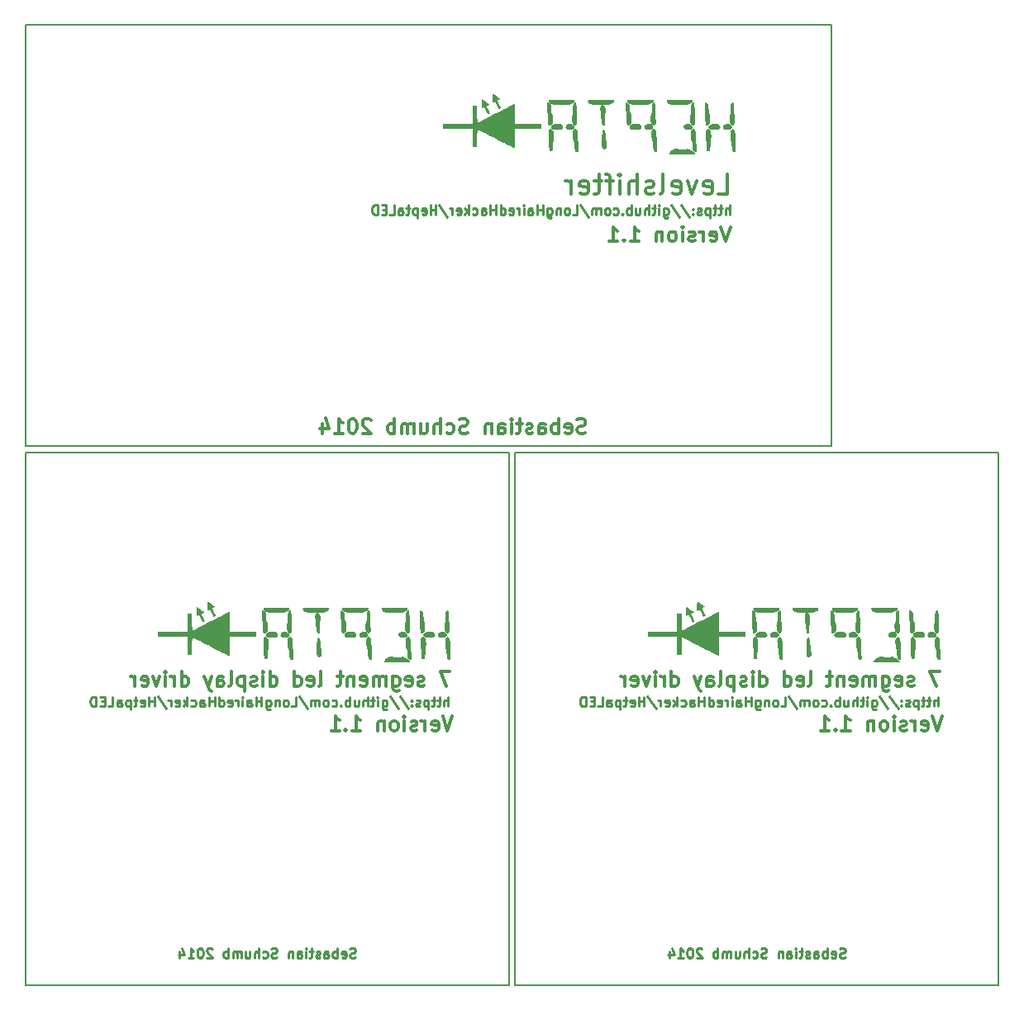
<source format=gbo>
G04 (created by PCBNEW (2013-may-18)-stable) date Tue 21 Oct 2014 09:53:05 PM CEST*
%MOIN*%
G04 Gerber Fmt 3.4, Leading zero omitted, Abs format*
%FSLAX34Y34*%
G01*
G70*
G90*
G04 APERTURE LIST*
%ADD10C,0.00590551*%
%ADD11C,0.00787402*%
%ADD12C,0.011811*%
%ADD13C,0.00984252*%
%ADD14C,0.0001*%
G04 APERTURE END LIST*
G54D10*
G54D11*
X81250Y-47250D02*
X81250Y-68750D01*
X61750Y-68750D02*
X81250Y-68750D01*
X61750Y-47250D02*
X61750Y-68750D01*
X81250Y-47250D02*
X61750Y-47250D01*
X81500Y-68750D02*
X81500Y-47250D01*
X101000Y-68750D02*
X81500Y-68750D01*
X101000Y-47250D02*
X101000Y-68750D01*
X81500Y-47250D02*
X101000Y-47250D01*
G54D12*
X98625Y-56098D02*
X98232Y-56098D01*
X98485Y-56689D01*
X97585Y-56660D02*
X97529Y-56689D01*
X97416Y-56689D01*
X97360Y-56660D01*
X97332Y-56604D01*
X97332Y-56576D01*
X97360Y-56520D01*
X97416Y-56492D01*
X97500Y-56492D01*
X97557Y-56464D01*
X97585Y-56407D01*
X97585Y-56379D01*
X97557Y-56323D01*
X97500Y-56295D01*
X97416Y-56295D01*
X97360Y-56323D01*
X96854Y-56660D02*
X96910Y-56689D01*
X97022Y-56689D01*
X97079Y-56660D01*
X97107Y-56604D01*
X97107Y-56379D01*
X97079Y-56323D01*
X97022Y-56295D01*
X96910Y-56295D01*
X96854Y-56323D01*
X96825Y-56379D01*
X96825Y-56435D01*
X97107Y-56492D01*
X96319Y-56295D02*
X96319Y-56773D01*
X96347Y-56829D01*
X96376Y-56857D01*
X96432Y-56885D01*
X96516Y-56885D01*
X96572Y-56857D01*
X96319Y-56660D02*
X96376Y-56689D01*
X96488Y-56689D01*
X96544Y-56660D01*
X96572Y-56632D01*
X96601Y-56576D01*
X96601Y-56407D01*
X96572Y-56351D01*
X96544Y-56323D01*
X96488Y-56295D01*
X96376Y-56295D01*
X96319Y-56323D01*
X96038Y-56689D02*
X96038Y-56295D01*
X96038Y-56351D02*
X96010Y-56323D01*
X95954Y-56295D01*
X95869Y-56295D01*
X95813Y-56323D01*
X95785Y-56379D01*
X95785Y-56689D01*
X95785Y-56379D02*
X95757Y-56323D01*
X95701Y-56295D01*
X95616Y-56295D01*
X95560Y-56323D01*
X95532Y-56379D01*
X95532Y-56689D01*
X95026Y-56660D02*
X95082Y-56689D01*
X95194Y-56689D01*
X95251Y-56660D01*
X95279Y-56604D01*
X95279Y-56379D01*
X95251Y-56323D01*
X95194Y-56295D01*
X95082Y-56295D01*
X95026Y-56323D01*
X94998Y-56379D01*
X94998Y-56435D01*
X95279Y-56492D01*
X94744Y-56295D02*
X94744Y-56689D01*
X94744Y-56351D02*
X94716Y-56323D01*
X94660Y-56295D01*
X94576Y-56295D01*
X94520Y-56323D01*
X94491Y-56379D01*
X94491Y-56689D01*
X94295Y-56295D02*
X94070Y-56295D01*
X94210Y-56098D02*
X94210Y-56604D01*
X94182Y-56660D01*
X94126Y-56689D01*
X94070Y-56689D01*
X93338Y-56689D02*
X93395Y-56660D01*
X93423Y-56604D01*
X93423Y-56098D01*
X92888Y-56660D02*
X92945Y-56689D01*
X93057Y-56689D01*
X93113Y-56660D01*
X93142Y-56604D01*
X93142Y-56379D01*
X93113Y-56323D01*
X93057Y-56295D01*
X92945Y-56295D01*
X92888Y-56323D01*
X92860Y-56379D01*
X92860Y-56435D01*
X93142Y-56492D01*
X92354Y-56689D02*
X92354Y-56098D01*
X92354Y-56660D02*
X92410Y-56689D01*
X92523Y-56689D01*
X92579Y-56660D01*
X92607Y-56632D01*
X92635Y-56576D01*
X92635Y-56407D01*
X92607Y-56351D01*
X92579Y-56323D01*
X92523Y-56295D01*
X92410Y-56295D01*
X92354Y-56323D01*
X91370Y-56689D02*
X91370Y-56098D01*
X91370Y-56660D02*
X91426Y-56689D01*
X91539Y-56689D01*
X91595Y-56660D01*
X91623Y-56632D01*
X91651Y-56576D01*
X91651Y-56407D01*
X91623Y-56351D01*
X91595Y-56323D01*
X91539Y-56295D01*
X91426Y-56295D01*
X91370Y-56323D01*
X91089Y-56689D02*
X91089Y-56295D01*
X91089Y-56098D02*
X91117Y-56126D01*
X91089Y-56154D01*
X91061Y-56126D01*
X91089Y-56098D01*
X91089Y-56154D01*
X90836Y-56660D02*
X90779Y-56689D01*
X90667Y-56689D01*
X90611Y-56660D01*
X90583Y-56604D01*
X90583Y-56576D01*
X90611Y-56520D01*
X90667Y-56492D01*
X90751Y-56492D01*
X90807Y-56464D01*
X90836Y-56407D01*
X90836Y-56379D01*
X90807Y-56323D01*
X90751Y-56295D01*
X90667Y-56295D01*
X90611Y-56323D01*
X90329Y-56295D02*
X90329Y-56885D01*
X90329Y-56323D02*
X90273Y-56295D01*
X90161Y-56295D01*
X90104Y-56323D01*
X90076Y-56351D01*
X90048Y-56407D01*
X90048Y-56576D01*
X90076Y-56632D01*
X90104Y-56660D01*
X90161Y-56689D01*
X90273Y-56689D01*
X90329Y-56660D01*
X89711Y-56689D02*
X89767Y-56660D01*
X89795Y-56604D01*
X89795Y-56098D01*
X89233Y-56689D02*
X89233Y-56379D01*
X89261Y-56323D01*
X89317Y-56295D01*
X89430Y-56295D01*
X89486Y-56323D01*
X89233Y-56660D02*
X89289Y-56689D01*
X89430Y-56689D01*
X89486Y-56660D01*
X89514Y-56604D01*
X89514Y-56548D01*
X89486Y-56492D01*
X89430Y-56464D01*
X89289Y-56464D01*
X89233Y-56435D01*
X89008Y-56295D02*
X88867Y-56689D01*
X88726Y-56295D02*
X88867Y-56689D01*
X88923Y-56829D01*
X88951Y-56857D01*
X89008Y-56885D01*
X87798Y-56689D02*
X87798Y-56098D01*
X87798Y-56660D02*
X87855Y-56689D01*
X87967Y-56689D01*
X88023Y-56660D01*
X88052Y-56632D01*
X88080Y-56576D01*
X88080Y-56407D01*
X88052Y-56351D01*
X88023Y-56323D01*
X87967Y-56295D01*
X87855Y-56295D01*
X87798Y-56323D01*
X87517Y-56689D02*
X87517Y-56295D01*
X87517Y-56407D02*
X87489Y-56351D01*
X87461Y-56323D01*
X87405Y-56295D01*
X87349Y-56295D01*
X87152Y-56689D02*
X87152Y-56295D01*
X87152Y-56098D02*
X87180Y-56126D01*
X87152Y-56154D01*
X87124Y-56126D01*
X87152Y-56098D01*
X87152Y-56154D01*
X86927Y-56295D02*
X86786Y-56689D01*
X86646Y-56295D01*
X86196Y-56660D02*
X86252Y-56689D01*
X86364Y-56689D01*
X86421Y-56660D01*
X86449Y-56604D01*
X86449Y-56379D01*
X86421Y-56323D01*
X86364Y-56295D01*
X86252Y-56295D01*
X86196Y-56323D01*
X86167Y-56379D01*
X86167Y-56435D01*
X86449Y-56492D01*
X85914Y-56689D02*
X85914Y-56295D01*
X85914Y-56407D02*
X85886Y-56351D01*
X85858Y-56323D01*
X85802Y-56295D01*
X85746Y-56295D01*
G54D13*
X98558Y-57509D02*
X98558Y-57115D01*
X98389Y-57509D02*
X98389Y-57303D01*
X98408Y-57265D01*
X98445Y-57246D01*
X98502Y-57246D01*
X98539Y-57265D01*
X98558Y-57284D01*
X98258Y-57246D02*
X98108Y-57246D01*
X98202Y-57115D02*
X98202Y-57453D01*
X98183Y-57490D01*
X98146Y-57509D01*
X98108Y-57509D01*
X98033Y-57246D02*
X97883Y-57246D01*
X97977Y-57115D02*
X97977Y-57453D01*
X97958Y-57490D01*
X97921Y-57509D01*
X97883Y-57509D01*
X97752Y-57246D02*
X97752Y-57640D01*
X97752Y-57265D02*
X97714Y-57246D01*
X97639Y-57246D01*
X97602Y-57265D01*
X97583Y-57284D01*
X97564Y-57321D01*
X97564Y-57434D01*
X97583Y-57471D01*
X97602Y-57490D01*
X97639Y-57509D01*
X97714Y-57509D01*
X97752Y-57490D01*
X97414Y-57490D02*
X97377Y-57509D01*
X97302Y-57509D01*
X97264Y-57490D01*
X97246Y-57453D01*
X97246Y-57434D01*
X97264Y-57396D01*
X97302Y-57378D01*
X97358Y-57378D01*
X97396Y-57359D01*
X97414Y-57321D01*
X97414Y-57303D01*
X97396Y-57265D01*
X97358Y-57246D01*
X97302Y-57246D01*
X97264Y-57265D01*
X97077Y-57471D02*
X97058Y-57490D01*
X97077Y-57509D01*
X97096Y-57490D01*
X97077Y-57471D01*
X97077Y-57509D01*
X97077Y-57265D02*
X97058Y-57284D01*
X97077Y-57303D01*
X97096Y-57284D01*
X97077Y-57265D01*
X97077Y-57303D01*
X96608Y-57096D02*
X96946Y-57603D01*
X96196Y-57096D02*
X96533Y-57603D01*
X95896Y-57246D02*
X95896Y-57565D01*
X95915Y-57603D01*
X95933Y-57621D01*
X95971Y-57640D01*
X96027Y-57640D01*
X96065Y-57621D01*
X95896Y-57490D02*
X95933Y-57509D01*
X96008Y-57509D01*
X96046Y-57490D01*
X96065Y-57471D01*
X96083Y-57434D01*
X96083Y-57321D01*
X96065Y-57284D01*
X96046Y-57265D01*
X96008Y-57246D01*
X95933Y-57246D01*
X95896Y-57265D01*
X95708Y-57509D02*
X95708Y-57246D01*
X95708Y-57115D02*
X95727Y-57134D01*
X95708Y-57153D01*
X95690Y-57134D01*
X95708Y-57115D01*
X95708Y-57153D01*
X95577Y-57246D02*
X95427Y-57246D01*
X95521Y-57115D02*
X95521Y-57453D01*
X95502Y-57490D01*
X95465Y-57509D01*
X95427Y-57509D01*
X95296Y-57509D02*
X95296Y-57115D01*
X95127Y-57509D02*
X95127Y-57303D01*
X95146Y-57265D01*
X95183Y-57246D01*
X95240Y-57246D01*
X95277Y-57265D01*
X95296Y-57284D01*
X94771Y-57246D02*
X94771Y-57509D01*
X94940Y-57246D02*
X94940Y-57453D01*
X94921Y-57490D01*
X94883Y-57509D01*
X94827Y-57509D01*
X94790Y-57490D01*
X94771Y-57471D01*
X94583Y-57509D02*
X94583Y-57115D01*
X94583Y-57265D02*
X94546Y-57246D01*
X94471Y-57246D01*
X94433Y-57265D01*
X94415Y-57284D01*
X94396Y-57321D01*
X94396Y-57434D01*
X94415Y-57471D01*
X94433Y-57490D01*
X94471Y-57509D01*
X94546Y-57509D01*
X94583Y-57490D01*
X94227Y-57471D02*
X94209Y-57490D01*
X94227Y-57509D01*
X94246Y-57490D01*
X94227Y-57471D01*
X94227Y-57509D01*
X93871Y-57490D02*
X93909Y-57509D01*
X93984Y-57509D01*
X94021Y-57490D01*
X94040Y-57471D01*
X94059Y-57434D01*
X94059Y-57321D01*
X94040Y-57284D01*
X94021Y-57265D01*
X93984Y-57246D01*
X93909Y-57246D01*
X93871Y-57265D01*
X93646Y-57509D02*
X93684Y-57490D01*
X93702Y-57471D01*
X93721Y-57434D01*
X93721Y-57321D01*
X93702Y-57284D01*
X93684Y-57265D01*
X93646Y-57246D01*
X93590Y-57246D01*
X93552Y-57265D01*
X93534Y-57284D01*
X93515Y-57321D01*
X93515Y-57434D01*
X93534Y-57471D01*
X93552Y-57490D01*
X93590Y-57509D01*
X93646Y-57509D01*
X93346Y-57509D02*
X93346Y-57246D01*
X93346Y-57284D02*
X93327Y-57265D01*
X93290Y-57246D01*
X93234Y-57246D01*
X93196Y-57265D01*
X93177Y-57303D01*
X93177Y-57509D01*
X93177Y-57303D02*
X93159Y-57265D01*
X93121Y-57246D01*
X93065Y-57246D01*
X93027Y-57265D01*
X93009Y-57303D01*
X93009Y-57509D01*
X92540Y-57096D02*
X92877Y-57603D01*
X92221Y-57509D02*
X92409Y-57509D01*
X92409Y-57115D01*
X92034Y-57509D02*
X92071Y-57490D01*
X92090Y-57471D01*
X92109Y-57434D01*
X92109Y-57321D01*
X92090Y-57284D01*
X92071Y-57265D01*
X92034Y-57246D01*
X91978Y-57246D01*
X91940Y-57265D01*
X91921Y-57284D01*
X91903Y-57321D01*
X91903Y-57434D01*
X91921Y-57471D01*
X91940Y-57490D01*
X91978Y-57509D01*
X92034Y-57509D01*
X91734Y-57246D02*
X91734Y-57509D01*
X91734Y-57284D02*
X91715Y-57265D01*
X91678Y-57246D01*
X91621Y-57246D01*
X91584Y-57265D01*
X91565Y-57303D01*
X91565Y-57509D01*
X91209Y-57246D02*
X91209Y-57565D01*
X91228Y-57603D01*
X91246Y-57621D01*
X91284Y-57640D01*
X91340Y-57640D01*
X91378Y-57621D01*
X91209Y-57490D02*
X91246Y-57509D01*
X91321Y-57509D01*
X91359Y-57490D01*
X91378Y-57471D01*
X91396Y-57434D01*
X91396Y-57321D01*
X91378Y-57284D01*
X91359Y-57265D01*
X91321Y-57246D01*
X91246Y-57246D01*
X91209Y-57265D01*
X91021Y-57509D02*
X91021Y-57115D01*
X91021Y-57303D02*
X90796Y-57303D01*
X90796Y-57509D02*
X90796Y-57115D01*
X90440Y-57509D02*
X90440Y-57303D01*
X90459Y-57265D01*
X90496Y-57246D01*
X90571Y-57246D01*
X90609Y-57265D01*
X90440Y-57490D02*
X90478Y-57509D01*
X90571Y-57509D01*
X90609Y-57490D01*
X90628Y-57453D01*
X90628Y-57415D01*
X90609Y-57378D01*
X90571Y-57359D01*
X90478Y-57359D01*
X90440Y-57340D01*
X90253Y-57509D02*
X90253Y-57246D01*
X90253Y-57115D02*
X90272Y-57134D01*
X90253Y-57153D01*
X90234Y-57134D01*
X90253Y-57115D01*
X90253Y-57153D01*
X90065Y-57509D02*
X90065Y-57246D01*
X90065Y-57321D02*
X90047Y-57284D01*
X90028Y-57265D01*
X89990Y-57246D01*
X89953Y-57246D01*
X89672Y-57490D02*
X89709Y-57509D01*
X89784Y-57509D01*
X89822Y-57490D01*
X89840Y-57453D01*
X89840Y-57303D01*
X89822Y-57265D01*
X89784Y-57246D01*
X89709Y-57246D01*
X89672Y-57265D01*
X89653Y-57303D01*
X89653Y-57340D01*
X89840Y-57378D01*
X89315Y-57509D02*
X89315Y-57115D01*
X89315Y-57490D02*
X89353Y-57509D01*
X89428Y-57509D01*
X89465Y-57490D01*
X89484Y-57471D01*
X89503Y-57434D01*
X89503Y-57321D01*
X89484Y-57284D01*
X89465Y-57265D01*
X89428Y-57246D01*
X89353Y-57246D01*
X89315Y-57265D01*
X89128Y-57509D02*
X89128Y-57115D01*
X89128Y-57303D02*
X88903Y-57303D01*
X88903Y-57509D02*
X88903Y-57115D01*
X88547Y-57509D02*
X88547Y-57303D01*
X88565Y-57265D01*
X88603Y-57246D01*
X88678Y-57246D01*
X88715Y-57265D01*
X88547Y-57490D02*
X88584Y-57509D01*
X88678Y-57509D01*
X88715Y-57490D01*
X88734Y-57453D01*
X88734Y-57415D01*
X88715Y-57378D01*
X88678Y-57359D01*
X88584Y-57359D01*
X88547Y-57340D01*
X88191Y-57490D02*
X88228Y-57509D01*
X88303Y-57509D01*
X88341Y-57490D01*
X88359Y-57471D01*
X88378Y-57434D01*
X88378Y-57321D01*
X88359Y-57284D01*
X88341Y-57265D01*
X88303Y-57246D01*
X88228Y-57246D01*
X88191Y-57265D01*
X88022Y-57509D02*
X88022Y-57115D01*
X87984Y-57359D02*
X87872Y-57509D01*
X87872Y-57246D02*
X88022Y-57396D01*
X87553Y-57490D02*
X87591Y-57509D01*
X87666Y-57509D01*
X87703Y-57490D01*
X87722Y-57453D01*
X87722Y-57303D01*
X87703Y-57265D01*
X87666Y-57246D01*
X87591Y-57246D01*
X87553Y-57265D01*
X87534Y-57303D01*
X87534Y-57340D01*
X87722Y-57378D01*
X87366Y-57509D02*
X87366Y-57246D01*
X87366Y-57321D02*
X87347Y-57284D01*
X87328Y-57265D01*
X87291Y-57246D01*
X87253Y-57246D01*
X86841Y-57096D02*
X87178Y-57603D01*
X86709Y-57509D02*
X86709Y-57115D01*
X86709Y-57303D02*
X86484Y-57303D01*
X86484Y-57509D02*
X86484Y-57115D01*
X86147Y-57490D02*
X86185Y-57509D01*
X86260Y-57509D01*
X86297Y-57490D01*
X86316Y-57453D01*
X86316Y-57303D01*
X86297Y-57265D01*
X86260Y-57246D01*
X86185Y-57246D01*
X86147Y-57265D01*
X86128Y-57303D01*
X86128Y-57340D01*
X86316Y-57378D01*
X86016Y-57246D02*
X85866Y-57246D01*
X85960Y-57115D02*
X85960Y-57453D01*
X85941Y-57490D01*
X85903Y-57509D01*
X85866Y-57509D01*
X85735Y-57246D02*
X85735Y-57640D01*
X85735Y-57265D02*
X85697Y-57246D01*
X85622Y-57246D01*
X85585Y-57265D01*
X85566Y-57284D01*
X85547Y-57321D01*
X85547Y-57434D01*
X85566Y-57471D01*
X85585Y-57490D01*
X85622Y-57509D01*
X85697Y-57509D01*
X85735Y-57490D01*
X85210Y-57509D02*
X85210Y-57303D01*
X85228Y-57265D01*
X85266Y-57246D01*
X85341Y-57246D01*
X85378Y-57265D01*
X85210Y-57490D02*
X85247Y-57509D01*
X85341Y-57509D01*
X85378Y-57490D01*
X85397Y-57453D01*
X85397Y-57415D01*
X85378Y-57378D01*
X85341Y-57359D01*
X85247Y-57359D01*
X85210Y-57340D01*
X84835Y-57509D02*
X85022Y-57509D01*
X85022Y-57115D01*
X84703Y-57303D02*
X84572Y-57303D01*
X84516Y-57509D02*
X84703Y-57509D01*
X84703Y-57115D01*
X84516Y-57115D01*
X84347Y-57509D02*
X84347Y-57115D01*
X84254Y-57115D01*
X84197Y-57134D01*
X84160Y-57171D01*
X84141Y-57209D01*
X84122Y-57284D01*
X84122Y-57340D01*
X84141Y-57415D01*
X84160Y-57453D01*
X84197Y-57490D01*
X84254Y-57509D01*
X84347Y-57509D01*
X94812Y-67640D02*
X94755Y-67659D01*
X94662Y-67659D01*
X94624Y-67640D01*
X94605Y-67621D01*
X94587Y-67584D01*
X94587Y-67546D01*
X94605Y-67509D01*
X94624Y-67490D01*
X94662Y-67471D01*
X94737Y-67453D01*
X94774Y-67434D01*
X94793Y-67415D01*
X94812Y-67378D01*
X94812Y-67340D01*
X94793Y-67303D01*
X94774Y-67284D01*
X94737Y-67265D01*
X94643Y-67265D01*
X94587Y-67284D01*
X94268Y-67640D02*
X94305Y-67659D01*
X94380Y-67659D01*
X94418Y-67640D01*
X94437Y-67603D01*
X94437Y-67453D01*
X94418Y-67415D01*
X94380Y-67396D01*
X94305Y-67396D01*
X94268Y-67415D01*
X94249Y-67453D01*
X94249Y-67490D01*
X94437Y-67528D01*
X94080Y-67659D02*
X94080Y-67265D01*
X94080Y-67415D02*
X94043Y-67396D01*
X93968Y-67396D01*
X93930Y-67415D01*
X93912Y-67434D01*
X93893Y-67471D01*
X93893Y-67584D01*
X93912Y-67621D01*
X93930Y-67640D01*
X93968Y-67659D01*
X94043Y-67659D01*
X94080Y-67640D01*
X93555Y-67659D02*
X93555Y-67453D01*
X93574Y-67415D01*
X93612Y-67396D01*
X93687Y-67396D01*
X93724Y-67415D01*
X93555Y-67640D02*
X93593Y-67659D01*
X93687Y-67659D01*
X93724Y-67640D01*
X93743Y-67603D01*
X93743Y-67565D01*
X93724Y-67528D01*
X93687Y-67509D01*
X93593Y-67509D01*
X93555Y-67490D01*
X93387Y-67640D02*
X93349Y-67659D01*
X93274Y-67659D01*
X93237Y-67640D01*
X93218Y-67603D01*
X93218Y-67584D01*
X93237Y-67546D01*
X93274Y-67528D01*
X93330Y-67528D01*
X93368Y-67509D01*
X93387Y-67471D01*
X93387Y-67453D01*
X93368Y-67415D01*
X93330Y-67396D01*
X93274Y-67396D01*
X93237Y-67415D01*
X93106Y-67396D02*
X92956Y-67396D01*
X93049Y-67265D02*
X93049Y-67603D01*
X93031Y-67640D01*
X92993Y-67659D01*
X92956Y-67659D01*
X92824Y-67659D02*
X92824Y-67396D01*
X92824Y-67265D02*
X92843Y-67284D01*
X92824Y-67303D01*
X92806Y-67284D01*
X92824Y-67265D01*
X92824Y-67303D01*
X92468Y-67659D02*
X92468Y-67453D01*
X92487Y-67415D01*
X92524Y-67396D01*
X92599Y-67396D01*
X92637Y-67415D01*
X92468Y-67640D02*
X92506Y-67659D01*
X92599Y-67659D01*
X92637Y-67640D01*
X92656Y-67603D01*
X92656Y-67565D01*
X92637Y-67528D01*
X92599Y-67509D01*
X92506Y-67509D01*
X92468Y-67490D01*
X92281Y-67396D02*
X92281Y-67659D01*
X92281Y-67434D02*
X92262Y-67415D01*
X92224Y-67396D01*
X92168Y-67396D01*
X92131Y-67415D01*
X92112Y-67453D01*
X92112Y-67659D01*
X91643Y-67640D02*
X91587Y-67659D01*
X91493Y-67659D01*
X91456Y-67640D01*
X91437Y-67621D01*
X91418Y-67584D01*
X91418Y-67546D01*
X91437Y-67509D01*
X91456Y-67490D01*
X91493Y-67471D01*
X91568Y-67453D01*
X91606Y-67434D01*
X91624Y-67415D01*
X91643Y-67378D01*
X91643Y-67340D01*
X91624Y-67303D01*
X91606Y-67284D01*
X91568Y-67265D01*
X91474Y-67265D01*
X91418Y-67284D01*
X91081Y-67640D02*
X91118Y-67659D01*
X91193Y-67659D01*
X91231Y-67640D01*
X91250Y-67621D01*
X91268Y-67584D01*
X91268Y-67471D01*
X91250Y-67434D01*
X91231Y-67415D01*
X91193Y-67396D01*
X91118Y-67396D01*
X91081Y-67415D01*
X90912Y-67659D02*
X90912Y-67265D01*
X90743Y-67659D02*
X90743Y-67453D01*
X90762Y-67415D01*
X90800Y-67396D01*
X90856Y-67396D01*
X90893Y-67415D01*
X90912Y-67434D01*
X90387Y-67396D02*
X90387Y-67659D01*
X90556Y-67396D02*
X90556Y-67603D01*
X90537Y-67640D01*
X90500Y-67659D01*
X90443Y-67659D01*
X90406Y-67640D01*
X90387Y-67621D01*
X90200Y-67659D02*
X90200Y-67396D01*
X90200Y-67434D02*
X90181Y-67415D01*
X90143Y-67396D01*
X90087Y-67396D01*
X90050Y-67415D01*
X90031Y-67453D01*
X90031Y-67659D01*
X90031Y-67453D02*
X90012Y-67415D01*
X89975Y-67396D01*
X89918Y-67396D01*
X89881Y-67415D01*
X89862Y-67453D01*
X89862Y-67659D01*
X89675Y-67659D02*
X89675Y-67265D01*
X89675Y-67415D02*
X89637Y-67396D01*
X89562Y-67396D01*
X89525Y-67415D01*
X89506Y-67434D01*
X89487Y-67471D01*
X89487Y-67584D01*
X89506Y-67621D01*
X89525Y-67640D01*
X89562Y-67659D01*
X89637Y-67659D01*
X89675Y-67640D01*
X89037Y-67303D02*
X89019Y-67284D01*
X88981Y-67265D01*
X88887Y-67265D01*
X88850Y-67284D01*
X88831Y-67303D01*
X88812Y-67340D01*
X88812Y-67378D01*
X88831Y-67434D01*
X89056Y-67659D01*
X88812Y-67659D01*
X88569Y-67265D02*
X88531Y-67265D01*
X88494Y-67284D01*
X88475Y-67303D01*
X88456Y-67340D01*
X88437Y-67415D01*
X88437Y-67509D01*
X88456Y-67584D01*
X88475Y-67621D01*
X88494Y-67640D01*
X88531Y-67659D01*
X88569Y-67659D01*
X88606Y-67640D01*
X88625Y-67621D01*
X88644Y-67584D01*
X88662Y-67509D01*
X88662Y-67415D01*
X88644Y-67340D01*
X88625Y-67303D01*
X88606Y-67284D01*
X88569Y-67265D01*
X88062Y-67659D02*
X88287Y-67659D01*
X88175Y-67659D02*
X88175Y-67265D01*
X88212Y-67321D01*
X88250Y-67359D01*
X88287Y-67378D01*
X87725Y-67396D02*
X87725Y-67659D01*
X87819Y-67246D02*
X87912Y-67528D01*
X87669Y-67528D01*
G54D12*
X98724Y-57898D02*
X98527Y-58489D01*
X98330Y-57898D01*
X97909Y-58460D02*
X97965Y-58489D01*
X98077Y-58489D01*
X98134Y-58460D01*
X98162Y-58404D01*
X98162Y-58179D01*
X98134Y-58123D01*
X98077Y-58095D01*
X97965Y-58095D01*
X97909Y-58123D01*
X97881Y-58179D01*
X97881Y-58235D01*
X98162Y-58292D01*
X97627Y-58489D02*
X97627Y-58095D01*
X97627Y-58207D02*
X97599Y-58151D01*
X97571Y-58123D01*
X97515Y-58095D01*
X97459Y-58095D01*
X97290Y-58460D02*
X97234Y-58489D01*
X97121Y-58489D01*
X97065Y-58460D01*
X97037Y-58404D01*
X97037Y-58376D01*
X97065Y-58320D01*
X97121Y-58292D01*
X97206Y-58292D01*
X97262Y-58264D01*
X97290Y-58207D01*
X97290Y-58179D01*
X97262Y-58123D01*
X97206Y-58095D01*
X97121Y-58095D01*
X97065Y-58123D01*
X96784Y-58489D02*
X96784Y-58095D01*
X96784Y-57898D02*
X96812Y-57926D01*
X96784Y-57954D01*
X96756Y-57926D01*
X96784Y-57898D01*
X96784Y-57954D01*
X96418Y-58489D02*
X96474Y-58460D01*
X96503Y-58432D01*
X96531Y-58376D01*
X96531Y-58207D01*
X96503Y-58151D01*
X96474Y-58123D01*
X96418Y-58095D01*
X96334Y-58095D01*
X96278Y-58123D01*
X96250Y-58151D01*
X96221Y-58207D01*
X96221Y-58376D01*
X96250Y-58432D01*
X96278Y-58460D01*
X96334Y-58489D01*
X96418Y-58489D01*
X95968Y-58095D02*
X95968Y-58489D01*
X95968Y-58151D02*
X95940Y-58123D01*
X95884Y-58095D01*
X95800Y-58095D01*
X95743Y-58123D01*
X95715Y-58179D01*
X95715Y-58489D01*
X94675Y-58489D02*
X95012Y-58489D01*
X94843Y-58489D02*
X94843Y-57898D01*
X94900Y-57982D01*
X94956Y-58039D01*
X95012Y-58067D01*
X94422Y-58432D02*
X94393Y-58460D01*
X94422Y-58489D01*
X94450Y-58460D01*
X94422Y-58432D01*
X94422Y-58489D01*
X93831Y-58489D02*
X94169Y-58489D01*
X94000Y-58489D02*
X94000Y-57898D01*
X94056Y-57982D01*
X94112Y-58039D01*
X94169Y-58067D01*
X78974Y-57898D02*
X78777Y-58489D01*
X78580Y-57898D01*
X78159Y-58460D02*
X78215Y-58489D01*
X78327Y-58489D01*
X78384Y-58460D01*
X78412Y-58404D01*
X78412Y-58179D01*
X78384Y-58123D01*
X78327Y-58095D01*
X78215Y-58095D01*
X78159Y-58123D01*
X78131Y-58179D01*
X78131Y-58235D01*
X78412Y-58292D01*
X77877Y-58489D02*
X77877Y-58095D01*
X77877Y-58207D02*
X77849Y-58151D01*
X77821Y-58123D01*
X77765Y-58095D01*
X77709Y-58095D01*
X77540Y-58460D02*
X77484Y-58489D01*
X77371Y-58489D01*
X77315Y-58460D01*
X77287Y-58404D01*
X77287Y-58376D01*
X77315Y-58320D01*
X77371Y-58292D01*
X77456Y-58292D01*
X77512Y-58264D01*
X77540Y-58207D01*
X77540Y-58179D01*
X77512Y-58123D01*
X77456Y-58095D01*
X77371Y-58095D01*
X77315Y-58123D01*
X77034Y-58489D02*
X77034Y-58095D01*
X77034Y-57898D02*
X77062Y-57926D01*
X77034Y-57954D01*
X77006Y-57926D01*
X77034Y-57898D01*
X77034Y-57954D01*
X76668Y-58489D02*
X76724Y-58460D01*
X76753Y-58432D01*
X76781Y-58376D01*
X76781Y-58207D01*
X76753Y-58151D01*
X76724Y-58123D01*
X76668Y-58095D01*
X76584Y-58095D01*
X76528Y-58123D01*
X76500Y-58151D01*
X76471Y-58207D01*
X76471Y-58376D01*
X76500Y-58432D01*
X76528Y-58460D01*
X76584Y-58489D01*
X76668Y-58489D01*
X76218Y-58095D02*
X76218Y-58489D01*
X76218Y-58151D02*
X76190Y-58123D01*
X76134Y-58095D01*
X76050Y-58095D01*
X75993Y-58123D01*
X75965Y-58179D01*
X75965Y-58489D01*
X74925Y-58489D02*
X75262Y-58489D01*
X75093Y-58489D02*
X75093Y-57898D01*
X75150Y-57982D01*
X75206Y-58039D01*
X75262Y-58067D01*
X74672Y-58432D02*
X74643Y-58460D01*
X74672Y-58489D01*
X74700Y-58460D01*
X74672Y-58432D01*
X74672Y-58489D01*
X74081Y-58489D02*
X74419Y-58489D01*
X74250Y-58489D02*
X74250Y-57898D01*
X74306Y-57982D01*
X74362Y-58039D01*
X74419Y-58067D01*
G54D13*
X75062Y-67640D02*
X75005Y-67659D01*
X74912Y-67659D01*
X74874Y-67640D01*
X74855Y-67621D01*
X74837Y-67584D01*
X74837Y-67546D01*
X74855Y-67509D01*
X74874Y-67490D01*
X74912Y-67471D01*
X74987Y-67453D01*
X75024Y-67434D01*
X75043Y-67415D01*
X75062Y-67378D01*
X75062Y-67340D01*
X75043Y-67303D01*
X75024Y-67284D01*
X74987Y-67265D01*
X74893Y-67265D01*
X74837Y-67284D01*
X74518Y-67640D02*
X74555Y-67659D01*
X74630Y-67659D01*
X74668Y-67640D01*
X74687Y-67603D01*
X74687Y-67453D01*
X74668Y-67415D01*
X74630Y-67396D01*
X74555Y-67396D01*
X74518Y-67415D01*
X74499Y-67453D01*
X74499Y-67490D01*
X74687Y-67528D01*
X74330Y-67659D02*
X74330Y-67265D01*
X74330Y-67415D02*
X74293Y-67396D01*
X74218Y-67396D01*
X74180Y-67415D01*
X74162Y-67434D01*
X74143Y-67471D01*
X74143Y-67584D01*
X74162Y-67621D01*
X74180Y-67640D01*
X74218Y-67659D01*
X74293Y-67659D01*
X74330Y-67640D01*
X73805Y-67659D02*
X73805Y-67453D01*
X73824Y-67415D01*
X73862Y-67396D01*
X73937Y-67396D01*
X73974Y-67415D01*
X73805Y-67640D02*
X73843Y-67659D01*
X73937Y-67659D01*
X73974Y-67640D01*
X73993Y-67603D01*
X73993Y-67565D01*
X73974Y-67528D01*
X73937Y-67509D01*
X73843Y-67509D01*
X73805Y-67490D01*
X73637Y-67640D02*
X73599Y-67659D01*
X73524Y-67659D01*
X73487Y-67640D01*
X73468Y-67603D01*
X73468Y-67584D01*
X73487Y-67546D01*
X73524Y-67528D01*
X73580Y-67528D01*
X73618Y-67509D01*
X73637Y-67471D01*
X73637Y-67453D01*
X73618Y-67415D01*
X73580Y-67396D01*
X73524Y-67396D01*
X73487Y-67415D01*
X73356Y-67396D02*
X73206Y-67396D01*
X73299Y-67265D02*
X73299Y-67603D01*
X73281Y-67640D01*
X73243Y-67659D01*
X73206Y-67659D01*
X73074Y-67659D02*
X73074Y-67396D01*
X73074Y-67265D02*
X73093Y-67284D01*
X73074Y-67303D01*
X73056Y-67284D01*
X73074Y-67265D01*
X73074Y-67303D01*
X72718Y-67659D02*
X72718Y-67453D01*
X72737Y-67415D01*
X72774Y-67396D01*
X72849Y-67396D01*
X72887Y-67415D01*
X72718Y-67640D02*
X72756Y-67659D01*
X72849Y-67659D01*
X72887Y-67640D01*
X72906Y-67603D01*
X72906Y-67565D01*
X72887Y-67528D01*
X72849Y-67509D01*
X72756Y-67509D01*
X72718Y-67490D01*
X72531Y-67396D02*
X72531Y-67659D01*
X72531Y-67434D02*
X72512Y-67415D01*
X72474Y-67396D01*
X72418Y-67396D01*
X72381Y-67415D01*
X72362Y-67453D01*
X72362Y-67659D01*
X71893Y-67640D02*
X71837Y-67659D01*
X71743Y-67659D01*
X71706Y-67640D01*
X71687Y-67621D01*
X71668Y-67584D01*
X71668Y-67546D01*
X71687Y-67509D01*
X71706Y-67490D01*
X71743Y-67471D01*
X71818Y-67453D01*
X71856Y-67434D01*
X71874Y-67415D01*
X71893Y-67378D01*
X71893Y-67340D01*
X71874Y-67303D01*
X71856Y-67284D01*
X71818Y-67265D01*
X71724Y-67265D01*
X71668Y-67284D01*
X71331Y-67640D02*
X71368Y-67659D01*
X71443Y-67659D01*
X71481Y-67640D01*
X71500Y-67621D01*
X71518Y-67584D01*
X71518Y-67471D01*
X71500Y-67434D01*
X71481Y-67415D01*
X71443Y-67396D01*
X71368Y-67396D01*
X71331Y-67415D01*
X71162Y-67659D02*
X71162Y-67265D01*
X70993Y-67659D02*
X70993Y-67453D01*
X71012Y-67415D01*
X71050Y-67396D01*
X71106Y-67396D01*
X71143Y-67415D01*
X71162Y-67434D01*
X70637Y-67396D02*
X70637Y-67659D01*
X70806Y-67396D02*
X70806Y-67603D01*
X70787Y-67640D01*
X70750Y-67659D01*
X70693Y-67659D01*
X70656Y-67640D01*
X70637Y-67621D01*
X70450Y-67659D02*
X70450Y-67396D01*
X70450Y-67434D02*
X70431Y-67415D01*
X70393Y-67396D01*
X70337Y-67396D01*
X70300Y-67415D01*
X70281Y-67453D01*
X70281Y-67659D01*
X70281Y-67453D02*
X70262Y-67415D01*
X70225Y-67396D01*
X70168Y-67396D01*
X70131Y-67415D01*
X70112Y-67453D01*
X70112Y-67659D01*
X69925Y-67659D02*
X69925Y-67265D01*
X69925Y-67415D02*
X69887Y-67396D01*
X69812Y-67396D01*
X69775Y-67415D01*
X69756Y-67434D01*
X69737Y-67471D01*
X69737Y-67584D01*
X69756Y-67621D01*
X69775Y-67640D01*
X69812Y-67659D01*
X69887Y-67659D01*
X69925Y-67640D01*
X69287Y-67303D02*
X69269Y-67284D01*
X69231Y-67265D01*
X69137Y-67265D01*
X69100Y-67284D01*
X69081Y-67303D01*
X69062Y-67340D01*
X69062Y-67378D01*
X69081Y-67434D01*
X69306Y-67659D01*
X69062Y-67659D01*
X68819Y-67265D02*
X68781Y-67265D01*
X68744Y-67284D01*
X68725Y-67303D01*
X68706Y-67340D01*
X68687Y-67415D01*
X68687Y-67509D01*
X68706Y-67584D01*
X68725Y-67621D01*
X68744Y-67640D01*
X68781Y-67659D01*
X68819Y-67659D01*
X68856Y-67640D01*
X68875Y-67621D01*
X68894Y-67584D01*
X68912Y-67509D01*
X68912Y-67415D01*
X68894Y-67340D01*
X68875Y-67303D01*
X68856Y-67284D01*
X68819Y-67265D01*
X68312Y-67659D02*
X68537Y-67659D01*
X68425Y-67659D02*
X68425Y-67265D01*
X68462Y-67321D01*
X68500Y-67359D01*
X68537Y-67378D01*
X67975Y-67396D02*
X67975Y-67659D01*
X68069Y-67246D02*
X68162Y-67528D01*
X67919Y-67528D01*
X78808Y-57509D02*
X78808Y-57115D01*
X78639Y-57509D02*
X78639Y-57303D01*
X78658Y-57265D01*
X78695Y-57246D01*
X78752Y-57246D01*
X78789Y-57265D01*
X78808Y-57284D01*
X78508Y-57246D02*
X78358Y-57246D01*
X78452Y-57115D02*
X78452Y-57453D01*
X78433Y-57490D01*
X78396Y-57509D01*
X78358Y-57509D01*
X78283Y-57246D02*
X78133Y-57246D01*
X78227Y-57115D02*
X78227Y-57453D01*
X78208Y-57490D01*
X78171Y-57509D01*
X78133Y-57509D01*
X78002Y-57246D02*
X78002Y-57640D01*
X78002Y-57265D02*
X77964Y-57246D01*
X77889Y-57246D01*
X77852Y-57265D01*
X77833Y-57284D01*
X77814Y-57321D01*
X77814Y-57434D01*
X77833Y-57471D01*
X77852Y-57490D01*
X77889Y-57509D01*
X77964Y-57509D01*
X78002Y-57490D01*
X77664Y-57490D02*
X77627Y-57509D01*
X77552Y-57509D01*
X77514Y-57490D01*
X77496Y-57453D01*
X77496Y-57434D01*
X77514Y-57396D01*
X77552Y-57378D01*
X77608Y-57378D01*
X77646Y-57359D01*
X77664Y-57321D01*
X77664Y-57303D01*
X77646Y-57265D01*
X77608Y-57246D01*
X77552Y-57246D01*
X77514Y-57265D01*
X77327Y-57471D02*
X77308Y-57490D01*
X77327Y-57509D01*
X77346Y-57490D01*
X77327Y-57471D01*
X77327Y-57509D01*
X77327Y-57265D02*
X77308Y-57284D01*
X77327Y-57303D01*
X77346Y-57284D01*
X77327Y-57265D01*
X77327Y-57303D01*
X76858Y-57096D02*
X77196Y-57603D01*
X76446Y-57096D02*
X76783Y-57603D01*
X76146Y-57246D02*
X76146Y-57565D01*
X76165Y-57603D01*
X76183Y-57621D01*
X76221Y-57640D01*
X76277Y-57640D01*
X76315Y-57621D01*
X76146Y-57490D02*
X76183Y-57509D01*
X76258Y-57509D01*
X76296Y-57490D01*
X76315Y-57471D01*
X76333Y-57434D01*
X76333Y-57321D01*
X76315Y-57284D01*
X76296Y-57265D01*
X76258Y-57246D01*
X76183Y-57246D01*
X76146Y-57265D01*
X75958Y-57509D02*
X75958Y-57246D01*
X75958Y-57115D02*
X75977Y-57134D01*
X75958Y-57153D01*
X75940Y-57134D01*
X75958Y-57115D01*
X75958Y-57153D01*
X75827Y-57246D02*
X75677Y-57246D01*
X75771Y-57115D02*
X75771Y-57453D01*
X75752Y-57490D01*
X75715Y-57509D01*
X75677Y-57509D01*
X75546Y-57509D02*
X75546Y-57115D01*
X75377Y-57509D02*
X75377Y-57303D01*
X75396Y-57265D01*
X75433Y-57246D01*
X75490Y-57246D01*
X75527Y-57265D01*
X75546Y-57284D01*
X75021Y-57246D02*
X75021Y-57509D01*
X75190Y-57246D02*
X75190Y-57453D01*
X75171Y-57490D01*
X75133Y-57509D01*
X75077Y-57509D01*
X75040Y-57490D01*
X75021Y-57471D01*
X74833Y-57509D02*
X74833Y-57115D01*
X74833Y-57265D02*
X74796Y-57246D01*
X74721Y-57246D01*
X74683Y-57265D01*
X74665Y-57284D01*
X74646Y-57321D01*
X74646Y-57434D01*
X74665Y-57471D01*
X74683Y-57490D01*
X74721Y-57509D01*
X74796Y-57509D01*
X74833Y-57490D01*
X74477Y-57471D02*
X74459Y-57490D01*
X74477Y-57509D01*
X74496Y-57490D01*
X74477Y-57471D01*
X74477Y-57509D01*
X74121Y-57490D02*
X74159Y-57509D01*
X74234Y-57509D01*
X74271Y-57490D01*
X74290Y-57471D01*
X74309Y-57434D01*
X74309Y-57321D01*
X74290Y-57284D01*
X74271Y-57265D01*
X74234Y-57246D01*
X74159Y-57246D01*
X74121Y-57265D01*
X73896Y-57509D02*
X73934Y-57490D01*
X73952Y-57471D01*
X73971Y-57434D01*
X73971Y-57321D01*
X73952Y-57284D01*
X73934Y-57265D01*
X73896Y-57246D01*
X73840Y-57246D01*
X73802Y-57265D01*
X73784Y-57284D01*
X73765Y-57321D01*
X73765Y-57434D01*
X73784Y-57471D01*
X73802Y-57490D01*
X73840Y-57509D01*
X73896Y-57509D01*
X73596Y-57509D02*
X73596Y-57246D01*
X73596Y-57284D02*
X73577Y-57265D01*
X73540Y-57246D01*
X73484Y-57246D01*
X73446Y-57265D01*
X73427Y-57303D01*
X73427Y-57509D01*
X73427Y-57303D02*
X73409Y-57265D01*
X73371Y-57246D01*
X73315Y-57246D01*
X73277Y-57265D01*
X73259Y-57303D01*
X73259Y-57509D01*
X72790Y-57096D02*
X73127Y-57603D01*
X72471Y-57509D02*
X72659Y-57509D01*
X72659Y-57115D01*
X72284Y-57509D02*
X72321Y-57490D01*
X72340Y-57471D01*
X72359Y-57434D01*
X72359Y-57321D01*
X72340Y-57284D01*
X72321Y-57265D01*
X72284Y-57246D01*
X72228Y-57246D01*
X72190Y-57265D01*
X72171Y-57284D01*
X72153Y-57321D01*
X72153Y-57434D01*
X72171Y-57471D01*
X72190Y-57490D01*
X72228Y-57509D01*
X72284Y-57509D01*
X71984Y-57246D02*
X71984Y-57509D01*
X71984Y-57284D02*
X71965Y-57265D01*
X71928Y-57246D01*
X71871Y-57246D01*
X71834Y-57265D01*
X71815Y-57303D01*
X71815Y-57509D01*
X71459Y-57246D02*
X71459Y-57565D01*
X71478Y-57603D01*
X71496Y-57621D01*
X71534Y-57640D01*
X71590Y-57640D01*
X71628Y-57621D01*
X71459Y-57490D02*
X71496Y-57509D01*
X71571Y-57509D01*
X71609Y-57490D01*
X71628Y-57471D01*
X71646Y-57434D01*
X71646Y-57321D01*
X71628Y-57284D01*
X71609Y-57265D01*
X71571Y-57246D01*
X71496Y-57246D01*
X71459Y-57265D01*
X71271Y-57509D02*
X71271Y-57115D01*
X71271Y-57303D02*
X71046Y-57303D01*
X71046Y-57509D02*
X71046Y-57115D01*
X70690Y-57509D02*
X70690Y-57303D01*
X70709Y-57265D01*
X70746Y-57246D01*
X70821Y-57246D01*
X70859Y-57265D01*
X70690Y-57490D02*
X70728Y-57509D01*
X70821Y-57509D01*
X70859Y-57490D01*
X70878Y-57453D01*
X70878Y-57415D01*
X70859Y-57378D01*
X70821Y-57359D01*
X70728Y-57359D01*
X70690Y-57340D01*
X70503Y-57509D02*
X70503Y-57246D01*
X70503Y-57115D02*
X70522Y-57134D01*
X70503Y-57153D01*
X70484Y-57134D01*
X70503Y-57115D01*
X70503Y-57153D01*
X70315Y-57509D02*
X70315Y-57246D01*
X70315Y-57321D02*
X70297Y-57284D01*
X70278Y-57265D01*
X70240Y-57246D01*
X70203Y-57246D01*
X69922Y-57490D02*
X69959Y-57509D01*
X70034Y-57509D01*
X70072Y-57490D01*
X70090Y-57453D01*
X70090Y-57303D01*
X70072Y-57265D01*
X70034Y-57246D01*
X69959Y-57246D01*
X69922Y-57265D01*
X69903Y-57303D01*
X69903Y-57340D01*
X70090Y-57378D01*
X69565Y-57509D02*
X69565Y-57115D01*
X69565Y-57490D02*
X69603Y-57509D01*
X69678Y-57509D01*
X69715Y-57490D01*
X69734Y-57471D01*
X69753Y-57434D01*
X69753Y-57321D01*
X69734Y-57284D01*
X69715Y-57265D01*
X69678Y-57246D01*
X69603Y-57246D01*
X69565Y-57265D01*
X69378Y-57509D02*
X69378Y-57115D01*
X69378Y-57303D02*
X69153Y-57303D01*
X69153Y-57509D02*
X69153Y-57115D01*
X68797Y-57509D02*
X68797Y-57303D01*
X68815Y-57265D01*
X68853Y-57246D01*
X68928Y-57246D01*
X68965Y-57265D01*
X68797Y-57490D02*
X68834Y-57509D01*
X68928Y-57509D01*
X68965Y-57490D01*
X68984Y-57453D01*
X68984Y-57415D01*
X68965Y-57378D01*
X68928Y-57359D01*
X68834Y-57359D01*
X68797Y-57340D01*
X68441Y-57490D02*
X68478Y-57509D01*
X68553Y-57509D01*
X68591Y-57490D01*
X68609Y-57471D01*
X68628Y-57434D01*
X68628Y-57321D01*
X68609Y-57284D01*
X68591Y-57265D01*
X68553Y-57246D01*
X68478Y-57246D01*
X68441Y-57265D01*
X68272Y-57509D02*
X68272Y-57115D01*
X68234Y-57359D02*
X68122Y-57509D01*
X68122Y-57246D02*
X68272Y-57396D01*
X67803Y-57490D02*
X67841Y-57509D01*
X67916Y-57509D01*
X67953Y-57490D01*
X67972Y-57453D01*
X67972Y-57303D01*
X67953Y-57265D01*
X67916Y-57246D01*
X67841Y-57246D01*
X67803Y-57265D01*
X67784Y-57303D01*
X67784Y-57340D01*
X67972Y-57378D01*
X67616Y-57509D02*
X67616Y-57246D01*
X67616Y-57321D02*
X67597Y-57284D01*
X67578Y-57265D01*
X67541Y-57246D01*
X67503Y-57246D01*
X67091Y-57096D02*
X67428Y-57603D01*
X66959Y-57509D02*
X66959Y-57115D01*
X66959Y-57303D02*
X66734Y-57303D01*
X66734Y-57509D02*
X66734Y-57115D01*
X66397Y-57490D02*
X66435Y-57509D01*
X66510Y-57509D01*
X66547Y-57490D01*
X66566Y-57453D01*
X66566Y-57303D01*
X66547Y-57265D01*
X66510Y-57246D01*
X66435Y-57246D01*
X66397Y-57265D01*
X66378Y-57303D01*
X66378Y-57340D01*
X66566Y-57378D01*
X66266Y-57246D02*
X66116Y-57246D01*
X66210Y-57115D02*
X66210Y-57453D01*
X66191Y-57490D01*
X66153Y-57509D01*
X66116Y-57509D01*
X65985Y-57246D02*
X65985Y-57640D01*
X65985Y-57265D02*
X65947Y-57246D01*
X65872Y-57246D01*
X65835Y-57265D01*
X65816Y-57284D01*
X65797Y-57321D01*
X65797Y-57434D01*
X65816Y-57471D01*
X65835Y-57490D01*
X65872Y-57509D01*
X65947Y-57509D01*
X65985Y-57490D01*
X65460Y-57509D02*
X65460Y-57303D01*
X65478Y-57265D01*
X65516Y-57246D01*
X65591Y-57246D01*
X65628Y-57265D01*
X65460Y-57490D02*
X65497Y-57509D01*
X65591Y-57509D01*
X65628Y-57490D01*
X65647Y-57453D01*
X65647Y-57415D01*
X65628Y-57378D01*
X65591Y-57359D01*
X65497Y-57359D01*
X65460Y-57340D01*
X65085Y-57509D02*
X65272Y-57509D01*
X65272Y-57115D01*
X64953Y-57303D02*
X64822Y-57303D01*
X64766Y-57509D02*
X64953Y-57509D01*
X64953Y-57115D01*
X64766Y-57115D01*
X64597Y-57509D02*
X64597Y-57115D01*
X64504Y-57115D01*
X64447Y-57134D01*
X64410Y-57171D01*
X64391Y-57209D01*
X64372Y-57284D01*
X64372Y-57340D01*
X64391Y-57415D01*
X64410Y-57453D01*
X64447Y-57490D01*
X64504Y-57509D01*
X64597Y-57509D01*
G54D12*
X78875Y-56098D02*
X78482Y-56098D01*
X78735Y-56689D01*
X77835Y-56660D02*
X77779Y-56689D01*
X77666Y-56689D01*
X77610Y-56660D01*
X77582Y-56604D01*
X77582Y-56576D01*
X77610Y-56520D01*
X77666Y-56492D01*
X77750Y-56492D01*
X77807Y-56464D01*
X77835Y-56407D01*
X77835Y-56379D01*
X77807Y-56323D01*
X77750Y-56295D01*
X77666Y-56295D01*
X77610Y-56323D01*
X77104Y-56660D02*
X77160Y-56689D01*
X77272Y-56689D01*
X77329Y-56660D01*
X77357Y-56604D01*
X77357Y-56379D01*
X77329Y-56323D01*
X77272Y-56295D01*
X77160Y-56295D01*
X77104Y-56323D01*
X77075Y-56379D01*
X77075Y-56435D01*
X77357Y-56492D01*
X76569Y-56295D02*
X76569Y-56773D01*
X76597Y-56829D01*
X76626Y-56857D01*
X76682Y-56885D01*
X76766Y-56885D01*
X76822Y-56857D01*
X76569Y-56660D02*
X76626Y-56689D01*
X76738Y-56689D01*
X76794Y-56660D01*
X76822Y-56632D01*
X76851Y-56576D01*
X76851Y-56407D01*
X76822Y-56351D01*
X76794Y-56323D01*
X76738Y-56295D01*
X76626Y-56295D01*
X76569Y-56323D01*
X76288Y-56689D02*
X76288Y-56295D01*
X76288Y-56351D02*
X76260Y-56323D01*
X76204Y-56295D01*
X76119Y-56295D01*
X76063Y-56323D01*
X76035Y-56379D01*
X76035Y-56689D01*
X76035Y-56379D02*
X76007Y-56323D01*
X75951Y-56295D01*
X75866Y-56295D01*
X75810Y-56323D01*
X75782Y-56379D01*
X75782Y-56689D01*
X75276Y-56660D02*
X75332Y-56689D01*
X75444Y-56689D01*
X75501Y-56660D01*
X75529Y-56604D01*
X75529Y-56379D01*
X75501Y-56323D01*
X75444Y-56295D01*
X75332Y-56295D01*
X75276Y-56323D01*
X75248Y-56379D01*
X75248Y-56435D01*
X75529Y-56492D01*
X74994Y-56295D02*
X74994Y-56689D01*
X74994Y-56351D02*
X74966Y-56323D01*
X74910Y-56295D01*
X74826Y-56295D01*
X74770Y-56323D01*
X74741Y-56379D01*
X74741Y-56689D01*
X74545Y-56295D02*
X74320Y-56295D01*
X74460Y-56098D02*
X74460Y-56604D01*
X74432Y-56660D01*
X74376Y-56689D01*
X74320Y-56689D01*
X73588Y-56689D02*
X73645Y-56660D01*
X73673Y-56604D01*
X73673Y-56098D01*
X73138Y-56660D02*
X73195Y-56689D01*
X73307Y-56689D01*
X73363Y-56660D01*
X73392Y-56604D01*
X73392Y-56379D01*
X73363Y-56323D01*
X73307Y-56295D01*
X73195Y-56295D01*
X73138Y-56323D01*
X73110Y-56379D01*
X73110Y-56435D01*
X73392Y-56492D01*
X72604Y-56689D02*
X72604Y-56098D01*
X72604Y-56660D02*
X72660Y-56689D01*
X72773Y-56689D01*
X72829Y-56660D01*
X72857Y-56632D01*
X72885Y-56576D01*
X72885Y-56407D01*
X72857Y-56351D01*
X72829Y-56323D01*
X72773Y-56295D01*
X72660Y-56295D01*
X72604Y-56323D01*
X71620Y-56689D02*
X71620Y-56098D01*
X71620Y-56660D02*
X71676Y-56689D01*
X71789Y-56689D01*
X71845Y-56660D01*
X71873Y-56632D01*
X71901Y-56576D01*
X71901Y-56407D01*
X71873Y-56351D01*
X71845Y-56323D01*
X71789Y-56295D01*
X71676Y-56295D01*
X71620Y-56323D01*
X71339Y-56689D02*
X71339Y-56295D01*
X71339Y-56098D02*
X71367Y-56126D01*
X71339Y-56154D01*
X71311Y-56126D01*
X71339Y-56098D01*
X71339Y-56154D01*
X71086Y-56660D02*
X71029Y-56689D01*
X70917Y-56689D01*
X70861Y-56660D01*
X70833Y-56604D01*
X70833Y-56576D01*
X70861Y-56520D01*
X70917Y-56492D01*
X71001Y-56492D01*
X71057Y-56464D01*
X71086Y-56407D01*
X71086Y-56379D01*
X71057Y-56323D01*
X71001Y-56295D01*
X70917Y-56295D01*
X70861Y-56323D01*
X70579Y-56295D02*
X70579Y-56885D01*
X70579Y-56323D02*
X70523Y-56295D01*
X70411Y-56295D01*
X70354Y-56323D01*
X70326Y-56351D01*
X70298Y-56407D01*
X70298Y-56576D01*
X70326Y-56632D01*
X70354Y-56660D01*
X70411Y-56689D01*
X70523Y-56689D01*
X70579Y-56660D01*
X69961Y-56689D02*
X70017Y-56660D01*
X70045Y-56604D01*
X70045Y-56098D01*
X69483Y-56689D02*
X69483Y-56379D01*
X69511Y-56323D01*
X69567Y-56295D01*
X69680Y-56295D01*
X69736Y-56323D01*
X69483Y-56660D02*
X69539Y-56689D01*
X69680Y-56689D01*
X69736Y-56660D01*
X69764Y-56604D01*
X69764Y-56548D01*
X69736Y-56492D01*
X69680Y-56464D01*
X69539Y-56464D01*
X69483Y-56435D01*
X69258Y-56295D02*
X69117Y-56689D01*
X68976Y-56295D02*
X69117Y-56689D01*
X69173Y-56829D01*
X69201Y-56857D01*
X69258Y-56885D01*
X68048Y-56689D02*
X68048Y-56098D01*
X68048Y-56660D02*
X68105Y-56689D01*
X68217Y-56689D01*
X68273Y-56660D01*
X68302Y-56632D01*
X68330Y-56576D01*
X68330Y-56407D01*
X68302Y-56351D01*
X68273Y-56323D01*
X68217Y-56295D01*
X68105Y-56295D01*
X68048Y-56323D01*
X67767Y-56689D02*
X67767Y-56295D01*
X67767Y-56407D02*
X67739Y-56351D01*
X67711Y-56323D01*
X67655Y-56295D01*
X67599Y-56295D01*
X67402Y-56689D02*
X67402Y-56295D01*
X67402Y-56098D02*
X67430Y-56126D01*
X67402Y-56154D01*
X67374Y-56126D01*
X67402Y-56098D01*
X67402Y-56154D01*
X67177Y-56295D02*
X67036Y-56689D01*
X66896Y-56295D01*
X66446Y-56660D02*
X66502Y-56689D01*
X66614Y-56689D01*
X66671Y-56660D01*
X66699Y-56604D01*
X66699Y-56379D01*
X66671Y-56323D01*
X66614Y-56295D01*
X66502Y-56295D01*
X66446Y-56323D01*
X66417Y-56379D01*
X66417Y-56435D01*
X66699Y-56492D01*
X66164Y-56689D02*
X66164Y-56295D01*
X66164Y-56407D02*
X66136Y-56351D01*
X66108Y-56323D01*
X66052Y-56295D01*
X65996Y-56295D01*
G54D13*
X90156Y-37659D02*
X90156Y-37265D01*
X89987Y-37659D02*
X89987Y-37453D01*
X90006Y-37415D01*
X90043Y-37396D01*
X90100Y-37396D01*
X90137Y-37415D01*
X90156Y-37434D01*
X89856Y-37396D02*
X89706Y-37396D01*
X89800Y-37265D02*
X89800Y-37603D01*
X89781Y-37640D01*
X89743Y-37659D01*
X89706Y-37659D01*
X89631Y-37396D02*
X89481Y-37396D01*
X89575Y-37265D02*
X89575Y-37603D01*
X89556Y-37640D01*
X89518Y-37659D01*
X89481Y-37659D01*
X89350Y-37396D02*
X89350Y-37790D01*
X89350Y-37415D02*
X89312Y-37396D01*
X89237Y-37396D01*
X89200Y-37415D01*
X89181Y-37434D01*
X89162Y-37471D01*
X89162Y-37584D01*
X89181Y-37621D01*
X89200Y-37640D01*
X89237Y-37659D01*
X89312Y-37659D01*
X89350Y-37640D01*
X89012Y-37640D02*
X88975Y-37659D01*
X88900Y-37659D01*
X88862Y-37640D01*
X88843Y-37603D01*
X88843Y-37584D01*
X88862Y-37546D01*
X88900Y-37528D01*
X88956Y-37528D01*
X88993Y-37509D01*
X89012Y-37471D01*
X89012Y-37453D01*
X88993Y-37415D01*
X88956Y-37396D01*
X88900Y-37396D01*
X88862Y-37415D01*
X88675Y-37621D02*
X88656Y-37640D01*
X88675Y-37659D01*
X88693Y-37640D01*
X88675Y-37621D01*
X88675Y-37659D01*
X88675Y-37415D02*
X88656Y-37434D01*
X88675Y-37453D01*
X88693Y-37434D01*
X88675Y-37415D01*
X88675Y-37453D01*
X88206Y-37246D02*
X88543Y-37753D01*
X87794Y-37246D02*
X88131Y-37753D01*
X87494Y-37396D02*
X87494Y-37715D01*
X87512Y-37753D01*
X87531Y-37771D01*
X87569Y-37790D01*
X87625Y-37790D01*
X87662Y-37771D01*
X87494Y-37640D02*
X87531Y-37659D01*
X87606Y-37659D01*
X87644Y-37640D01*
X87662Y-37621D01*
X87681Y-37584D01*
X87681Y-37471D01*
X87662Y-37434D01*
X87644Y-37415D01*
X87606Y-37396D01*
X87531Y-37396D01*
X87494Y-37415D01*
X87306Y-37659D02*
X87306Y-37396D01*
X87306Y-37265D02*
X87325Y-37284D01*
X87306Y-37303D01*
X87287Y-37284D01*
X87306Y-37265D01*
X87306Y-37303D01*
X87175Y-37396D02*
X87025Y-37396D01*
X87119Y-37265D02*
X87119Y-37603D01*
X87100Y-37640D01*
X87062Y-37659D01*
X87025Y-37659D01*
X86894Y-37659D02*
X86894Y-37265D01*
X86725Y-37659D02*
X86725Y-37453D01*
X86744Y-37415D01*
X86781Y-37396D01*
X86837Y-37396D01*
X86875Y-37415D01*
X86894Y-37434D01*
X86369Y-37396D02*
X86369Y-37659D01*
X86537Y-37396D02*
X86537Y-37603D01*
X86519Y-37640D01*
X86481Y-37659D01*
X86425Y-37659D01*
X86387Y-37640D01*
X86369Y-37621D01*
X86181Y-37659D02*
X86181Y-37265D01*
X86181Y-37415D02*
X86144Y-37396D01*
X86069Y-37396D01*
X86031Y-37415D01*
X86013Y-37434D01*
X85994Y-37471D01*
X85994Y-37584D01*
X86013Y-37621D01*
X86031Y-37640D01*
X86069Y-37659D01*
X86144Y-37659D01*
X86181Y-37640D01*
X85825Y-37621D02*
X85806Y-37640D01*
X85825Y-37659D01*
X85844Y-37640D01*
X85825Y-37621D01*
X85825Y-37659D01*
X85469Y-37640D02*
X85506Y-37659D01*
X85581Y-37659D01*
X85619Y-37640D01*
X85638Y-37621D01*
X85656Y-37584D01*
X85656Y-37471D01*
X85638Y-37434D01*
X85619Y-37415D01*
X85581Y-37396D01*
X85506Y-37396D01*
X85469Y-37415D01*
X85244Y-37659D02*
X85281Y-37640D01*
X85300Y-37621D01*
X85319Y-37584D01*
X85319Y-37471D01*
X85300Y-37434D01*
X85281Y-37415D01*
X85244Y-37396D01*
X85188Y-37396D01*
X85150Y-37415D01*
X85131Y-37434D01*
X85113Y-37471D01*
X85113Y-37584D01*
X85131Y-37621D01*
X85150Y-37640D01*
X85188Y-37659D01*
X85244Y-37659D01*
X84944Y-37659D02*
X84944Y-37396D01*
X84944Y-37434D02*
X84925Y-37415D01*
X84888Y-37396D01*
X84831Y-37396D01*
X84794Y-37415D01*
X84775Y-37453D01*
X84775Y-37659D01*
X84775Y-37453D02*
X84756Y-37415D01*
X84719Y-37396D01*
X84663Y-37396D01*
X84625Y-37415D01*
X84606Y-37453D01*
X84606Y-37659D01*
X84138Y-37246D02*
X84475Y-37753D01*
X83819Y-37659D02*
X84007Y-37659D01*
X84007Y-37265D01*
X83632Y-37659D02*
X83669Y-37640D01*
X83688Y-37621D01*
X83707Y-37584D01*
X83707Y-37471D01*
X83688Y-37434D01*
X83669Y-37415D01*
X83632Y-37396D01*
X83575Y-37396D01*
X83538Y-37415D01*
X83519Y-37434D01*
X83500Y-37471D01*
X83500Y-37584D01*
X83519Y-37621D01*
X83538Y-37640D01*
X83575Y-37659D01*
X83632Y-37659D01*
X83332Y-37396D02*
X83332Y-37659D01*
X83332Y-37434D02*
X83313Y-37415D01*
X83275Y-37396D01*
X83219Y-37396D01*
X83182Y-37415D01*
X83163Y-37453D01*
X83163Y-37659D01*
X82807Y-37396D02*
X82807Y-37715D01*
X82825Y-37753D01*
X82844Y-37771D01*
X82882Y-37790D01*
X82938Y-37790D01*
X82975Y-37771D01*
X82807Y-37640D02*
X82844Y-37659D01*
X82919Y-37659D01*
X82957Y-37640D01*
X82975Y-37621D01*
X82994Y-37584D01*
X82994Y-37471D01*
X82975Y-37434D01*
X82957Y-37415D01*
X82919Y-37396D01*
X82844Y-37396D01*
X82807Y-37415D01*
X82619Y-37659D02*
X82619Y-37265D01*
X82619Y-37453D02*
X82394Y-37453D01*
X82394Y-37659D02*
X82394Y-37265D01*
X82038Y-37659D02*
X82038Y-37453D01*
X82057Y-37415D01*
X82094Y-37396D01*
X82169Y-37396D01*
X82207Y-37415D01*
X82038Y-37640D02*
X82076Y-37659D01*
X82169Y-37659D01*
X82207Y-37640D01*
X82226Y-37603D01*
X82226Y-37565D01*
X82207Y-37528D01*
X82169Y-37509D01*
X82076Y-37509D01*
X82038Y-37490D01*
X81851Y-37659D02*
X81851Y-37396D01*
X81851Y-37265D02*
X81869Y-37284D01*
X81851Y-37303D01*
X81832Y-37284D01*
X81851Y-37265D01*
X81851Y-37303D01*
X81663Y-37659D02*
X81663Y-37396D01*
X81663Y-37471D02*
X81644Y-37434D01*
X81626Y-37415D01*
X81588Y-37396D01*
X81551Y-37396D01*
X81269Y-37640D02*
X81307Y-37659D01*
X81382Y-37659D01*
X81419Y-37640D01*
X81438Y-37603D01*
X81438Y-37453D01*
X81419Y-37415D01*
X81382Y-37396D01*
X81307Y-37396D01*
X81269Y-37415D01*
X81251Y-37453D01*
X81251Y-37490D01*
X81438Y-37528D01*
X80913Y-37659D02*
X80913Y-37265D01*
X80913Y-37640D02*
X80951Y-37659D01*
X81026Y-37659D01*
X81063Y-37640D01*
X81082Y-37621D01*
X81101Y-37584D01*
X81101Y-37471D01*
X81082Y-37434D01*
X81063Y-37415D01*
X81026Y-37396D01*
X80951Y-37396D01*
X80913Y-37415D01*
X80726Y-37659D02*
X80726Y-37265D01*
X80726Y-37453D02*
X80501Y-37453D01*
X80501Y-37659D02*
X80501Y-37265D01*
X80145Y-37659D02*
X80145Y-37453D01*
X80163Y-37415D01*
X80201Y-37396D01*
X80276Y-37396D01*
X80313Y-37415D01*
X80145Y-37640D02*
X80182Y-37659D01*
X80276Y-37659D01*
X80313Y-37640D01*
X80332Y-37603D01*
X80332Y-37565D01*
X80313Y-37528D01*
X80276Y-37509D01*
X80182Y-37509D01*
X80145Y-37490D01*
X79788Y-37640D02*
X79826Y-37659D01*
X79901Y-37659D01*
X79938Y-37640D01*
X79957Y-37621D01*
X79976Y-37584D01*
X79976Y-37471D01*
X79957Y-37434D01*
X79938Y-37415D01*
X79901Y-37396D01*
X79826Y-37396D01*
X79788Y-37415D01*
X79620Y-37659D02*
X79620Y-37265D01*
X79582Y-37509D02*
X79470Y-37659D01*
X79470Y-37396D02*
X79620Y-37546D01*
X79151Y-37640D02*
X79188Y-37659D01*
X79263Y-37659D01*
X79301Y-37640D01*
X79320Y-37603D01*
X79320Y-37453D01*
X79301Y-37415D01*
X79263Y-37396D01*
X79188Y-37396D01*
X79151Y-37415D01*
X79132Y-37453D01*
X79132Y-37490D01*
X79320Y-37528D01*
X78963Y-37659D02*
X78963Y-37396D01*
X78963Y-37471D02*
X78945Y-37434D01*
X78926Y-37415D01*
X78888Y-37396D01*
X78851Y-37396D01*
X78438Y-37246D02*
X78776Y-37753D01*
X78307Y-37659D02*
X78307Y-37265D01*
X78307Y-37453D02*
X78082Y-37453D01*
X78082Y-37659D02*
X78082Y-37265D01*
X77745Y-37640D02*
X77782Y-37659D01*
X77857Y-37659D01*
X77895Y-37640D01*
X77914Y-37603D01*
X77914Y-37453D01*
X77895Y-37415D01*
X77857Y-37396D01*
X77782Y-37396D01*
X77745Y-37415D01*
X77726Y-37453D01*
X77726Y-37490D01*
X77914Y-37528D01*
X77557Y-37396D02*
X77557Y-37790D01*
X77557Y-37415D02*
X77520Y-37396D01*
X77445Y-37396D01*
X77407Y-37415D01*
X77389Y-37434D01*
X77370Y-37471D01*
X77370Y-37584D01*
X77389Y-37621D01*
X77407Y-37640D01*
X77445Y-37659D01*
X77520Y-37659D01*
X77557Y-37640D01*
X77257Y-37396D02*
X77107Y-37396D01*
X77201Y-37265D02*
X77201Y-37603D01*
X77182Y-37640D01*
X77145Y-37659D01*
X77107Y-37659D01*
X76807Y-37659D02*
X76807Y-37453D01*
X76826Y-37415D01*
X76864Y-37396D01*
X76939Y-37396D01*
X76976Y-37415D01*
X76807Y-37640D02*
X76845Y-37659D01*
X76939Y-37659D01*
X76976Y-37640D01*
X76995Y-37603D01*
X76995Y-37565D01*
X76976Y-37528D01*
X76939Y-37509D01*
X76845Y-37509D01*
X76807Y-37490D01*
X76432Y-37659D02*
X76620Y-37659D01*
X76620Y-37265D01*
X76301Y-37453D02*
X76170Y-37453D01*
X76114Y-37659D02*
X76301Y-37659D01*
X76301Y-37265D01*
X76114Y-37265D01*
X75945Y-37659D02*
X75945Y-37265D01*
X75851Y-37265D01*
X75795Y-37284D01*
X75758Y-37321D01*
X75739Y-37359D01*
X75720Y-37434D01*
X75720Y-37490D01*
X75739Y-37565D01*
X75758Y-37603D01*
X75795Y-37640D01*
X75851Y-37659D01*
X75945Y-37659D01*
G54D12*
X84343Y-46460D02*
X84258Y-46489D01*
X84118Y-46489D01*
X84061Y-46460D01*
X84033Y-46432D01*
X84005Y-46376D01*
X84005Y-46320D01*
X84033Y-46264D01*
X84061Y-46235D01*
X84118Y-46207D01*
X84230Y-46179D01*
X84286Y-46151D01*
X84314Y-46123D01*
X84343Y-46067D01*
X84343Y-46010D01*
X84314Y-45954D01*
X84286Y-45926D01*
X84230Y-45898D01*
X84089Y-45898D01*
X84005Y-45926D01*
X83527Y-46460D02*
X83583Y-46489D01*
X83696Y-46489D01*
X83752Y-46460D01*
X83780Y-46404D01*
X83780Y-46179D01*
X83752Y-46123D01*
X83696Y-46095D01*
X83583Y-46095D01*
X83527Y-46123D01*
X83499Y-46179D01*
X83499Y-46235D01*
X83780Y-46292D01*
X83246Y-46489D02*
X83246Y-45898D01*
X83246Y-46123D02*
X83190Y-46095D01*
X83077Y-46095D01*
X83021Y-46123D01*
X82993Y-46151D01*
X82965Y-46207D01*
X82965Y-46376D01*
X82993Y-46432D01*
X83021Y-46460D01*
X83077Y-46489D01*
X83190Y-46489D01*
X83246Y-46460D01*
X82458Y-46489D02*
X82458Y-46179D01*
X82487Y-46123D01*
X82543Y-46095D01*
X82655Y-46095D01*
X82712Y-46123D01*
X82458Y-46460D02*
X82515Y-46489D01*
X82655Y-46489D01*
X82712Y-46460D01*
X82740Y-46404D01*
X82740Y-46348D01*
X82712Y-46292D01*
X82655Y-46264D01*
X82515Y-46264D01*
X82458Y-46235D01*
X82205Y-46460D02*
X82149Y-46489D01*
X82037Y-46489D01*
X81980Y-46460D01*
X81952Y-46404D01*
X81952Y-46376D01*
X81980Y-46320D01*
X82037Y-46292D01*
X82121Y-46292D01*
X82177Y-46264D01*
X82205Y-46207D01*
X82205Y-46179D01*
X82177Y-46123D01*
X82121Y-46095D01*
X82037Y-46095D01*
X81980Y-46123D01*
X81784Y-46095D02*
X81559Y-46095D01*
X81699Y-45898D02*
X81699Y-46404D01*
X81671Y-46460D01*
X81615Y-46489D01*
X81559Y-46489D01*
X81362Y-46489D02*
X81362Y-46095D01*
X81362Y-45898D02*
X81390Y-45926D01*
X81362Y-45954D01*
X81334Y-45926D01*
X81362Y-45898D01*
X81362Y-45954D01*
X80827Y-46489D02*
X80827Y-46179D01*
X80856Y-46123D01*
X80912Y-46095D01*
X81024Y-46095D01*
X81080Y-46123D01*
X80827Y-46460D02*
X80884Y-46489D01*
X81024Y-46489D01*
X81080Y-46460D01*
X81109Y-46404D01*
X81109Y-46348D01*
X81080Y-46292D01*
X81024Y-46264D01*
X80884Y-46264D01*
X80827Y-46235D01*
X80546Y-46095D02*
X80546Y-46489D01*
X80546Y-46151D02*
X80518Y-46123D01*
X80462Y-46095D01*
X80377Y-46095D01*
X80321Y-46123D01*
X80293Y-46179D01*
X80293Y-46489D01*
X79590Y-46460D02*
X79506Y-46489D01*
X79365Y-46489D01*
X79309Y-46460D01*
X79281Y-46432D01*
X79253Y-46376D01*
X79253Y-46320D01*
X79281Y-46264D01*
X79309Y-46235D01*
X79365Y-46207D01*
X79478Y-46179D01*
X79534Y-46151D01*
X79562Y-46123D01*
X79590Y-46067D01*
X79590Y-46010D01*
X79562Y-45954D01*
X79534Y-45926D01*
X79478Y-45898D01*
X79337Y-45898D01*
X79253Y-45926D01*
X78746Y-46460D02*
X78803Y-46489D01*
X78915Y-46489D01*
X78971Y-46460D01*
X78999Y-46432D01*
X79028Y-46376D01*
X79028Y-46207D01*
X78999Y-46151D01*
X78971Y-46123D01*
X78915Y-46095D01*
X78803Y-46095D01*
X78746Y-46123D01*
X78493Y-46489D02*
X78493Y-45898D01*
X78240Y-46489D02*
X78240Y-46179D01*
X78268Y-46123D01*
X78325Y-46095D01*
X78409Y-46095D01*
X78465Y-46123D01*
X78493Y-46151D01*
X77706Y-46095D02*
X77706Y-46489D01*
X77959Y-46095D02*
X77959Y-46404D01*
X77931Y-46460D01*
X77875Y-46489D01*
X77790Y-46489D01*
X77734Y-46460D01*
X77706Y-46432D01*
X77425Y-46489D02*
X77425Y-46095D01*
X77425Y-46151D02*
X77397Y-46123D01*
X77340Y-46095D01*
X77256Y-46095D01*
X77200Y-46123D01*
X77172Y-46179D01*
X77172Y-46489D01*
X77172Y-46179D02*
X77143Y-46123D01*
X77087Y-46095D01*
X77003Y-46095D01*
X76947Y-46123D01*
X76919Y-46179D01*
X76919Y-46489D01*
X76637Y-46489D02*
X76637Y-45898D01*
X76637Y-46123D02*
X76581Y-46095D01*
X76469Y-46095D01*
X76412Y-46123D01*
X76384Y-46151D01*
X76356Y-46207D01*
X76356Y-46376D01*
X76384Y-46432D01*
X76412Y-46460D01*
X76469Y-46489D01*
X76581Y-46489D01*
X76637Y-46460D01*
X75681Y-45954D02*
X75653Y-45926D01*
X75597Y-45898D01*
X75456Y-45898D01*
X75400Y-45926D01*
X75372Y-45954D01*
X75344Y-46010D01*
X75344Y-46067D01*
X75372Y-46151D01*
X75709Y-46489D01*
X75344Y-46489D01*
X74978Y-45898D02*
X74922Y-45898D01*
X74866Y-45926D01*
X74838Y-45954D01*
X74809Y-46010D01*
X74781Y-46123D01*
X74781Y-46264D01*
X74809Y-46376D01*
X74838Y-46432D01*
X74866Y-46460D01*
X74922Y-46489D01*
X74978Y-46489D01*
X75034Y-46460D01*
X75062Y-46432D01*
X75091Y-46376D01*
X75119Y-46264D01*
X75119Y-46123D01*
X75091Y-46010D01*
X75062Y-45954D01*
X75034Y-45926D01*
X74978Y-45898D01*
X74219Y-46489D02*
X74556Y-46489D01*
X74388Y-46489D02*
X74388Y-45898D01*
X74444Y-45982D01*
X74500Y-46039D01*
X74556Y-46067D01*
X73713Y-46095D02*
X73713Y-46489D01*
X73853Y-45870D02*
X73994Y-46292D01*
X73628Y-46292D01*
X90193Y-38148D02*
X89996Y-38739D01*
X89800Y-38148D01*
X89378Y-38710D02*
X89434Y-38739D01*
X89546Y-38739D01*
X89603Y-38710D01*
X89631Y-38654D01*
X89631Y-38429D01*
X89603Y-38373D01*
X89546Y-38345D01*
X89434Y-38345D01*
X89378Y-38373D01*
X89350Y-38429D01*
X89350Y-38485D01*
X89631Y-38542D01*
X89097Y-38739D02*
X89097Y-38345D01*
X89097Y-38457D02*
X89068Y-38401D01*
X89040Y-38373D01*
X88984Y-38345D01*
X88928Y-38345D01*
X88759Y-38710D02*
X88703Y-38739D01*
X88590Y-38739D01*
X88534Y-38710D01*
X88506Y-38654D01*
X88506Y-38626D01*
X88534Y-38570D01*
X88590Y-38542D01*
X88675Y-38542D01*
X88731Y-38514D01*
X88759Y-38457D01*
X88759Y-38429D01*
X88731Y-38373D01*
X88675Y-38345D01*
X88590Y-38345D01*
X88534Y-38373D01*
X88253Y-38739D02*
X88253Y-38345D01*
X88253Y-38148D02*
X88281Y-38176D01*
X88253Y-38204D01*
X88225Y-38176D01*
X88253Y-38148D01*
X88253Y-38204D01*
X87887Y-38739D02*
X87944Y-38710D01*
X87972Y-38682D01*
X88000Y-38626D01*
X88000Y-38457D01*
X87972Y-38401D01*
X87944Y-38373D01*
X87887Y-38345D01*
X87803Y-38345D01*
X87747Y-38373D01*
X87719Y-38401D01*
X87690Y-38457D01*
X87690Y-38626D01*
X87719Y-38682D01*
X87747Y-38710D01*
X87803Y-38739D01*
X87887Y-38739D01*
X87437Y-38345D02*
X87437Y-38739D01*
X87437Y-38401D02*
X87409Y-38373D01*
X87353Y-38345D01*
X87269Y-38345D01*
X87212Y-38373D01*
X87184Y-38429D01*
X87184Y-38739D01*
X86144Y-38739D02*
X86481Y-38739D01*
X86312Y-38739D02*
X86312Y-38148D01*
X86369Y-38232D01*
X86425Y-38289D01*
X86481Y-38317D01*
X85891Y-38682D02*
X85863Y-38710D01*
X85891Y-38739D01*
X85919Y-38710D01*
X85891Y-38682D01*
X85891Y-38739D01*
X85300Y-38739D02*
X85638Y-38739D01*
X85469Y-38739D02*
X85469Y-38148D01*
X85525Y-38232D01*
X85581Y-38289D01*
X85638Y-38317D01*
X89687Y-36818D02*
X90062Y-36818D01*
X90062Y-36031D01*
X89125Y-36781D02*
X89200Y-36818D01*
X89350Y-36818D01*
X89425Y-36781D01*
X89462Y-36706D01*
X89462Y-36406D01*
X89425Y-36331D01*
X89350Y-36293D01*
X89200Y-36293D01*
X89125Y-36331D01*
X89087Y-36406D01*
X89087Y-36481D01*
X89462Y-36556D01*
X88825Y-36293D02*
X88637Y-36818D01*
X88450Y-36293D01*
X87850Y-36781D02*
X87925Y-36818D01*
X88075Y-36818D01*
X88150Y-36781D01*
X88187Y-36706D01*
X88187Y-36406D01*
X88150Y-36331D01*
X88075Y-36293D01*
X87925Y-36293D01*
X87850Y-36331D01*
X87812Y-36406D01*
X87812Y-36481D01*
X88187Y-36556D01*
X87362Y-36818D02*
X87437Y-36781D01*
X87475Y-36706D01*
X87475Y-36031D01*
X87100Y-36781D02*
X87025Y-36818D01*
X86875Y-36818D01*
X86800Y-36781D01*
X86762Y-36706D01*
X86762Y-36668D01*
X86800Y-36593D01*
X86875Y-36556D01*
X86987Y-36556D01*
X87062Y-36518D01*
X87100Y-36443D01*
X87100Y-36406D01*
X87062Y-36331D01*
X86987Y-36293D01*
X86875Y-36293D01*
X86800Y-36331D01*
X86425Y-36818D02*
X86425Y-36031D01*
X86088Y-36818D02*
X86088Y-36406D01*
X86125Y-36331D01*
X86200Y-36293D01*
X86312Y-36293D01*
X86387Y-36331D01*
X86425Y-36368D01*
X85713Y-36818D02*
X85713Y-36293D01*
X85713Y-36031D02*
X85750Y-36068D01*
X85713Y-36106D01*
X85675Y-36068D01*
X85713Y-36031D01*
X85713Y-36106D01*
X85450Y-36293D02*
X85150Y-36293D01*
X85338Y-36818D02*
X85338Y-36143D01*
X85300Y-36068D01*
X85225Y-36031D01*
X85150Y-36031D01*
X85000Y-36293D02*
X84700Y-36293D01*
X84888Y-36031D02*
X84888Y-36706D01*
X84850Y-36781D01*
X84775Y-36818D01*
X84700Y-36818D01*
X84138Y-36781D02*
X84213Y-36818D01*
X84363Y-36818D01*
X84438Y-36781D01*
X84475Y-36706D01*
X84475Y-36406D01*
X84438Y-36331D01*
X84363Y-36293D01*
X84213Y-36293D01*
X84138Y-36331D01*
X84100Y-36406D01*
X84100Y-36481D01*
X84475Y-36556D01*
X83763Y-36818D02*
X83763Y-36293D01*
X83763Y-36443D02*
X83725Y-36368D01*
X83688Y-36331D01*
X83613Y-36293D01*
X83538Y-36293D01*
G54D11*
X61750Y-47000D02*
X61750Y-30000D01*
X94250Y-47000D02*
X61750Y-47000D01*
X94250Y-30000D02*
X94250Y-47000D01*
X61750Y-30000D02*
X94250Y-30000D01*
G54D14*
G36*
X95951Y-55693D02*
X95952Y-55699D01*
X95956Y-55703D01*
X95963Y-55707D01*
X95977Y-55710D01*
X95999Y-55712D01*
X96031Y-55714D01*
X96075Y-55715D01*
X96133Y-55716D01*
X96206Y-55717D01*
X96298Y-55718D01*
X96409Y-55719D01*
X96487Y-55719D01*
X96614Y-55720D01*
X96720Y-55720D01*
X96806Y-55720D01*
X96876Y-55719D01*
X96929Y-55718D01*
X96969Y-55717D01*
X96997Y-55715D01*
X97014Y-55712D01*
X97023Y-55709D01*
X97026Y-55706D01*
X97023Y-55685D01*
X97005Y-55657D01*
X96977Y-55627D01*
X96943Y-55600D01*
X96909Y-55581D01*
X96880Y-55573D01*
X96879Y-55573D01*
X96860Y-55567D01*
X96830Y-55551D01*
X96809Y-55538D01*
X96778Y-55518D01*
X96752Y-55508D01*
X96721Y-55506D01*
X96687Y-55508D01*
X96639Y-55514D01*
X96590Y-55523D01*
X96565Y-55530D01*
X96530Y-55540D01*
X96505Y-55542D01*
X96477Y-55534D01*
X96468Y-55530D01*
X96431Y-55520D01*
X96378Y-55513D01*
X96312Y-55508D01*
X96301Y-55508D01*
X96247Y-55506D01*
X96208Y-55506D01*
X96179Y-55510D01*
X96153Y-55519D01*
X96122Y-55533D01*
X96099Y-55545D01*
X96044Y-55577D01*
X96000Y-55612D01*
X95968Y-55648D01*
X95952Y-55680D01*
X95951Y-55693D01*
X95951Y-55693D01*
X95951Y-55693D01*
G37*
G36*
X98428Y-54855D02*
X98428Y-54906D01*
X98430Y-54964D01*
X98430Y-54967D01*
X98434Y-55036D01*
X98439Y-55087D01*
X98446Y-55126D01*
X98456Y-55158D01*
X98460Y-55167D01*
X98473Y-55204D01*
X98482Y-55250D01*
X98488Y-55311D01*
X98491Y-55349D01*
X98495Y-55420D01*
X98499Y-55473D01*
X98504Y-55512D01*
X98512Y-55539D01*
X98523Y-55561D01*
X98538Y-55581D01*
X98552Y-55596D01*
X98586Y-55628D01*
X98613Y-55640D01*
X98634Y-55635D01*
X98645Y-55624D01*
X98649Y-55615D01*
X98652Y-55599D01*
X98654Y-55572D01*
X98654Y-55532D01*
X98654Y-55479D01*
X98652Y-55409D01*
X98649Y-55320D01*
X98646Y-55227D01*
X98643Y-55134D01*
X98639Y-55047D01*
X98635Y-54969D01*
X98632Y-54902D01*
X98629Y-54850D01*
X98627Y-54816D01*
X98626Y-54805D01*
X98613Y-54765D01*
X98587Y-54729D01*
X98557Y-54703D01*
X98526Y-54694D01*
X98499Y-54703D01*
X98469Y-54728D01*
X98444Y-54762D01*
X98432Y-54793D01*
X98429Y-54815D01*
X98428Y-54855D01*
X98428Y-54855D01*
X98428Y-54855D01*
G37*
G36*
X96840Y-54906D02*
X96842Y-54964D01*
X96842Y-54967D01*
X96846Y-55036D01*
X96851Y-55086D01*
X96858Y-55125D01*
X96868Y-55157D01*
X96873Y-55168D01*
X96886Y-55205D01*
X96895Y-55249D01*
X96901Y-55306D01*
X96903Y-55350D01*
X96907Y-55421D01*
X96911Y-55474D01*
X96916Y-55512D01*
X96924Y-55540D01*
X96935Y-55562D01*
X96951Y-55582D01*
X96964Y-55596D01*
X96998Y-55628D01*
X97024Y-55640D01*
X97046Y-55635D01*
X97057Y-55624D01*
X97061Y-55615D01*
X97064Y-55599D01*
X97065Y-55572D01*
X97066Y-55532D01*
X97066Y-55479D01*
X97064Y-55409D01*
X97061Y-55320D01*
X97058Y-55227D01*
X97054Y-55134D01*
X97051Y-55047D01*
X97048Y-54969D01*
X97044Y-54902D01*
X97041Y-54850D01*
X97039Y-54816D01*
X97038Y-54805D01*
X97025Y-54765D01*
X97000Y-54729D01*
X96969Y-54703D01*
X96939Y-54694D01*
X96911Y-54703D01*
X96881Y-54728D01*
X96856Y-54762D01*
X96844Y-54793D01*
X96841Y-54815D01*
X96840Y-54855D01*
X96840Y-54906D01*
X96840Y-54906D01*
X96840Y-54906D01*
G37*
G36*
X95252Y-54855D02*
X95252Y-54906D01*
X95254Y-54964D01*
X95254Y-54967D01*
X95258Y-55036D01*
X95263Y-55086D01*
X95270Y-55125D01*
X95280Y-55157D01*
X95285Y-55168D01*
X95298Y-55205D01*
X95307Y-55249D01*
X95313Y-55306D01*
X95315Y-55350D01*
X95319Y-55421D01*
X95323Y-55474D01*
X95328Y-55512D01*
X95336Y-55540D01*
X95347Y-55562D01*
X95363Y-55582D01*
X95376Y-55596D01*
X95410Y-55628D01*
X95436Y-55640D01*
X95458Y-55635D01*
X95469Y-55624D01*
X95473Y-55615D01*
X95476Y-55599D01*
X95478Y-55572D01*
X95478Y-55532D01*
X95478Y-55479D01*
X95476Y-55409D01*
X95473Y-55320D01*
X95470Y-55227D01*
X95467Y-55134D01*
X95463Y-55047D01*
X95459Y-54969D01*
X95456Y-54902D01*
X95454Y-54850D01*
X95451Y-54816D01*
X95450Y-54805D01*
X95436Y-54765D01*
X95412Y-54729D01*
X95381Y-54703D01*
X95351Y-54694D01*
X95323Y-54703D01*
X95293Y-54728D01*
X95269Y-54762D01*
X95256Y-54793D01*
X95253Y-54815D01*
X95252Y-54855D01*
X95252Y-54855D01*
X95252Y-54855D01*
G37*
G36*
X92077Y-54855D02*
X92078Y-54907D01*
X92079Y-54965D01*
X92080Y-54969D01*
X92084Y-55038D01*
X92089Y-55089D01*
X92096Y-55128D01*
X92107Y-55160D01*
X92111Y-55170D01*
X92122Y-55202D01*
X92131Y-55239D01*
X92137Y-55288D01*
X92141Y-55353D01*
X92142Y-55368D01*
X92147Y-55446D01*
X92156Y-55505D01*
X92168Y-55550D01*
X92187Y-55584D01*
X92213Y-55611D01*
X92221Y-55618D01*
X92252Y-55638D01*
X92275Y-55639D01*
X92294Y-55624D01*
X92298Y-55615D01*
X92301Y-55599D01*
X92303Y-55572D01*
X92303Y-55532D01*
X92303Y-55479D01*
X92301Y-55409D01*
X92298Y-55320D01*
X92295Y-55227D01*
X92292Y-55134D01*
X92288Y-55047D01*
X92285Y-54969D01*
X92281Y-54902D01*
X92279Y-54850D01*
X92276Y-54816D01*
X92275Y-54805D01*
X92262Y-54765D01*
X92237Y-54729D01*
X92206Y-54703D01*
X92176Y-54694D01*
X92148Y-54703D01*
X92118Y-54728D01*
X92093Y-54762D01*
X92080Y-54793D01*
X92078Y-54816D01*
X92077Y-54855D01*
X92077Y-54855D01*
X92077Y-54855D01*
G37*
G36*
X97452Y-54900D02*
X97453Y-54969D01*
X97455Y-55047D01*
X97458Y-55130D01*
X97461Y-55215D01*
X97465Y-55299D01*
X97470Y-55378D01*
X97475Y-55450D01*
X97479Y-55510D01*
X97484Y-55556D01*
X97489Y-55585D01*
X97492Y-55592D01*
X97517Y-55606D01*
X97548Y-55603D01*
X97577Y-55583D01*
X97579Y-55582D01*
X97599Y-55556D01*
X97613Y-55530D01*
X97622Y-55498D01*
X97626Y-55454D01*
X97628Y-55395D01*
X97628Y-55377D01*
X97630Y-55300D01*
X97636Y-55236D01*
X97645Y-55192D01*
X97653Y-55150D01*
X97659Y-55093D01*
X97661Y-55027D01*
X97661Y-54959D01*
X97659Y-54896D01*
X97653Y-54844D01*
X97649Y-54825D01*
X97631Y-54781D01*
X97600Y-54739D01*
X97565Y-54709D01*
X97540Y-54698D01*
X97508Y-54700D01*
X97480Y-54724D01*
X97460Y-54768D01*
X97457Y-54777D01*
X97454Y-54801D01*
X97453Y-54843D01*
X97452Y-54900D01*
X97452Y-54900D01*
X97452Y-54900D01*
G37*
G36*
X91102Y-54894D02*
X91103Y-54962D01*
X91104Y-55039D01*
X91107Y-55122D01*
X91111Y-55207D01*
X91115Y-55291D01*
X91119Y-55371D01*
X91124Y-55443D01*
X91128Y-55505D01*
X91134Y-55552D01*
X91138Y-55583D01*
X91141Y-55592D01*
X91166Y-55606D01*
X91197Y-55603D01*
X91226Y-55584D01*
X91228Y-55582D01*
X91249Y-55556D01*
X91263Y-55530D01*
X91271Y-55497D01*
X91275Y-55453D01*
X91277Y-55393D01*
X91277Y-55379D01*
X91280Y-55290D01*
X91288Y-55219D01*
X91295Y-55188D01*
X91304Y-55153D01*
X91308Y-55111D01*
X91310Y-55059D01*
X91310Y-54991D01*
X91309Y-54968D01*
X91307Y-54904D01*
X91305Y-54858D01*
X91301Y-54826D01*
X91295Y-54803D01*
X91286Y-54785D01*
X91277Y-54771D01*
X91246Y-54735D01*
X91211Y-54708D01*
X91178Y-54694D01*
X91171Y-54694D01*
X91147Y-54704D01*
X91124Y-54734D01*
X91106Y-54775D01*
X91103Y-54797D01*
X91102Y-54838D01*
X91102Y-54894D01*
X91102Y-54894D01*
X91102Y-54894D01*
G37*
G36*
X93253Y-55295D02*
X93254Y-55356D01*
X93258Y-55403D01*
X93264Y-55438D01*
X93272Y-55464D01*
X93284Y-55484D01*
X93300Y-55500D01*
X93306Y-55505D01*
X93335Y-55523D01*
X93359Y-55525D01*
X93386Y-55509D01*
X93408Y-55489D01*
X93446Y-55450D01*
X93446Y-55334D01*
X93442Y-55246D01*
X93432Y-55158D01*
X93425Y-55119D01*
X93414Y-55061D01*
X93405Y-54992D01*
X93398Y-54924D01*
X93396Y-54900D01*
X93388Y-54821D01*
X93376Y-54764D01*
X93358Y-54728D01*
X93335Y-54712D01*
X93326Y-54711D01*
X93310Y-54717D01*
X93296Y-54738D01*
X93282Y-54774D01*
X93275Y-54798D01*
X93270Y-54826D01*
X93265Y-54862D01*
X93262Y-54909D01*
X93259Y-54970D01*
X93257Y-55048D01*
X93255Y-55117D01*
X93253Y-55216D01*
X93253Y-55295D01*
X93253Y-55295D01*
X93253Y-55295D01*
G37*
G36*
X86844Y-54682D02*
X87438Y-54682D01*
X88032Y-54682D01*
X88032Y-55054D01*
X88032Y-55425D01*
X88130Y-55425D01*
X88227Y-55425D01*
X88227Y-55071D01*
X88227Y-54983D01*
X88227Y-54904D01*
X88228Y-54835D01*
X88228Y-54779D01*
X88229Y-54740D01*
X88230Y-54719D01*
X88230Y-54716D01*
X88241Y-54722D01*
X88270Y-54736D01*
X88316Y-54760D01*
X88378Y-54791D01*
X88454Y-54830D01*
X88542Y-54874D01*
X88641Y-54925D01*
X88748Y-54980D01*
X88864Y-55039D01*
X88970Y-55093D01*
X89091Y-55155D01*
X89206Y-55214D01*
X89313Y-55268D01*
X89412Y-55318D01*
X89499Y-55362D01*
X89575Y-55400D01*
X89636Y-55431D01*
X89682Y-55453D01*
X89711Y-55466D01*
X89720Y-55470D01*
X89724Y-55466D01*
X89728Y-55450D01*
X89730Y-55422D01*
X89732Y-55380D01*
X89733Y-55321D01*
X89734Y-55244D01*
X89735Y-55148D01*
X89735Y-55076D01*
X89735Y-54682D01*
X90272Y-54682D01*
X90808Y-54682D01*
X90808Y-54585D01*
X90808Y-54489D01*
X90272Y-54489D01*
X89735Y-54489D01*
X89735Y-54089D01*
X89734Y-53996D01*
X89734Y-53911D01*
X89732Y-53836D01*
X89731Y-53774D01*
X89730Y-53727D01*
X89728Y-53698D01*
X89726Y-53690D01*
X89715Y-53694D01*
X89685Y-53709D01*
X89638Y-53733D01*
X89575Y-53764D01*
X89498Y-53803D01*
X89410Y-53848D01*
X89311Y-53898D01*
X89202Y-53954D01*
X89086Y-54013D01*
X88975Y-54070D01*
X88232Y-54450D01*
X88227Y-54101D01*
X88221Y-53752D01*
X88126Y-53749D01*
X88032Y-53745D01*
X88032Y-54117D01*
X88032Y-54489D01*
X87438Y-54489D01*
X86844Y-54489D01*
X86844Y-54585D01*
X86844Y-54682D01*
X86844Y-54682D01*
X86844Y-54682D01*
G37*
G36*
X98137Y-54627D02*
X98147Y-54666D01*
X98166Y-54698D01*
X98192Y-54721D01*
X98231Y-54733D01*
X98286Y-54739D01*
X98319Y-54739D01*
X98367Y-54739D01*
X98399Y-54737D01*
X98420Y-54730D01*
X98438Y-54719D01*
X98457Y-54701D01*
X98488Y-54658D01*
X98496Y-54614D01*
X98481Y-54569D01*
X98473Y-54556D01*
X98438Y-54525D01*
X98389Y-54506D01*
X98322Y-54501D01*
X98288Y-54502D01*
X98242Y-54507D01*
X98212Y-54515D01*
X98189Y-54528D01*
X98177Y-54539D01*
X98146Y-54581D01*
X98137Y-54627D01*
X98137Y-54627D01*
X98137Y-54627D01*
G37*
G36*
X97552Y-54625D02*
X97562Y-54669D01*
X97594Y-54710D01*
X97595Y-54711D01*
X97610Y-54722D01*
X97624Y-54730D01*
X97644Y-54735D01*
X97671Y-54738D01*
X97713Y-54739D01*
X97771Y-54739D01*
X97793Y-54739D01*
X97857Y-54739D01*
X97903Y-54738D01*
X97934Y-54736D01*
X97954Y-54732D01*
X97969Y-54725D01*
X97982Y-54715D01*
X97986Y-54711D01*
X98021Y-54668D01*
X98033Y-54623D01*
X98022Y-54578D01*
X97991Y-54538D01*
X97977Y-54525D01*
X97964Y-54516D01*
X97947Y-54510D01*
X97922Y-54507D01*
X97884Y-54506D01*
X97830Y-54505D01*
X97800Y-54505D01*
X97726Y-54506D01*
X97671Y-54509D01*
X97631Y-54516D01*
X97603Y-54527D01*
X97584Y-54544D01*
X97568Y-54568D01*
X97564Y-54576D01*
X97552Y-54625D01*
X97552Y-54625D01*
X97552Y-54625D01*
G37*
G36*
X96549Y-54626D02*
X96562Y-54671D01*
X96595Y-54711D01*
X96612Y-54725D01*
X96631Y-54733D01*
X96656Y-54738D01*
X96695Y-54739D01*
X96728Y-54739D01*
X96777Y-54739D01*
X96809Y-54737D01*
X96831Y-54731D01*
X96848Y-54721D01*
X96867Y-54703D01*
X96869Y-54701D01*
X96900Y-54658D01*
X96908Y-54614D01*
X96893Y-54569D01*
X96885Y-54556D01*
X96851Y-54525D01*
X96801Y-54506D01*
X96734Y-54501D01*
X96700Y-54502D01*
X96654Y-54507D01*
X96624Y-54515D01*
X96601Y-54528D01*
X96588Y-54539D01*
X96558Y-54581D01*
X96549Y-54626D01*
X96549Y-54626D01*
X96549Y-54626D01*
G37*
G36*
X94961Y-54626D02*
X94974Y-54671D01*
X95007Y-54711D01*
X95024Y-54725D01*
X95042Y-54733D01*
X95068Y-54738D01*
X95107Y-54739D01*
X95140Y-54739D01*
X95189Y-54739D01*
X95221Y-54737D01*
X95243Y-54731D01*
X95260Y-54721D01*
X95279Y-54703D01*
X95281Y-54701D01*
X95312Y-54658D01*
X95320Y-54614D01*
X95305Y-54569D01*
X95297Y-54556D01*
X95262Y-54525D01*
X95213Y-54506D01*
X95147Y-54501D01*
X95112Y-54502D01*
X95066Y-54507D01*
X95036Y-54515D01*
X95013Y-54528D01*
X95001Y-54539D01*
X94969Y-54581D01*
X94961Y-54626D01*
X94961Y-54626D01*
X94961Y-54626D01*
G37*
G36*
X94376Y-54625D02*
X94386Y-54669D01*
X94418Y-54710D01*
X94419Y-54711D01*
X94434Y-54722D01*
X94448Y-54730D01*
X94468Y-54735D01*
X94496Y-54738D01*
X94536Y-54739D01*
X94595Y-54739D01*
X94617Y-54739D01*
X94681Y-54739D01*
X94727Y-54738D01*
X94758Y-54736D01*
X94779Y-54732D01*
X94794Y-54725D01*
X94806Y-54715D01*
X94810Y-54711D01*
X94845Y-54668D01*
X94857Y-54623D01*
X94846Y-54578D01*
X94815Y-54538D01*
X94801Y-54525D01*
X94788Y-54516D01*
X94771Y-54510D01*
X94746Y-54507D01*
X94708Y-54506D01*
X94654Y-54505D01*
X94624Y-54505D01*
X94550Y-54506D01*
X94495Y-54509D01*
X94455Y-54516D01*
X94427Y-54527D01*
X94408Y-54544D01*
X94392Y-54568D01*
X94389Y-54576D01*
X94376Y-54625D01*
X94376Y-54625D01*
X94376Y-54625D01*
G37*
G36*
X91786Y-54626D02*
X91799Y-54671D01*
X91832Y-54711D01*
X91849Y-54725D01*
X91868Y-54733D01*
X91893Y-54738D01*
X91932Y-54739D01*
X91965Y-54739D01*
X92014Y-54739D01*
X92046Y-54737D01*
X92068Y-54731D01*
X92085Y-54721D01*
X92104Y-54703D01*
X92106Y-54701D01*
X92137Y-54658D01*
X92145Y-54614D01*
X92130Y-54569D01*
X92122Y-54556D01*
X92088Y-54525D01*
X92038Y-54506D01*
X91971Y-54501D01*
X91937Y-54502D01*
X91891Y-54507D01*
X91861Y-54515D01*
X91838Y-54528D01*
X91825Y-54539D01*
X91795Y-54581D01*
X91786Y-54626D01*
X91786Y-54626D01*
X91786Y-54626D01*
G37*
G36*
X91201Y-54625D02*
X91211Y-54669D01*
X91243Y-54710D01*
X91244Y-54711D01*
X91259Y-54722D01*
X91273Y-54730D01*
X91293Y-54735D01*
X91321Y-54738D01*
X91362Y-54739D01*
X91420Y-54739D01*
X91442Y-54739D01*
X91506Y-54739D01*
X91552Y-54738D01*
X91583Y-54736D01*
X91604Y-54732D01*
X91618Y-54725D01*
X91631Y-54715D01*
X91635Y-54711D01*
X91670Y-54668D01*
X91682Y-54623D01*
X91672Y-54578D01*
X91640Y-54538D01*
X91626Y-54525D01*
X91613Y-54516D01*
X91596Y-54510D01*
X91570Y-54507D01*
X91533Y-54506D01*
X91479Y-54505D01*
X91449Y-54505D01*
X91375Y-54506D01*
X91320Y-54509D01*
X91280Y-54516D01*
X91252Y-54527D01*
X91233Y-54544D01*
X91217Y-54568D01*
X91214Y-54576D01*
X91201Y-54625D01*
X91201Y-54625D01*
X91201Y-54625D01*
G37*
G36*
X97398Y-53757D02*
X97400Y-53831D01*
X97403Y-53924D01*
X97408Y-54037D01*
X97412Y-54107D01*
X97417Y-54216D01*
X97422Y-54305D01*
X97426Y-54376D01*
X97429Y-54430D01*
X97433Y-54471D01*
X97436Y-54500D01*
X97440Y-54519D01*
X97445Y-54533D01*
X97450Y-54541D01*
X97456Y-54547D01*
X97457Y-54548D01*
X97488Y-54565D01*
X97518Y-54563D01*
X97553Y-54542D01*
X97563Y-54534D01*
X97589Y-54508D01*
X97607Y-54484D01*
X97619Y-54453D01*
X97625Y-54412D01*
X97626Y-54358D01*
X97625Y-54287D01*
X97622Y-54221D01*
X97619Y-54173D01*
X97612Y-54137D01*
X97604Y-54107D01*
X97594Y-54083D01*
X97582Y-54054D01*
X97574Y-54022D01*
X97568Y-53981D01*
X97563Y-53926D01*
X97560Y-53874D01*
X97553Y-53721D01*
X97499Y-53671D01*
X97473Y-53647D01*
X97451Y-53630D01*
X97434Y-53621D01*
X97420Y-53622D01*
X97410Y-53635D01*
X97403Y-53661D01*
X97399Y-53701D01*
X97398Y-53757D01*
X97398Y-53757D01*
X97398Y-53757D01*
G37*
G36*
X94223Y-53757D02*
X94224Y-53831D01*
X94227Y-53923D01*
X94232Y-54036D01*
X94236Y-54106D01*
X94241Y-54216D01*
X94246Y-54305D01*
X94250Y-54375D01*
X94253Y-54430D01*
X94257Y-54471D01*
X94261Y-54500D01*
X94264Y-54519D01*
X94269Y-54533D01*
X94274Y-54541D01*
X94280Y-54547D01*
X94281Y-54548D01*
X94312Y-54565D01*
X94342Y-54563D01*
X94377Y-54542D01*
X94387Y-54534D01*
X94413Y-54508D01*
X94431Y-54484D01*
X94443Y-54453D01*
X94449Y-54412D01*
X94451Y-54358D01*
X94449Y-54287D01*
X94446Y-54221D01*
X94443Y-54173D01*
X94437Y-54137D01*
X94428Y-54107D01*
X94418Y-54083D01*
X94407Y-54054D01*
X94398Y-54022D01*
X94392Y-53981D01*
X94387Y-53926D01*
X94384Y-53874D01*
X94377Y-53721D01*
X94324Y-53671D01*
X94297Y-53647D01*
X94276Y-53630D01*
X94258Y-53621D01*
X94244Y-53622D01*
X94234Y-53635D01*
X94227Y-53661D01*
X94224Y-53701D01*
X94223Y-53757D01*
X94223Y-53757D01*
X94223Y-53757D01*
G37*
G36*
X93192Y-53859D02*
X93192Y-53914D01*
X93195Y-53978D01*
X93199Y-54045D01*
X93204Y-54113D01*
X93211Y-54174D01*
X93218Y-54225D01*
X93223Y-54249D01*
X93233Y-54302D01*
X93241Y-54362D01*
X93246Y-54406D01*
X93254Y-54477D01*
X93267Y-54525D01*
X93285Y-54555D01*
X93308Y-54565D01*
X93330Y-54561D01*
X93344Y-54547D01*
X93361Y-54522D01*
X93362Y-54521D01*
X93369Y-54500D01*
X93374Y-54474D01*
X93375Y-54435D01*
X93373Y-54380D01*
X93372Y-54366D01*
X93369Y-54295D01*
X93371Y-54240D01*
X93378Y-54191D01*
X93383Y-54169D01*
X93392Y-54110D01*
X93398Y-54037D01*
X93400Y-53960D01*
X93397Y-53888D01*
X93390Y-53838D01*
X93370Y-53786D01*
X93344Y-53755D01*
X93303Y-53729D01*
X93264Y-53725D01*
X93229Y-53742D01*
X93202Y-53781D01*
X93197Y-53793D01*
X93193Y-53817D01*
X93192Y-53859D01*
X93192Y-53859D01*
X93192Y-53859D01*
G37*
G36*
X91048Y-53757D02*
X91049Y-53830D01*
X91052Y-53923D01*
X91057Y-54036D01*
X91061Y-54106D01*
X91066Y-54216D01*
X91071Y-54304D01*
X91075Y-54375D01*
X91078Y-54430D01*
X91082Y-54471D01*
X91085Y-54500D01*
X91089Y-54519D01*
X91094Y-54532D01*
X91099Y-54541D01*
X91105Y-54547D01*
X91106Y-54548D01*
X91137Y-54565D01*
X91167Y-54563D01*
X91202Y-54542D01*
X91212Y-54534D01*
X91238Y-54508D01*
X91256Y-54484D01*
X91268Y-54453D01*
X91274Y-54412D01*
X91276Y-54358D01*
X91274Y-54287D01*
X91272Y-54221D01*
X91268Y-54173D01*
X91262Y-54137D01*
X91253Y-54107D01*
X91243Y-54083D01*
X91232Y-54054D01*
X91223Y-54022D01*
X91217Y-53981D01*
X91212Y-53926D01*
X91209Y-53874D01*
X91202Y-53721D01*
X91149Y-53671D01*
X91123Y-53647D01*
X91101Y-53630D01*
X91083Y-53621D01*
X91069Y-53622D01*
X91059Y-53635D01*
X91053Y-53661D01*
X91049Y-53701D01*
X91048Y-53757D01*
X91048Y-53757D01*
X91048Y-53757D01*
G37*
G36*
X98394Y-54228D02*
X98395Y-54275D01*
X98396Y-54310D01*
X98403Y-54385D01*
X98414Y-54441D01*
X98431Y-54483D01*
X98455Y-54513D01*
X98477Y-54531D01*
X98508Y-54550D01*
X98530Y-54555D01*
X98552Y-54545D01*
X98568Y-54533D01*
X98591Y-54507D01*
X98604Y-54480D01*
X98605Y-54459D01*
X98605Y-54418D01*
X98604Y-54362D01*
X98602Y-54292D01*
X98599Y-54214D01*
X98596Y-54129D01*
X98592Y-54043D01*
X98587Y-53957D01*
X98583Y-53875D01*
X98578Y-53801D01*
X98574Y-53738D01*
X98570Y-53690D01*
X98566Y-53659D01*
X98565Y-53652D01*
X98551Y-53620D01*
X98534Y-53611D01*
X98511Y-53623D01*
X98499Y-53635D01*
X98475Y-53665D01*
X98457Y-53694D01*
X98446Y-53729D01*
X98440Y-53772D01*
X98437Y-53830D01*
X98437Y-53898D01*
X98438Y-53965D01*
X98437Y-54014D01*
X98434Y-54052D01*
X98428Y-54083D01*
X98419Y-54114D01*
X98415Y-54124D01*
X98403Y-54159D01*
X98396Y-54192D01*
X98394Y-54228D01*
X98394Y-54228D01*
X98394Y-54228D01*
G37*
G36*
X96806Y-54228D02*
X96807Y-54275D01*
X96808Y-54310D01*
X96815Y-54385D01*
X96826Y-54441D01*
X96843Y-54483D01*
X96867Y-54513D01*
X96890Y-54531D01*
X96920Y-54550D01*
X96942Y-54555D01*
X96964Y-54545D01*
X96980Y-54533D01*
X97003Y-54507D01*
X97016Y-54480D01*
X97017Y-54459D01*
X97017Y-54418D01*
X97016Y-54362D01*
X97014Y-54292D01*
X97011Y-54214D01*
X97008Y-54129D01*
X97004Y-54043D01*
X97000Y-53957D01*
X96995Y-53875D01*
X96990Y-53801D01*
X96986Y-53738D01*
X96981Y-53690D01*
X96978Y-53659D01*
X96976Y-53652D01*
X96963Y-53620D01*
X96945Y-53611D01*
X96923Y-53623D01*
X96911Y-53635D01*
X96887Y-53665D01*
X96869Y-53694D01*
X96858Y-53729D01*
X96852Y-53772D01*
X96849Y-53830D01*
X96850Y-53898D01*
X96850Y-53965D01*
X96849Y-54014D01*
X96846Y-54052D01*
X96840Y-54083D01*
X96831Y-54114D01*
X96827Y-54124D01*
X96815Y-54159D01*
X96808Y-54192D01*
X96806Y-54228D01*
X96806Y-54228D01*
X96806Y-54228D01*
G37*
G36*
X95218Y-54228D02*
X95218Y-54275D01*
X95221Y-54310D01*
X95227Y-54385D01*
X95238Y-54441D01*
X95255Y-54483D01*
X95280Y-54513D01*
X95302Y-54531D01*
X95333Y-54550D01*
X95355Y-54555D01*
X95376Y-54545D01*
X95392Y-54533D01*
X95415Y-54507D01*
X95428Y-54480D01*
X95429Y-54459D01*
X95429Y-54418D01*
X95428Y-54362D01*
X95426Y-54292D01*
X95423Y-54214D01*
X95420Y-54129D01*
X95416Y-54043D01*
X95411Y-53957D01*
X95407Y-53875D01*
X95403Y-53801D01*
X95398Y-53738D01*
X95394Y-53690D01*
X95390Y-53659D01*
X95388Y-53652D01*
X95375Y-53620D01*
X95358Y-53611D01*
X95335Y-53623D01*
X95323Y-53635D01*
X95299Y-53665D01*
X95282Y-53694D01*
X95270Y-53729D01*
X95264Y-53772D01*
X95261Y-53830D01*
X95262Y-53898D01*
X95262Y-53965D01*
X95261Y-54014D01*
X95258Y-54052D01*
X95252Y-54083D01*
X95242Y-54114D01*
X95239Y-54124D01*
X95227Y-54159D01*
X95221Y-54192D01*
X95218Y-54228D01*
X95218Y-54228D01*
X95218Y-54228D01*
G37*
G36*
X92043Y-54228D02*
X92044Y-54275D01*
X92046Y-54310D01*
X92052Y-54385D01*
X92063Y-54441D01*
X92080Y-54483D01*
X92104Y-54513D01*
X92127Y-54531D01*
X92158Y-54550D01*
X92180Y-54555D01*
X92201Y-54545D01*
X92217Y-54533D01*
X92240Y-54507D01*
X92253Y-54480D01*
X92254Y-54459D01*
X92255Y-54419D01*
X92254Y-54362D01*
X92251Y-54293D01*
X92249Y-54214D01*
X92245Y-54130D01*
X92241Y-54043D01*
X92237Y-53957D01*
X92232Y-53875D01*
X92228Y-53801D01*
X92223Y-53739D01*
X92219Y-53690D01*
X92215Y-53659D01*
X92213Y-53652D01*
X92200Y-53620D01*
X92183Y-53611D01*
X92160Y-53623D01*
X92148Y-53635D01*
X92124Y-53665D01*
X92107Y-53694D01*
X92095Y-53729D01*
X92089Y-53772D01*
X92086Y-53830D01*
X92087Y-53898D01*
X92087Y-53965D01*
X92086Y-54014D01*
X92083Y-54052D01*
X92077Y-54083D01*
X92068Y-54114D01*
X92064Y-54124D01*
X92052Y-54159D01*
X92046Y-54192D01*
X92043Y-54228D01*
X92043Y-54228D01*
X92043Y-54228D01*
G37*
G36*
X88398Y-53873D02*
X88456Y-53843D01*
X88488Y-53828D01*
X88511Y-53818D01*
X88517Y-53817D01*
X88523Y-53828D01*
X88537Y-53856D01*
X88557Y-53897D01*
X88581Y-53947D01*
X88590Y-53967D01*
X88615Y-54019D01*
X88638Y-54062D01*
X88656Y-54094D01*
X88667Y-54110D01*
X88669Y-54111D01*
X88684Y-54105D01*
X88708Y-54091D01*
X88709Y-54091D01*
X88731Y-54076D01*
X88741Y-54065D01*
X88741Y-54065D01*
X88736Y-54053D01*
X88723Y-54024D01*
X88704Y-53982D01*
X88681Y-53931D01*
X88672Y-53913D01*
X88647Y-53861D01*
X88627Y-53816D01*
X88612Y-53784D01*
X88604Y-53766D01*
X88604Y-53765D01*
X88613Y-53759D01*
X88637Y-53746D01*
X88661Y-53735D01*
X88692Y-53719D01*
X88713Y-53707D01*
X88718Y-53702D01*
X88708Y-53693D01*
X88683Y-53675D01*
X88646Y-53649D01*
X88598Y-53617D01*
X88566Y-53595D01*
X88415Y-53495D01*
X88407Y-53590D01*
X88404Y-53651D01*
X88401Y-53720D01*
X88399Y-53778D01*
X88398Y-53873D01*
X88398Y-53873D01*
X88398Y-53873D01*
G37*
G36*
X88836Y-53571D02*
X88837Y-53611D01*
X88838Y-53637D01*
X88840Y-53644D01*
X88854Y-53638D01*
X88880Y-53624D01*
X88895Y-53615D01*
X88923Y-53599D01*
X88943Y-53589D01*
X88947Y-53587D01*
X88954Y-53596D01*
X88969Y-53623D01*
X88990Y-53663D01*
X89015Y-53713D01*
X89026Y-53735D01*
X89052Y-53788D01*
X89075Y-53832D01*
X89093Y-53864D01*
X89103Y-53882D01*
X89105Y-53883D01*
X89119Y-53878D01*
X89143Y-53866D01*
X89146Y-53864D01*
X89170Y-53851D01*
X89183Y-53844D01*
X89184Y-53843D01*
X89180Y-53833D01*
X89168Y-53805D01*
X89149Y-53765D01*
X89126Y-53716D01*
X89118Y-53701D01*
X89093Y-53648D01*
X89072Y-53603D01*
X89057Y-53569D01*
X89049Y-53549D01*
X89049Y-53547D01*
X89059Y-53535D01*
X89083Y-53519D01*
X89100Y-53509D01*
X89130Y-53493D01*
X89149Y-53479D01*
X89152Y-53474D01*
X89143Y-53465D01*
X89119Y-53447D01*
X89084Y-53422D01*
X89042Y-53392D01*
X88996Y-53360D01*
X88950Y-53330D01*
X88909Y-53303D01*
X88876Y-53282D01*
X88855Y-53270D01*
X88850Y-53269D01*
X88847Y-53282D01*
X88844Y-53313D01*
X88842Y-53357D01*
X88840Y-53409D01*
X88838Y-53465D01*
X88837Y-53521D01*
X88836Y-53571D01*
X88836Y-53571D01*
X88836Y-53571D01*
G37*
G36*
X95869Y-53565D02*
X95880Y-53600D01*
X95899Y-53631D01*
X95923Y-53662D01*
X95942Y-53679D01*
X95964Y-53688D01*
X95994Y-53694D01*
X96026Y-53703D01*
X96049Y-53716D01*
X96051Y-53718D01*
X96069Y-53726D01*
X96106Y-53732D01*
X96154Y-53736D01*
X96209Y-53737D01*
X96267Y-53735D01*
X96321Y-53731D01*
X96366Y-53725D01*
X96397Y-53717D01*
X96400Y-53716D01*
X96430Y-53704D01*
X96453Y-53703D01*
X96477Y-53712D01*
X96506Y-53720D01*
X96550Y-53727D01*
X96599Y-53731D01*
X96605Y-53732D01*
X96654Y-53733D01*
X96687Y-53731D01*
X96711Y-53724D01*
X96735Y-53711D01*
X96736Y-53710D01*
X96776Y-53688D01*
X96817Y-53668D01*
X96822Y-53667D01*
X96859Y-53645D01*
X96890Y-53614D01*
X96912Y-53579D01*
X96917Y-53547D01*
X96916Y-53541D01*
X96912Y-53537D01*
X96905Y-53533D01*
X96891Y-53530D01*
X96869Y-53528D01*
X96837Y-53526D01*
X96792Y-53524D01*
X96733Y-53523D01*
X96658Y-53522D01*
X96565Y-53521D01*
X96451Y-53521D01*
X96417Y-53521D01*
X96311Y-53520D01*
X96213Y-53520D01*
X96123Y-53520D01*
X96044Y-53520D01*
X95980Y-53521D01*
X95931Y-53522D01*
X95902Y-53523D01*
X95894Y-53524D01*
X95873Y-53538D01*
X95869Y-53565D01*
X95869Y-53565D01*
X95869Y-53565D01*
G37*
G36*
X94280Y-53561D02*
X94288Y-53592D01*
X94306Y-53624D01*
X94332Y-53654D01*
X94364Y-53679D01*
X94400Y-53693D01*
X94404Y-53693D01*
X94437Y-53702D01*
X94460Y-53715D01*
X94463Y-53718D01*
X94482Y-53726D01*
X94518Y-53732D01*
X94566Y-53736D01*
X94621Y-53737D01*
X94679Y-53735D01*
X94733Y-53731D01*
X94778Y-53725D01*
X94809Y-53717D01*
X94812Y-53716D01*
X94841Y-53704D01*
X94865Y-53703D01*
X94889Y-53712D01*
X94919Y-53720D01*
X94962Y-53727D01*
X95011Y-53731D01*
X95017Y-53732D01*
X95066Y-53733D01*
X95099Y-53731D01*
X95124Y-53724D01*
X95147Y-53711D01*
X95149Y-53710D01*
X95187Y-53688D01*
X95229Y-53668D01*
X95234Y-53667D01*
X95271Y-53645D01*
X95302Y-53614D01*
X95323Y-53579D01*
X95329Y-53547D01*
X95328Y-53541D01*
X95324Y-53537D01*
X95317Y-53533D01*
X95303Y-53530D01*
X95281Y-53528D01*
X95248Y-53526D01*
X95204Y-53524D01*
X95145Y-53523D01*
X95070Y-53522D01*
X94977Y-53521D01*
X94863Y-53521D01*
X94829Y-53521D01*
X94724Y-53520D01*
X94625Y-53520D01*
X94535Y-53520D01*
X94456Y-53520D01*
X94392Y-53521D01*
X94343Y-53522D01*
X94314Y-53523D01*
X94306Y-53524D01*
X94286Y-53537D01*
X94280Y-53561D01*
X94280Y-53561D01*
X94280Y-53561D01*
G37*
G36*
X92693Y-53561D02*
X92701Y-53592D01*
X92719Y-53624D01*
X92745Y-53654D01*
X92776Y-53679D01*
X92812Y-53693D01*
X92816Y-53693D01*
X92849Y-53702D01*
X92872Y-53715D01*
X92875Y-53718D01*
X92894Y-53726D01*
X92930Y-53732D01*
X92978Y-53736D01*
X93034Y-53737D01*
X93091Y-53735D01*
X93145Y-53731D01*
X93190Y-53725D01*
X93221Y-53717D01*
X93224Y-53716D01*
X93254Y-53704D01*
X93277Y-53703D01*
X93301Y-53712D01*
X93330Y-53720D01*
X93374Y-53727D01*
X93423Y-53731D01*
X93429Y-53732D01*
X93478Y-53733D01*
X93511Y-53731D01*
X93536Y-53724D01*
X93559Y-53711D01*
X93561Y-53710D01*
X93599Y-53688D01*
X93641Y-53668D01*
X93646Y-53667D01*
X93683Y-53645D01*
X93714Y-53614D01*
X93736Y-53579D01*
X93741Y-53547D01*
X93740Y-53541D01*
X93736Y-53537D01*
X93729Y-53533D01*
X93715Y-53530D01*
X93693Y-53528D01*
X93660Y-53526D01*
X93616Y-53524D01*
X93557Y-53523D01*
X93482Y-53522D01*
X93389Y-53521D01*
X93275Y-53521D01*
X93241Y-53521D01*
X93135Y-53520D01*
X93037Y-53520D01*
X92947Y-53520D01*
X92868Y-53520D01*
X92804Y-53521D01*
X92755Y-53522D01*
X92727Y-53523D01*
X92719Y-53524D01*
X92698Y-53537D01*
X92693Y-53561D01*
X92693Y-53561D01*
X92693Y-53561D01*
G37*
G36*
X91105Y-53561D02*
X91113Y-53592D01*
X91131Y-53624D01*
X91157Y-53654D01*
X91189Y-53679D01*
X91225Y-53693D01*
X91229Y-53693D01*
X91262Y-53702D01*
X91285Y-53715D01*
X91288Y-53718D01*
X91307Y-53726D01*
X91343Y-53732D01*
X91391Y-53736D01*
X91446Y-53737D01*
X91504Y-53735D01*
X91558Y-53731D01*
X91603Y-53725D01*
X91635Y-53717D01*
X91637Y-53716D01*
X91667Y-53704D01*
X91690Y-53703D01*
X91714Y-53712D01*
X91744Y-53720D01*
X91787Y-53727D01*
X91836Y-53731D01*
X91842Y-53732D01*
X91891Y-53733D01*
X91924Y-53731D01*
X91949Y-53724D01*
X91972Y-53711D01*
X91974Y-53710D01*
X92013Y-53688D01*
X92054Y-53668D01*
X92059Y-53667D01*
X92096Y-53645D01*
X92127Y-53614D01*
X92149Y-53579D01*
X92154Y-53547D01*
X92153Y-53541D01*
X92149Y-53537D01*
X92142Y-53533D01*
X92128Y-53530D01*
X92106Y-53528D01*
X92074Y-53526D01*
X92029Y-53524D01*
X91970Y-53523D01*
X91895Y-53522D01*
X91802Y-53521D01*
X91688Y-53521D01*
X91654Y-53521D01*
X91549Y-53520D01*
X91450Y-53520D01*
X91360Y-53520D01*
X91281Y-53520D01*
X91217Y-53521D01*
X91168Y-53522D01*
X91139Y-53523D01*
X91131Y-53524D01*
X91111Y-53537D01*
X91105Y-53561D01*
X91105Y-53561D01*
X91105Y-53561D01*
G37*
G36*
X76201Y-55693D02*
X76202Y-55699D01*
X76206Y-55703D01*
X76213Y-55707D01*
X76227Y-55710D01*
X76249Y-55712D01*
X76281Y-55714D01*
X76325Y-55715D01*
X76383Y-55716D01*
X76456Y-55717D01*
X76548Y-55718D01*
X76659Y-55719D01*
X76737Y-55719D01*
X76864Y-55720D01*
X76970Y-55720D01*
X77056Y-55720D01*
X77126Y-55719D01*
X77179Y-55718D01*
X77219Y-55717D01*
X77247Y-55715D01*
X77264Y-55712D01*
X77273Y-55709D01*
X77276Y-55706D01*
X77273Y-55685D01*
X77255Y-55657D01*
X77227Y-55627D01*
X77193Y-55600D01*
X77159Y-55581D01*
X77130Y-55573D01*
X77129Y-55573D01*
X77110Y-55567D01*
X77080Y-55551D01*
X77059Y-55538D01*
X77028Y-55518D01*
X77002Y-55508D01*
X76971Y-55506D01*
X76937Y-55508D01*
X76889Y-55514D01*
X76840Y-55523D01*
X76815Y-55530D01*
X76780Y-55540D01*
X76755Y-55542D01*
X76727Y-55534D01*
X76718Y-55530D01*
X76681Y-55520D01*
X76628Y-55513D01*
X76562Y-55508D01*
X76551Y-55508D01*
X76497Y-55506D01*
X76458Y-55506D01*
X76429Y-55510D01*
X76403Y-55519D01*
X76372Y-55533D01*
X76349Y-55545D01*
X76294Y-55577D01*
X76250Y-55612D01*
X76218Y-55648D01*
X76202Y-55680D01*
X76201Y-55693D01*
X76201Y-55693D01*
X76201Y-55693D01*
G37*
G36*
X78678Y-54855D02*
X78678Y-54906D01*
X78680Y-54964D01*
X78680Y-54967D01*
X78684Y-55036D01*
X78689Y-55087D01*
X78696Y-55126D01*
X78706Y-55158D01*
X78710Y-55167D01*
X78723Y-55204D01*
X78732Y-55250D01*
X78738Y-55311D01*
X78741Y-55349D01*
X78745Y-55420D01*
X78749Y-55473D01*
X78754Y-55512D01*
X78762Y-55539D01*
X78773Y-55561D01*
X78788Y-55581D01*
X78802Y-55596D01*
X78836Y-55628D01*
X78863Y-55640D01*
X78884Y-55635D01*
X78895Y-55624D01*
X78899Y-55615D01*
X78902Y-55599D01*
X78904Y-55572D01*
X78904Y-55532D01*
X78904Y-55479D01*
X78902Y-55409D01*
X78899Y-55320D01*
X78896Y-55227D01*
X78893Y-55134D01*
X78889Y-55047D01*
X78885Y-54969D01*
X78882Y-54902D01*
X78879Y-54850D01*
X78877Y-54816D01*
X78876Y-54805D01*
X78863Y-54765D01*
X78837Y-54729D01*
X78807Y-54703D01*
X78776Y-54694D01*
X78749Y-54703D01*
X78719Y-54728D01*
X78694Y-54762D01*
X78682Y-54793D01*
X78679Y-54815D01*
X78678Y-54855D01*
X78678Y-54855D01*
X78678Y-54855D01*
G37*
G36*
X77090Y-54906D02*
X77092Y-54964D01*
X77092Y-54967D01*
X77096Y-55036D01*
X77101Y-55086D01*
X77108Y-55125D01*
X77118Y-55157D01*
X77123Y-55168D01*
X77136Y-55205D01*
X77145Y-55249D01*
X77151Y-55306D01*
X77153Y-55350D01*
X77157Y-55421D01*
X77161Y-55474D01*
X77166Y-55512D01*
X77174Y-55540D01*
X77185Y-55562D01*
X77201Y-55582D01*
X77214Y-55596D01*
X77248Y-55628D01*
X77274Y-55640D01*
X77296Y-55635D01*
X77307Y-55624D01*
X77311Y-55615D01*
X77314Y-55599D01*
X77315Y-55572D01*
X77316Y-55532D01*
X77316Y-55479D01*
X77314Y-55409D01*
X77311Y-55320D01*
X77308Y-55227D01*
X77304Y-55134D01*
X77301Y-55047D01*
X77298Y-54969D01*
X77294Y-54902D01*
X77291Y-54850D01*
X77289Y-54816D01*
X77288Y-54805D01*
X77275Y-54765D01*
X77250Y-54729D01*
X77219Y-54703D01*
X77189Y-54694D01*
X77161Y-54703D01*
X77131Y-54728D01*
X77106Y-54762D01*
X77094Y-54793D01*
X77091Y-54815D01*
X77090Y-54855D01*
X77090Y-54906D01*
X77090Y-54906D01*
X77090Y-54906D01*
G37*
G36*
X75502Y-54855D02*
X75502Y-54906D01*
X75504Y-54964D01*
X75504Y-54967D01*
X75508Y-55036D01*
X75513Y-55086D01*
X75520Y-55125D01*
X75530Y-55157D01*
X75535Y-55168D01*
X75548Y-55205D01*
X75557Y-55249D01*
X75563Y-55306D01*
X75565Y-55350D01*
X75569Y-55421D01*
X75573Y-55474D01*
X75578Y-55512D01*
X75586Y-55540D01*
X75597Y-55562D01*
X75613Y-55582D01*
X75626Y-55596D01*
X75660Y-55628D01*
X75686Y-55640D01*
X75708Y-55635D01*
X75719Y-55624D01*
X75723Y-55615D01*
X75726Y-55599D01*
X75728Y-55572D01*
X75728Y-55532D01*
X75728Y-55479D01*
X75726Y-55409D01*
X75723Y-55320D01*
X75720Y-55227D01*
X75717Y-55134D01*
X75713Y-55047D01*
X75709Y-54969D01*
X75706Y-54902D01*
X75704Y-54850D01*
X75701Y-54816D01*
X75700Y-54805D01*
X75686Y-54765D01*
X75662Y-54729D01*
X75631Y-54703D01*
X75601Y-54694D01*
X75573Y-54703D01*
X75543Y-54728D01*
X75519Y-54762D01*
X75506Y-54793D01*
X75503Y-54815D01*
X75502Y-54855D01*
X75502Y-54855D01*
X75502Y-54855D01*
G37*
G36*
X72327Y-54855D02*
X72328Y-54907D01*
X72329Y-54965D01*
X72330Y-54969D01*
X72334Y-55038D01*
X72339Y-55089D01*
X72346Y-55128D01*
X72357Y-55160D01*
X72361Y-55170D01*
X72372Y-55202D01*
X72381Y-55239D01*
X72387Y-55288D01*
X72391Y-55353D01*
X72392Y-55368D01*
X72397Y-55446D01*
X72406Y-55505D01*
X72418Y-55550D01*
X72437Y-55584D01*
X72463Y-55611D01*
X72471Y-55618D01*
X72502Y-55638D01*
X72525Y-55639D01*
X72544Y-55624D01*
X72548Y-55615D01*
X72551Y-55599D01*
X72553Y-55572D01*
X72553Y-55532D01*
X72553Y-55479D01*
X72551Y-55409D01*
X72548Y-55320D01*
X72545Y-55227D01*
X72542Y-55134D01*
X72538Y-55047D01*
X72535Y-54969D01*
X72531Y-54902D01*
X72529Y-54850D01*
X72526Y-54816D01*
X72525Y-54805D01*
X72512Y-54765D01*
X72487Y-54729D01*
X72456Y-54703D01*
X72426Y-54694D01*
X72398Y-54703D01*
X72368Y-54728D01*
X72343Y-54762D01*
X72330Y-54793D01*
X72328Y-54816D01*
X72327Y-54855D01*
X72327Y-54855D01*
X72327Y-54855D01*
G37*
G36*
X77702Y-54900D02*
X77703Y-54969D01*
X77705Y-55047D01*
X77708Y-55130D01*
X77711Y-55215D01*
X77715Y-55299D01*
X77720Y-55378D01*
X77725Y-55450D01*
X77729Y-55510D01*
X77734Y-55556D01*
X77739Y-55585D01*
X77742Y-55592D01*
X77767Y-55606D01*
X77798Y-55603D01*
X77827Y-55583D01*
X77829Y-55582D01*
X77849Y-55556D01*
X77863Y-55530D01*
X77872Y-55498D01*
X77876Y-55454D01*
X77878Y-55395D01*
X77878Y-55377D01*
X77880Y-55300D01*
X77886Y-55236D01*
X77895Y-55192D01*
X77903Y-55150D01*
X77909Y-55093D01*
X77911Y-55027D01*
X77911Y-54959D01*
X77909Y-54896D01*
X77903Y-54844D01*
X77899Y-54825D01*
X77881Y-54781D01*
X77850Y-54739D01*
X77815Y-54709D01*
X77790Y-54698D01*
X77758Y-54700D01*
X77730Y-54724D01*
X77710Y-54768D01*
X77707Y-54777D01*
X77704Y-54801D01*
X77703Y-54843D01*
X77702Y-54900D01*
X77702Y-54900D01*
X77702Y-54900D01*
G37*
G36*
X71352Y-54894D02*
X71353Y-54962D01*
X71354Y-55039D01*
X71357Y-55122D01*
X71361Y-55207D01*
X71365Y-55291D01*
X71369Y-55371D01*
X71374Y-55443D01*
X71378Y-55505D01*
X71384Y-55552D01*
X71388Y-55583D01*
X71391Y-55592D01*
X71416Y-55606D01*
X71447Y-55603D01*
X71476Y-55584D01*
X71478Y-55582D01*
X71499Y-55556D01*
X71513Y-55530D01*
X71521Y-55497D01*
X71525Y-55453D01*
X71527Y-55393D01*
X71527Y-55379D01*
X71530Y-55290D01*
X71538Y-55219D01*
X71545Y-55188D01*
X71554Y-55153D01*
X71558Y-55111D01*
X71560Y-55059D01*
X71560Y-54991D01*
X71559Y-54968D01*
X71557Y-54904D01*
X71555Y-54858D01*
X71551Y-54826D01*
X71545Y-54803D01*
X71536Y-54785D01*
X71527Y-54771D01*
X71496Y-54735D01*
X71461Y-54708D01*
X71428Y-54694D01*
X71421Y-54694D01*
X71397Y-54704D01*
X71374Y-54734D01*
X71356Y-54775D01*
X71353Y-54797D01*
X71352Y-54838D01*
X71352Y-54894D01*
X71352Y-54894D01*
X71352Y-54894D01*
G37*
G36*
X73503Y-55295D02*
X73504Y-55356D01*
X73508Y-55403D01*
X73514Y-55438D01*
X73522Y-55464D01*
X73534Y-55484D01*
X73550Y-55500D01*
X73556Y-55505D01*
X73585Y-55523D01*
X73609Y-55525D01*
X73636Y-55509D01*
X73658Y-55489D01*
X73696Y-55450D01*
X73696Y-55334D01*
X73692Y-55246D01*
X73682Y-55158D01*
X73675Y-55119D01*
X73664Y-55061D01*
X73655Y-54992D01*
X73648Y-54924D01*
X73646Y-54900D01*
X73638Y-54821D01*
X73626Y-54764D01*
X73608Y-54728D01*
X73585Y-54712D01*
X73576Y-54711D01*
X73560Y-54717D01*
X73546Y-54738D01*
X73532Y-54774D01*
X73525Y-54798D01*
X73520Y-54826D01*
X73515Y-54862D01*
X73512Y-54909D01*
X73509Y-54970D01*
X73507Y-55048D01*
X73505Y-55117D01*
X73503Y-55216D01*
X73503Y-55295D01*
X73503Y-55295D01*
X73503Y-55295D01*
G37*
G36*
X67094Y-54682D02*
X67688Y-54682D01*
X68282Y-54682D01*
X68282Y-55054D01*
X68282Y-55425D01*
X68380Y-55425D01*
X68477Y-55425D01*
X68477Y-55071D01*
X68477Y-54983D01*
X68477Y-54904D01*
X68478Y-54835D01*
X68478Y-54779D01*
X68479Y-54740D01*
X68480Y-54719D01*
X68480Y-54716D01*
X68491Y-54722D01*
X68520Y-54736D01*
X68566Y-54760D01*
X68628Y-54791D01*
X68704Y-54830D01*
X68792Y-54874D01*
X68891Y-54925D01*
X68998Y-54980D01*
X69114Y-55039D01*
X69220Y-55093D01*
X69341Y-55155D01*
X69456Y-55214D01*
X69563Y-55268D01*
X69662Y-55318D01*
X69749Y-55362D01*
X69825Y-55400D01*
X69886Y-55431D01*
X69932Y-55453D01*
X69961Y-55466D01*
X69970Y-55470D01*
X69974Y-55466D01*
X69978Y-55450D01*
X69980Y-55422D01*
X69982Y-55380D01*
X69983Y-55321D01*
X69984Y-55244D01*
X69985Y-55148D01*
X69985Y-55076D01*
X69985Y-54682D01*
X70522Y-54682D01*
X71058Y-54682D01*
X71058Y-54585D01*
X71058Y-54489D01*
X70522Y-54489D01*
X69985Y-54489D01*
X69985Y-54089D01*
X69984Y-53996D01*
X69984Y-53911D01*
X69982Y-53836D01*
X69981Y-53774D01*
X69980Y-53727D01*
X69978Y-53698D01*
X69976Y-53690D01*
X69965Y-53694D01*
X69935Y-53709D01*
X69888Y-53733D01*
X69825Y-53764D01*
X69748Y-53803D01*
X69660Y-53848D01*
X69561Y-53898D01*
X69452Y-53954D01*
X69336Y-54013D01*
X69225Y-54070D01*
X68482Y-54450D01*
X68477Y-54101D01*
X68471Y-53752D01*
X68376Y-53749D01*
X68282Y-53745D01*
X68282Y-54117D01*
X68282Y-54489D01*
X67688Y-54489D01*
X67094Y-54489D01*
X67094Y-54585D01*
X67094Y-54682D01*
X67094Y-54682D01*
X67094Y-54682D01*
G37*
G36*
X78387Y-54627D02*
X78397Y-54666D01*
X78416Y-54698D01*
X78442Y-54721D01*
X78481Y-54733D01*
X78536Y-54739D01*
X78569Y-54739D01*
X78617Y-54739D01*
X78649Y-54737D01*
X78670Y-54730D01*
X78688Y-54719D01*
X78707Y-54701D01*
X78738Y-54658D01*
X78746Y-54614D01*
X78731Y-54569D01*
X78723Y-54556D01*
X78688Y-54525D01*
X78639Y-54506D01*
X78572Y-54501D01*
X78538Y-54502D01*
X78492Y-54507D01*
X78462Y-54515D01*
X78439Y-54528D01*
X78427Y-54539D01*
X78396Y-54581D01*
X78387Y-54627D01*
X78387Y-54627D01*
X78387Y-54627D01*
G37*
G36*
X77802Y-54625D02*
X77812Y-54669D01*
X77844Y-54710D01*
X77845Y-54711D01*
X77860Y-54722D01*
X77874Y-54730D01*
X77894Y-54735D01*
X77921Y-54738D01*
X77963Y-54739D01*
X78021Y-54739D01*
X78043Y-54739D01*
X78107Y-54739D01*
X78153Y-54738D01*
X78184Y-54736D01*
X78204Y-54732D01*
X78219Y-54725D01*
X78232Y-54715D01*
X78236Y-54711D01*
X78271Y-54668D01*
X78283Y-54623D01*
X78272Y-54578D01*
X78241Y-54538D01*
X78227Y-54525D01*
X78214Y-54516D01*
X78197Y-54510D01*
X78172Y-54507D01*
X78134Y-54506D01*
X78080Y-54505D01*
X78050Y-54505D01*
X77976Y-54506D01*
X77921Y-54509D01*
X77881Y-54516D01*
X77853Y-54527D01*
X77834Y-54544D01*
X77818Y-54568D01*
X77814Y-54576D01*
X77802Y-54625D01*
X77802Y-54625D01*
X77802Y-54625D01*
G37*
G36*
X76799Y-54626D02*
X76812Y-54671D01*
X76845Y-54711D01*
X76862Y-54725D01*
X76881Y-54733D01*
X76906Y-54738D01*
X76945Y-54739D01*
X76978Y-54739D01*
X77027Y-54739D01*
X77059Y-54737D01*
X77081Y-54731D01*
X77098Y-54721D01*
X77117Y-54703D01*
X77119Y-54701D01*
X77150Y-54658D01*
X77158Y-54614D01*
X77143Y-54569D01*
X77135Y-54556D01*
X77101Y-54525D01*
X77051Y-54506D01*
X76984Y-54501D01*
X76950Y-54502D01*
X76904Y-54507D01*
X76874Y-54515D01*
X76851Y-54528D01*
X76838Y-54539D01*
X76808Y-54581D01*
X76799Y-54626D01*
X76799Y-54626D01*
X76799Y-54626D01*
G37*
G36*
X75211Y-54626D02*
X75224Y-54671D01*
X75257Y-54711D01*
X75274Y-54725D01*
X75292Y-54733D01*
X75318Y-54738D01*
X75357Y-54739D01*
X75390Y-54739D01*
X75439Y-54739D01*
X75471Y-54737D01*
X75493Y-54731D01*
X75510Y-54721D01*
X75529Y-54703D01*
X75531Y-54701D01*
X75562Y-54658D01*
X75570Y-54614D01*
X75555Y-54569D01*
X75547Y-54556D01*
X75512Y-54525D01*
X75463Y-54506D01*
X75397Y-54501D01*
X75362Y-54502D01*
X75316Y-54507D01*
X75286Y-54515D01*
X75263Y-54528D01*
X75251Y-54539D01*
X75219Y-54581D01*
X75211Y-54626D01*
X75211Y-54626D01*
X75211Y-54626D01*
G37*
G36*
X74626Y-54625D02*
X74636Y-54669D01*
X74668Y-54710D01*
X74669Y-54711D01*
X74684Y-54722D01*
X74698Y-54730D01*
X74718Y-54735D01*
X74746Y-54738D01*
X74786Y-54739D01*
X74845Y-54739D01*
X74867Y-54739D01*
X74931Y-54739D01*
X74977Y-54738D01*
X75008Y-54736D01*
X75029Y-54732D01*
X75044Y-54725D01*
X75056Y-54715D01*
X75060Y-54711D01*
X75095Y-54668D01*
X75107Y-54623D01*
X75096Y-54578D01*
X75065Y-54538D01*
X75051Y-54525D01*
X75038Y-54516D01*
X75021Y-54510D01*
X74996Y-54507D01*
X74958Y-54506D01*
X74904Y-54505D01*
X74874Y-54505D01*
X74800Y-54506D01*
X74745Y-54509D01*
X74705Y-54516D01*
X74677Y-54527D01*
X74658Y-54544D01*
X74642Y-54568D01*
X74639Y-54576D01*
X74626Y-54625D01*
X74626Y-54625D01*
X74626Y-54625D01*
G37*
G36*
X72036Y-54626D02*
X72049Y-54671D01*
X72082Y-54711D01*
X72099Y-54725D01*
X72118Y-54733D01*
X72143Y-54738D01*
X72182Y-54739D01*
X72215Y-54739D01*
X72264Y-54739D01*
X72296Y-54737D01*
X72318Y-54731D01*
X72335Y-54721D01*
X72354Y-54703D01*
X72356Y-54701D01*
X72387Y-54658D01*
X72395Y-54614D01*
X72380Y-54569D01*
X72372Y-54556D01*
X72338Y-54525D01*
X72288Y-54506D01*
X72221Y-54501D01*
X72187Y-54502D01*
X72141Y-54507D01*
X72111Y-54515D01*
X72088Y-54528D01*
X72075Y-54539D01*
X72045Y-54581D01*
X72036Y-54626D01*
X72036Y-54626D01*
X72036Y-54626D01*
G37*
G36*
X71451Y-54625D02*
X71461Y-54669D01*
X71493Y-54710D01*
X71494Y-54711D01*
X71509Y-54722D01*
X71523Y-54730D01*
X71543Y-54735D01*
X71571Y-54738D01*
X71612Y-54739D01*
X71670Y-54739D01*
X71692Y-54739D01*
X71756Y-54739D01*
X71802Y-54738D01*
X71833Y-54736D01*
X71854Y-54732D01*
X71868Y-54725D01*
X71881Y-54715D01*
X71885Y-54711D01*
X71920Y-54668D01*
X71932Y-54623D01*
X71922Y-54578D01*
X71890Y-54538D01*
X71876Y-54525D01*
X71863Y-54516D01*
X71846Y-54510D01*
X71820Y-54507D01*
X71783Y-54506D01*
X71729Y-54505D01*
X71699Y-54505D01*
X71625Y-54506D01*
X71570Y-54509D01*
X71530Y-54516D01*
X71502Y-54527D01*
X71483Y-54544D01*
X71467Y-54568D01*
X71464Y-54576D01*
X71451Y-54625D01*
X71451Y-54625D01*
X71451Y-54625D01*
G37*
G36*
X77648Y-53757D02*
X77650Y-53831D01*
X77653Y-53924D01*
X77658Y-54037D01*
X77662Y-54107D01*
X77667Y-54216D01*
X77672Y-54305D01*
X77676Y-54376D01*
X77679Y-54430D01*
X77683Y-54471D01*
X77686Y-54500D01*
X77690Y-54519D01*
X77695Y-54533D01*
X77700Y-54541D01*
X77706Y-54547D01*
X77707Y-54548D01*
X77738Y-54565D01*
X77768Y-54563D01*
X77803Y-54542D01*
X77813Y-54534D01*
X77839Y-54508D01*
X77857Y-54484D01*
X77869Y-54453D01*
X77875Y-54412D01*
X77876Y-54358D01*
X77875Y-54287D01*
X77872Y-54221D01*
X77869Y-54173D01*
X77862Y-54137D01*
X77854Y-54107D01*
X77844Y-54083D01*
X77832Y-54054D01*
X77824Y-54022D01*
X77818Y-53981D01*
X77813Y-53926D01*
X77810Y-53874D01*
X77803Y-53721D01*
X77749Y-53671D01*
X77723Y-53647D01*
X77701Y-53630D01*
X77684Y-53621D01*
X77670Y-53622D01*
X77660Y-53635D01*
X77653Y-53661D01*
X77649Y-53701D01*
X77648Y-53757D01*
X77648Y-53757D01*
X77648Y-53757D01*
G37*
G36*
X74473Y-53757D02*
X74474Y-53831D01*
X74477Y-53923D01*
X74482Y-54036D01*
X74486Y-54106D01*
X74491Y-54216D01*
X74496Y-54305D01*
X74500Y-54375D01*
X74503Y-54430D01*
X74507Y-54471D01*
X74511Y-54500D01*
X74514Y-54519D01*
X74519Y-54533D01*
X74524Y-54541D01*
X74530Y-54547D01*
X74531Y-54548D01*
X74562Y-54565D01*
X74592Y-54563D01*
X74627Y-54542D01*
X74637Y-54534D01*
X74663Y-54508D01*
X74681Y-54484D01*
X74693Y-54453D01*
X74699Y-54412D01*
X74701Y-54358D01*
X74699Y-54287D01*
X74696Y-54221D01*
X74693Y-54173D01*
X74687Y-54137D01*
X74678Y-54107D01*
X74668Y-54083D01*
X74657Y-54054D01*
X74648Y-54022D01*
X74642Y-53981D01*
X74637Y-53926D01*
X74634Y-53874D01*
X74627Y-53721D01*
X74574Y-53671D01*
X74547Y-53647D01*
X74526Y-53630D01*
X74508Y-53621D01*
X74494Y-53622D01*
X74484Y-53635D01*
X74477Y-53661D01*
X74474Y-53701D01*
X74473Y-53757D01*
X74473Y-53757D01*
X74473Y-53757D01*
G37*
G36*
X73442Y-53859D02*
X73442Y-53914D01*
X73445Y-53978D01*
X73449Y-54045D01*
X73454Y-54113D01*
X73461Y-54174D01*
X73468Y-54225D01*
X73473Y-54249D01*
X73483Y-54302D01*
X73491Y-54362D01*
X73496Y-54406D01*
X73504Y-54477D01*
X73517Y-54525D01*
X73535Y-54555D01*
X73558Y-54565D01*
X73580Y-54561D01*
X73594Y-54547D01*
X73611Y-54522D01*
X73612Y-54521D01*
X73619Y-54500D01*
X73624Y-54474D01*
X73625Y-54435D01*
X73623Y-54380D01*
X73622Y-54366D01*
X73619Y-54295D01*
X73621Y-54240D01*
X73628Y-54191D01*
X73633Y-54169D01*
X73642Y-54110D01*
X73648Y-54037D01*
X73650Y-53960D01*
X73647Y-53888D01*
X73640Y-53838D01*
X73620Y-53786D01*
X73594Y-53755D01*
X73553Y-53729D01*
X73514Y-53725D01*
X73479Y-53742D01*
X73452Y-53781D01*
X73447Y-53793D01*
X73443Y-53817D01*
X73442Y-53859D01*
X73442Y-53859D01*
X73442Y-53859D01*
G37*
G36*
X71298Y-53757D02*
X71299Y-53830D01*
X71302Y-53923D01*
X71307Y-54036D01*
X71311Y-54106D01*
X71316Y-54216D01*
X71321Y-54304D01*
X71325Y-54375D01*
X71328Y-54430D01*
X71332Y-54471D01*
X71335Y-54500D01*
X71339Y-54519D01*
X71344Y-54532D01*
X71349Y-54541D01*
X71355Y-54547D01*
X71356Y-54548D01*
X71387Y-54565D01*
X71417Y-54563D01*
X71452Y-54542D01*
X71462Y-54534D01*
X71488Y-54508D01*
X71506Y-54484D01*
X71518Y-54453D01*
X71524Y-54412D01*
X71526Y-54358D01*
X71524Y-54287D01*
X71522Y-54221D01*
X71518Y-54173D01*
X71512Y-54137D01*
X71503Y-54107D01*
X71493Y-54083D01*
X71482Y-54054D01*
X71473Y-54022D01*
X71467Y-53981D01*
X71462Y-53926D01*
X71459Y-53874D01*
X71452Y-53721D01*
X71399Y-53671D01*
X71373Y-53647D01*
X71351Y-53630D01*
X71333Y-53621D01*
X71319Y-53622D01*
X71309Y-53635D01*
X71303Y-53661D01*
X71299Y-53701D01*
X71298Y-53757D01*
X71298Y-53757D01*
X71298Y-53757D01*
G37*
G36*
X78644Y-54228D02*
X78645Y-54275D01*
X78646Y-54310D01*
X78653Y-54385D01*
X78664Y-54441D01*
X78681Y-54483D01*
X78705Y-54513D01*
X78727Y-54531D01*
X78758Y-54550D01*
X78780Y-54555D01*
X78802Y-54545D01*
X78818Y-54533D01*
X78841Y-54507D01*
X78854Y-54480D01*
X78855Y-54459D01*
X78855Y-54418D01*
X78854Y-54362D01*
X78852Y-54292D01*
X78849Y-54214D01*
X78846Y-54129D01*
X78842Y-54043D01*
X78837Y-53957D01*
X78833Y-53875D01*
X78828Y-53801D01*
X78824Y-53738D01*
X78820Y-53690D01*
X78816Y-53659D01*
X78815Y-53652D01*
X78801Y-53620D01*
X78784Y-53611D01*
X78761Y-53623D01*
X78749Y-53635D01*
X78725Y-53665D01*
X78707Y-53694D01*
X78696Y-53729D01*
X78690Y-53772D01*
X78687Y-53830D01*
X78687Y-53898D01*
X78688Y-53965D01*
X78687Y-54014D01*
X78684Y-54052D01*
X78678Y-54083D01*
X78669Y-54114D01*
X78665Y-54124D01*
X78653Y-54159D01*
X78646Y-54192D01*
X78644Y-54228D01*
X78644Y-54228D01*
X78644Y-54228D01*
G37*
G36*
X77056Y-54228D02*
X77057Y-54275D01*
X77058Y-54310D01*
X77065Y-54385D01*
X77076Y-54441D01*
X77093Y-54483D01*
X77117Y-54513D01*
X77140Y-54531D01*
X77170Y-54550D01*
X77192Y-54555D01*
X77214Y-54545D01*
X77230Y-54533D01*
X77253Y-54507D01*
X77266Y-54480D01*
X77267Y-54459D01*
X77267Y-54418D01*
X77266Y-54362D01*
X77264Y-54292D01*
X77261Y-54214D01*
X77258Y-54129D01*
X77254Y-54043D01*
X77250Y-53957D01*
X77245Y-53875D01*
X77240Y-53801D01*
X77236Y-53738D01*
X77231Y-53690D01*
X77228Y-53659D01*
X77226Y-53652D01*
X77213Y-53620D01*
X77195Y-53611D01*
X77173Y-53623D01*
X77161Y-53635D01*
X77137Y-53665D01*
X77119Y-53694D01*
X77108Y-53729D01*
X77102Y-53772D01*
X77099Y-53830D01*
X77100Y-53898D01*
X77100Y-53965D01*
X77099Y-54014D01*
X77096Y-54052D01*
X77090Y-54083D01*
X77081Y-54114D01*
X77077Y-54124D01*
X77065Y-54159D01*
X77058Y-54192D01*
X77056Y-54228D01*
X77056Y-54228D01*
X77056Y-54228D01*
G37*
G36*
X75468Y-54228D02*
X75468Y-54275D01*
X75471Y-54310D01*
X75477Y-54385D01*
X75488Y-54441D01*
X75505Y-54483D01*
X75530Y-54513D01*
X75552Y-54531D01*
X75583Y-54550D01*
X75605Y-54555D01*
X75626Y-54545D01*
X75642Y-54533D01*
X75665Y-54507D01*
X75678Y-54480D01*
X75679Y-54459D01*
X75679Y-54418D01*
X75678Y-54362D01*
X75676Y-54292D01*
X75673Y-54214D01*
X75670Y-54129D01*
X75666Y-54043D01*
X75661Y-53957D01*
X75657Y-53875D01*
X75653Y-53801D01*
X75648Y-53738D01*
X75644Y-53690D01*
X75640Y-53659D01*
X75638Y-53652D01*
X75625Y-53620D01*
X75608Y-53611D01*
X75585Y-53623D01*
X75573Y-53635D01*
X75549Y-53665D01*
X75532Y-53694D01*
X75520Y-53729D01*
X75514Y-53772D01*
X75511Y-53830D01*
X75512Y-53898D01*
X75512Y-53965D01*
X75511Y-54014D01*
X75508Y-54052D01*
X75502Y-54083D01*
X75492Y-54114D01*
X75489Y-54124D01*
X75477Y-54159D01*
X75471Y-54192D01*
X75468Y-54228D01*
X75468Y-54228D01*
X75468Y-54228D01*
G37*
G36*
X72293Y-54228D02*
X72294Y-54275D01*
X72296Y-54310D01*
X72302Y-54385D01*
X72313Y-54441D01*
X72330Y-54483D01*
X72354Y-54513D01*
X72377Y-54531D01*
X72408Y-54550D01*
X72430Y-54555D01*
X72451Y-54545D01*
X72467Y-54533D01*
X72490Y-54507D01*
X72503Y-54480D01*
X72504Y-54459D01*
X72505Y-54419D01*
X72504Y-54362D01*
X72501Y-54293D01*
X72499Y-54214D01*
X72495Y-54130D01*
X72491Y-54043D01*
X72487Y-53957D01*
X72482Y-53875D01*
X72478Y-53801D01*
X72473Y-53739D01*
X72469Y-53690D01*
X72465Y-53659D01*
X72463Y-53652D01*
X72450Y-53620D01*
X72433Y-53611D01*
X72410Y-53623D01*
X72398Y-53635D01*
X72374Y-53665D01*
X72357Y-53694D01*
X72345Y-53729D01*
X72339Y-53772D01*
X72336Y-53830D01*
X72337Y-53898D01*
X72337Y-53965D01*
X72336Y-54014D01*
X72333Y-54052D01*
X72327Y-54083D01*
X72318Y-54114D01*
X72314Y-54124D01*
X72302Y-54159D01*
X72296Y-54192D01*
X72293Y-54228D01*
X72293Y-54228D01*
X72293Y-54228D01*
G37*
G36*
X68648Y-53873D02*
X68706Y-53843D01*
X68738Y-53828D01*
X68761Y-53818D01*
X68767Y-53817D01*
X68773Y-53828D01*
X68787Y-53856D01*
X68807Y-53897D01*
X68831Y-53947D01*
X68840Y-53967D01*
X68865Y-54019D01*
X68888Y-54062D01*
X68906Y-54094D01*
X68917Y-54110D01*
X68919Y-54111D01*
X68934Y-54105D01*
X68958Y-54091D01*
X68959Y-54091D01*
X68981Y-54076D01*
X68991Y-54065D01*
X68991Y-54065D01*
X68986Y-54053D01*
X68973Y-54024D01*
X68954Y-53982D01*
X68931Y-53931D01*
X68922Y-53913D01*
X68897Y-53861D01*
X68877Y-53816D01*
X68862Y-53784D01*
X68854Y-53766D01*
X68854Y-53765D01*
X68863Y-53759D01*
X68887Y-53746D01*
X68911Y-53735D01*
X68942Y-53719D01*
X68963Y-53707D01*
X68968Y-53702D01*
X68958Y-53693D01*
X68933Y-53675D01*
X68896Y-53649D01*
X68848Y-53617D01*
X68816Y-53595D01*
X68665Y-53495D01*
X68657Y-53590D01*
X68654Y-53651D01*
X68651Y-53720D01*
X68649Y-53778D01*
X68648Y-53873D01*
X68648Y-53873D01*
X68648Y-53873D01*
G37*
G36*
X69086Y-53571D02*
X69087Y-53611D01*
X69088Y-53637D01*
X69090Y-53644D01*
X69104Y-53638D01*
X69130Y-53624D01*
X69145Y-53615D01*
X69173Y-53599D01*
X69193Y-53589D01*
X69197Y-53587D01*
X69204Y-53596D01*
X69219Y-53623D01*
X69240Y-53663D01*
X69265Y-53713D01*
X69276Y-53735D01*
X69302Y-53788D01*
X69325Y-53832D01*
X69343Y-53864D01*
X69353Y-53882D01*
X69355Y-53883D01*
X69369Y-53878D01*
X69393Y-53866D01*
X69396Y-53864D01*
X69420Y-53851D01*
X69433Y-53844D01*
X69434Y-53843D01*
X69430Y-53833D01*
X69418Y-53805D01*
X69399Y-53765D01*
X69376Y-53716D01*
X69368Y-53701D01*
X69343Y-53648D01*
X69322Y-53603D01*
X69307Y-53569D01*
X69299Y-53549D01*
X69299Y-53547D01*
X69309Y-53535D01*
X69333Y-53519D01*
X69350Y-53509D01*
X69380Y-53493D01*
X69399Y-53479D01*
X69402Y-53474D01*
X69393Y-53465D01*
X69369Y-53447D01*
X69334Y-53422D01*
X69292Y-53392D01*
X69246Y-53360D01*
X69200Y-53330D01*
X69159Y-53303D01*
X69126Y-53282D01*
X69105Y-53270D01*
X69100Y-53269D01*
X69097Y-53282D01*
X69094Y-53313D01*
X69092Y-53357D01*
X69090Y-53409D01*
X69088Y-53465D01*
X69087Y-53521D01*
X69086Y-53571D01*
X69086Y-53571D01*
X69086Y-53571D01*
G37*
G36*
X76119Y-53565D02*
X76130Y-53600D01*
X76149Y-53631D01*
X76173Y-53662D01*
X76192Y-53679D01*
X76214Y-53688D01*
X76244Y-53694D01*
X76276Y-53703D01*
X76299Y-53716D01*
X76301Y-53718D01*
X76319Y-53726D01*
X76356Y-53732D01*
X76404Y-53736D01*
X76459Y-53737D01*
X76517Y-53735D01*
X76571Y-53731D01*
X76616Y-53725D01*
X76647Y-53717D01*
X76650Y-53716D01*
X76680Y-53704D01*
X76703Y-53703D01*
X76727Y-53712D01*
X76756Y-53720D01*
X76800Y-53727D01*
X76849Y-53731D01*
X76855Y-53732D01*
X76904Y-53733D01*
X76937Y-53731D01*
X76961Y-53724D01*
X76985Y-53711D01*
X76986Y-53710D01*
X77026Y-53688D01*
X77067Y-53668D01*
X77072Y-53667D01*
X77109Y-53645D01*
X77140Y-53614D01*
X77162Y-53579D01*
X77167Y-53547D01*
X77166Y-53541D01*
X77162Y-53537D01*
X77155Y-53533D01*
X77141Y-53530D01*
X77119Y-53528D01*
X77087Y-53526D01*
X77042Y-53524D01*
X76983Y-53523D01*
X76908Y-53522D01*
X76815Y-53521D01*
X76701Y-53521D01*
X76667Y-53521D01*
X76561Y-53520D01*
X76463Y-53520D01*
X76373Y-53520D01*
X76294Y-53520D01*
X76230Y-53521D01*
X76181Y-53522D01*
X76152Y-53523D01*
X76144Y-53524D01*
X76123Y-53538D01*
X76119Y-53565D01*
X76119Y-53565D01*
X76119Y-53565D01*
G37*
G36*
X74530Y-53561D02*
X74538Y-53592D01*
X74556Y-53624D01*
X74582Y-53654D01*
X74614Y-53679D01*
X74650Y-53693D01*
X74654Y-53693D01*
X74687Y-53702D01*
X74710Y-53715D01*
X74713Y-53718D01*
X74732Y-53726D01*
X74768Y-53732D01*
X74816Y-53736D01*
X74871Y-53737D01*
X74929Y-53735D01*
X74983Y-53731D01*
X75028Y-53725D01*
X75059Y-53717D01*
X75062Y-53716D01*
X75091Y-53704D01*
X75115Y-53703D01*
X75139Y-53712D01*
X75169Y-53720D01*
X75212Y-53727D01*
X75261Y-53731D01*
X75267Y-53732D01*
X75316Y-53733D01*
X75349Y-53731D01*
X75374Y-53724D01*
X75397Y-53711D01*
X75399Y-53710D01*
X75437Y-53688D01*
X75479Y-53668D01*
X75484Y-53667D01*
X75521Y-53645D01*
X75552Y-53614D01*
X75573Y-53579D01*
X75579Y-53547D01*
X75578Y-53541D01*
X75574Y-53537D01*
X75567Y-53533D01*
X75553Y-53530D01*
X75531Y-53528D01*
X75498Y-53526D01*
X75454Y-53524D01*
X75395Y-53523D01*
X75320Y-53522D01*
X75227Y-53521D01*
X75113Y-53521D01*
X75079Y-53521D01*
X74974Y-53520D01*
X74875Y-53520D01*
X74785Y-53520D01*
X74706Y-53520D01*
X74642Y-53521D01*
X74593Y-53522D01*
X74564Y-53523D01*
X74556Y-53524D01*
X74536Y-53537D01*
X74530Y-53561D01*
X74530Y-53561D01*
X74530Y-53561D01*
G37*
G36*
X72943Y-53561D02*
X72951Y-53592D01*
X72969Y-53624D01*
X72995Y-53654D01*
X73026Y-53679D01*
X73062Y-53693D01*
X73066Y-53693D01*
X73099Y-53702D01*
X73122Y-53715D01*
X73125Y-53718D01*
X73144Y-53726D01*
X73180Y-53732D01*
X73228Y-53736D01*
X73284Y-53737D01*
X73341Y-53735D01*
X73395Y-53731D01*
X73440Y-53725D01*
X73471Y-53717D01*
X73474Y-53716D01*
X73504Y-53704D01*
X73527Y-53703D01*
X73551Y-53712D01*
X73580Y-53720D01*
X73624Y-53727D01*
X73673Y-53731D01*
X73679Y-53732D01*
X73728Y-53733D01*
X73761Y-53731D01*
X73786Y-53724D01*
X73809Y-53711D01*
X73811Y-53710D01*
X73849Y-53688D01*
X73891Y-53668D01*
X73896Y-53667D01*
X73933Y-53645D01*
X73964Y-53614D01*
X73986Y-53579D01*
X73991Y-53547D01*
X73990Y-53541D01*
X73986Y-53537D01*
X73979Y-53533D01*
X73965Y-53530D01*
X73943Y-53528D01*
X73910Y-53526D01*
X73866Y-53524D01*
X73807Y-53523D01*
X73732Y-53522D01*
X73639Y-53521D01*
X73525Y-53521D01*
X73491Y-53521D01*
X73385Y-53520D01*
X73287Y-53520D01*
X73197Y-53520D01*
X73118Y-53520D01*
X73054Y-53521D01*
X73005Y-53522D01*
X72977Y-53523D01*
X72969Y-53524D01*
X72948Y-53537D01*
X72943Y-53561D01*
X72943Y-53561D01*
X72943Y-53561D01*
G37*
G36*
X71355Y-53561D02*
X71363Y-53592D01*
X71381Y-53624D01*
X71407Y-53654D01*
X71439Y-53679D01*
X71475Y-53693D01*
X71479Y-53693D01*
X71512Y-53702D01*
X71535Y-53715D01*
X71538Y-53718D01*
X71557Y-53726D01*
X71593Y-53732D01*
X71641Y-53736D01*
X71696Y-53737D01*
X71754Y-53735D01*
X71808Y-53731D01*
X71853Y-53725D01*
X71885Y-53717D01*
X71887Y-53716D01*
X71917Y-53704D01*
X71940Y-53703D01*
X71964Y-53712D01*
X71994Y-53720D01*
X72037Y-53727D01*
X72086Y-53731D01*
X72092Y-53732D01*
X72141Y-53733D01*
X72174Y-53731D01*
X72199Y-53724D01*
X72222Y-53711D01*
X72224Y-53710D01*
X72263Y-53688D01*
X72304Y-53668D01*
X72309Y-53667D01*
X72346Y-53645D01*
X72377Y-53614D01*
X72399Y-53579D01*
X72404Y-53547D01*
X72403Y-53541D01*
X72399Y-53537D01*
X72392Y-53533D01*
X72378Y-53530D01*
X72356Y-53528D01*
X72324Y-53526D01*
X72279Y-53524D01*
X72220Y-53523D01*
X72145Y-53522D01*
X72052Y-53521D01*
X71938Y-53521D01*
X71904Y-53521D01*
X71799Y-53520D01*
X71700Y-53520D01*
X71610Y-53520D01*
X71531Y-53520D01*
X71467Y-53521D01*
X71418Y-53522D01*
X71389Y-53523D01*
X71381Y-53524D01*
X71361Y-53537D01*
X71355Y-53561D01*
X71355Y-53561D01*
X71355Y-53561D01*
G37*
G36*
X87701Y-35193D02*
X87702Y-35199D01*
X87706Y-35203D01*
X87713Y-35207D01*
X87727Y-35210D01*
X87749Y-35212D01*
X87781Y-35214D01*
X87825Y-35215D01*
X87883Y-35216D01*
X87956Y-35217D01*
X88048Y-35218D01*
X88159Y-35219D01*
X88237Y-35219D01*
X88364Y-35220D01*
X88470Y-35220D01*
X88556Y-35220D01*
X88626Y-35219D01*
X88679Y-35218D01*
X88719Y-35217D01*
X88747Y-35215D01*
X88764Y-35212D01*
X88773Y-35209D01*
X88776Y-35206D01*
X88773Y-35185D01*
X88755Y-35157D01*
X88727Y-35127D01*
X88693Y-35100D01*
X88659Y-35081D01*
X88630Y-35073D01*
X88629Y-35073D01*
X88610Y-35067D01*
X88580Y-35051D01*
X88559Y-35038D01*
X88528Y-35018D01*
X88502Y-35008D01*
X88471Y-35006D01*
X88437Y-35008D01*
X88389Y-35014D01*
X88340Y-35023D01*
X88315Y-35030D01*
X88280Y-35040D01*
X88255Y-35042D01*
X88227Y-35034D01*
X88218Y-35030D01*
X88181Y-35020D01*
X88128Y-35013D01*
X88062Y-35008D01*
X88051Y-35008D01*
X87997Y-35006D01*
X87958Y-35006D01*
X87929Y-35010D01*
X87903Y-35019D01*
X87872Y-35033D01*
X87849Y-35045D01*
X87794Y-35077D01*
X87750Y-35112D01*
X87718Y-35148D01*
X87702Y-35180D01*
X87701Y-35193D01*
X87701Y-35193D01*
X87701Y-35193D01*
G37*
G36*
X90178Y-34355D02*
X90178Y-34406D01*
X90180Y-34464D01*
X90180Y-34467D01*
X90184Y-34536D01*
X90189Y-34587D01*
X90196Y-34626D01*
X90206Y-34658D01*
X90210Y-34667D01*
X90223Y-34704D01*
X90232Y-34750D01*
X90238Y-34811D01*
X90241Y-34849D01*
X90245Y-34920D01*
X90249Y-34973D01*
X90254Y-35012D01*
X90262Y-35039D01*
X90273Y-35061D01*
X90288Y-35081D01*
X90302Y-35096D01*
X90336Y-35128D01*
X90363Y-35140D01*
X90384Y-35135D01*
X90395Y-35124D01*
X90399Y-35115D01*
X90402Y-35099D01*
X90404Y-35072D01*
X90404Y-35032D01*
X90404Y-34979D01*
X90402Y-34909D01*
X90399Y-34820D01*
X90396Y-34727D01*
X90393Y-34634D01*
X90389Y-34547D01*
X90385Y-34469D01*
X90382Y-34402D01*
X90379Y-34350D01*
X90377Y-34316D01*
X90376Y-34305D01*
X90363Y-34265D01*
X90337Y-34229D01*
X90307Y-34203D01*
X90276Y-34194D01*
X90249Y-34203D01*
X90219Y-34228D01*
X90194Y-34262D01*
X90182Y-34293D01*
X90179Y-34315D01*
X90178Y-34355D01*
X90178Y-34355D01*
X90178Y-34355D01*
G37*
G36*
X88590Y-34406D02*
X88592Y-34464D01*
X88592Y-34467D01*
X88596Y-34536D01*
X88601Y-34586D01*
X88608Y-34625D01*
X88618Y-34657D01*
X88623Y-34668D01*
X88636Y-34705D01*
X88645Y-34749D01*
X88651Y-34806D01*
X88653Y-34850D01*
X88657Y-34921D01*
X88661Y-34974D01*
X88666Y-35012D01*
X88674Y-35040D01*
X88685Y-35062D01*
X88701Y-35082D01*
X88714Y-35096D01*
X88748Y-35128D01*
X88774Y-35140D01*
X88796Y-35135D01*
X88807Y-35124D01*
X88811Y-35115D01*
X88814Y-35099D01*
X88815Y-35072D01*
X88816Y-35032D01*
X88816Y-34979D01*
X88814Y-34909D01*
X88811Y-34820D01*
X88808Y-34727D01*
X88804Y-34634D01*
X88801Y-34547D01*
X88798Y-34469D01*
X88794Y-34402D01*
X88791Y-34350D01*
X88789Y-34316D01*
X88788Y-34305D01*
X88775Y-34265D01*
X88750Y-34229D01*
X88719Y-34203D01*
X88689Y-34194D01*
X88661Y-34203D01*
X88631Y-34228D01*
X88606Y-34262D01*
X88594Y-34293D01*
X88591Y-34315D01*
X88590Y-34355D01*
X88590Y-34406D01*
X88590Y-34406D01*
X88590Y-34406D01*
G37*
G36*
X87002Y-34355D02*
X87002Y-34406D01*
X87004Y-34464D01*
X87004Y-34467D01*
X87008Y-34536D01*
X87013Y-34586D01*
X87020Y-34625D01*
X87030Y-34657D01*
X87035Y-34668D01*
X87048Y-34705D01*
X87057Y-34749D01*
X87063Y-34806D01*
X87065Y-34850D01*
X87069Y-34921D01*
X87073Y-34974D01*
X87078Y-35012D01*
X87086Y-35040D01*
X87097Y-35062D01*
X87113Y-35082D01*
X87126Y-35096D01*
X87160Y-35128D01*
X87186Y-35140D01*
X87208Y-35135D01*
X87219Y-35124D01*
X87223Y-35115D01*
X87226Y-35099D01*
X87228Y-35072D01*
X87228Y-35032D01*
X87228Y-34979D01*
X87226Y-34909D01*
X87223Y-34820D01*
X87220Y-34727D01*
X87217Y-34634D01*
X87213Y-34547D01*
X87209Y-34469D01*
X87206Y-34402D01*
X87204Y-34350D01*
X87201Y-34316D01*
X87200Y-34305D01*
X87186Y-34265D01*
X87162Y-34229D01*
X87131Y-34203D01*
X87101Y-34194D01*
X87073Y-34203D01*
X87043Y-34228D01*
X87019Y-34262D01*
X87006Y-34293D01*
X87003Y-34315D01*
X87002Y-34355D01*
X87002Y-34355D01*
X87002Y-34355D01*
G37*
G36*
X83827Y-34355D02*
X83828Y-34407D01*
X83829Y-34465D01*
X83830Y-34469D01*
X83834Y-34538D01*
X83839Y-34589D01*
X83846Y-34628D01*
X83857Y-34660D01*
X83861Y-34670D01*
X83872Y-34702D01*
X83881Y-34739D01*
X83887Y-34788D01*
X83891Y-34853D01*
X83892Y-34868D01*
X83897Y-34946D01*
X83906Y-35005D01*
X83918Y-35050D01*
X83937Y-35084D01*
X83963Y-35111D01*
X83971Y-35118D01*
X84002Y-35138D01*
X84025Y-35139D01*
X84044Y-35124D01*
X84048Y-35115D01*
X84051Y-35099D01*
X84053Y-35072D01*
X84053Y-35032D01*
X84053Y-34979D01*
X84051Y-34909D01*
X84048Y-34820D01*
X84045Y-34727D01*
X84042Y-34634D01*
X84038Y-34547D01*
X84035Y-34469D01*
X84031Y-34402D01*
X84029Y-34350D01*
X84026Y-34316D01*
X84025Y-34305D01*
X84012Y-34265D01*
X83987Y-34229D01*
X83956Y-34203D01*
X83926Y-34194D01*
X83898Y-34203D01*
X83868Y-34228D01*
X83843Y-34262D01*
X83830Y-34293D01*
X83828Y-34316D01*
X83827Y-34355D01*
X83827Y-34355D01*
X83827Y-34355D01*
G37*
G36*
X89202Y-34400D02*
X89203Y-34469D01*
X89205Y-34547D01*
X89208Y-34630D01*
X89211Y-34715D01*
X89215Y-34799D01*
X89220Y-34878D01*
X89225Y-34950D01*
X89229Y-35010D01*
X89234Y-35056D01*
X89239Y-35085D01*
X89242Y-35092D01*
X89267Y-35106D01*
X89298Y-35103D01*
X89327Y-35083D01*
X89329Y-35082D01*
X89349Y-35056D01*
X89363Y-35030D01*
X89372Y-34998D01*
X89376Y-34954D01*
X89378Y-34895D01*
X89378Y-34877D01*
X89380Y-34800D01*
X89386Y-34736D01*
X89395Y-34692D01*
X89403Y-34650D01*
X89409Y-34593D01*
X89411Y-34527D01*
X89411Y-34459D01*
X89409Y-34396D01*
X89403Y-34344D01*
X89399Y-34325D01*
X89381Y-34281D01*
X89350Y-34239D01*
X89315Y-34209D01*
X89290Y-34198D01*
X89258Y-34200D01*
X89230Y-34224D01*
X89210Y-34268D01*
X89207Y-34277D01*
X89204Y-34301D01*
X89203Y-34343D01*
X89202Y-34400D01*
X89202Y-34400D01*
X89202Y-34400D01*
G37*
G36*
X82852Y-34394D02*
X82853Y-34462D01*
X82854Y-34539D01*
X82857Y-34622D01*
X82861Y-34707D01*
X82865Y-34791D01*
X82869Y-34871D01*
X82874Y-34943D01*
X82878Y-35005D01*
X82884Y-35052D01*
X82888Y-35083D01*
X82891Y-35092D01*
X82916Y-35106D01*
X82947Y-35103D01*
X82976Y-35084D01*
X82978Y-35082D01*
X82999Y-35056D01*
X83013Y-35030D01*
X83021Y-34997D01*
X83025Y-34953D01*
X83027Y-34893D01*
X83027Y-34879D01*
X83030Y-34790D01*
X83038Y-34719D01*
X83045Y-34688D01*
X83054Y-34653D01*
X83058Y-34611D01*
X83060Y-34559D01*
X83060Y-34491D01*
X83059Y-34468D01*
X83057Y-34404D01*
X83055Y-34358D01*
X83051Y-34326D01*
X83045Y-34303D01*
X83036Y-34285D01*
X83027Y-34271D01*
X82996Y-34235D01*
X82961Y-34208D01*
X82928Y-34194D01*
X82921Y-34194D01*
X82897Y-34204D01*
X82874Y-34234D01*
X82856Y-34275D01*
X82853Y-34297D01*
X82852Y-34338D01*
X82852Y-34394D01*
X82852Y-34394D01*
X82852Y-34394D01*
G37*
G36*
X85003Y-34795D02*
X85004Y-34856D01*
X85008Y-34903D01*
X85014Y-34938D01*
X85022Y-34964D01*
X85034Y-34984D01*
X85050Y-35000D01*
X85056Y-35005D01*
X85085Y-35023D01*
X85109Y-35025D01*
X85136Y-35009D01*
X85158Y-34989D01*
X85196Y-34950D01*
X85196Y-34834D01*
X85192Y-34746D01*
X85182Y-34658D01*
X85175Y-34619D01*
X85164Y-34561D01*
X85155Y-34492D01*
X85148Y-34424D01*
X85146Y-34400D01*
X85138Y-34321D01*
X85126Y-34264D01*
X85108Y-34228D01*
X85085Y-34212D01*
X85076Y-34211D01*
X85060Y-34217D01*
X85046Y-34238D01*
X85032Y-34274D01*
X85025Y-34298D01*
X85020Y-34326D01*
X85015Y-34362D01*
X85012Y-34409D01*
X85009Y-34470D01*
X85007Y-34548D01*
X85005Y-34617D01*
X85003Y-34716D01*
X85003Y-34795D01*
X85003Y-34795D01*
X85003Y-34795D01*
G37*
G36*
X78594Y-34182D02*
X79188Y-34182D01*
X79782Y-34182D01*
X79782Y-34554D01*
X79782Y-34925D01*
X79880Y-34925D01*
X79977Y-34925D01*
X79977Y-34571D01*
X79977Y-34483D01*
X79977Y-34404D01*
X79978Y-34335D01*
X79978Y-34279D01*
X79979Y-34240D01*
X79980Y-34219D01*
X79980Y-34216D01*
X79991Y-34222D01*
X80020Y-34236D01*
X80066Y-34260D01*
X80128Y-34291D01*
X80204Y-34330D01*
X80292Y-34374D01*
X80391Y-34425D01*
X80498Y-34480D01*
X80614Y-34539D01*
X80720Y-34593D01*
X80841Y-34655D01*
X80956Y-34714D01*
X81063Y-34768D01*
X81162Y-34818D01*
X81249Y-34862D01*
X81325Y-34900D01*
X81386Y-34931D01*
X81432Y-34953D01*
X81461Y-34966D01*
X81470Y-34970D01*
X81474Y-34966D01*
X81478Y-34950D01*
X81480Y-34922D01*
X81482Y-34880D01*
X81483Y-34821D01*
X81484Y-34744D01*
X81485Y-34648D01*
X81485Y-34576D01*
X81485Y-34182D01*
X82022Y-34182D01*
X82558Y-34182D01*
X82558Y-34085D01*
X82558Y-33989D01*
X82022Y-33989D01*
X81485Y-33989D01*
X81485Y-33589D01*
X81484Y-33496D01*
X81484Y-33411D01*
X81482Y-33336D01*
X81481Y-33274D01*
X81480Y-33227D01*
X81478Y-33198D01*
X81476Y-33190D01*
X81465Y-33194D01*
X81435Y-33209D01*
X81388Y-33233D01*
X81325Y-33264D01*
X81248Y-33303D01*
X81160Y-33348D01*
X81061Y-33398D01*
X80952Y-33454D01*
X80836Y-33513D01*
X80725Y-33570D01*
X79982Y-33950D01*
X79977Y-33601D01*
X79971Y-33252D01*
X79876Y-33249D01*
X79782Y-33245D01*
X79782Y-33617D01*
X79782Y-33989D01*
X79188Y-33989D01*
X78594Y-33989D01*
X78594Y-34085D01*
X78594Y-34182D01*
X78594Y-34182D01*
X78594Y-34182D01*
G37*
G36*
X89887Y-34127D02*
X89897Y-34166D01*
X89916Y-34198D01*
X89942Y-34221D01*
X89981Y-34233D01*
X90036Y-34239D01*
X90069Y-34239D01*
X90117Y-34239D01*
X90149Y-34237D01*
X90170Y-34230D01*
X90188Y-34219D01*
X90207Y-34201D01*
X90238Y-34158D01*
X90246Y-34114D01*
X90231Y-34069D01*
X90223Y-34056D01*
X90188Y-34025D01*
X90139Y-34006D01*
X90072Y-34001D01*
X90038Y-34002D01*
X89992Y-34007D01*
X89962Y-34015D01*
X89939Y-34028D01*
X89927Y-34039D01*
X89896Y-34081D01*
X89887Y-34127D01*
X89887Y-34127D01*
X89887Y-34127D01*
G37*
G36*
X89302Y-34125D02*
X89312Y-34169D01*
X89344Y-34210D01*
X89345Y-34211D01*
X89360Y-34222D01*
X89374Y-34230D01*
X89394Y-34235D01*
X89421Y-34238D01*
X89463Y-34239D01*
X89521Y-34239D01*
X89543Y-34239D01*
X89607Y-34239D01*
X89653Y-34238D01*
X89684Y-34236D01*
X89704Y-34232D01*
X89719Y-34225D01*
X89732Y-34215D01*
X89736Y-34211D01*
X89771Y-34168D01*
X89783Y-34123D01*
X89772Y-34078D01*
X89741Y-34038D01*
X89727Y-34025D01*
X89714Y-34016D01*
X89697Y-34010D01*
X89672Y-34007D01*
X89634Y-34006D01*
X89580Y-34005D01*
X89550Y-34005D01*
X89476Y-34006D01*
X89421Y-34009D01*
X89381Y-34016D01*
X89353Y-34027D01*
X89334Y-34044D01*
X89318Y-34068D01*
X89314Y-34076D01*
X89302Y-34125D01*
X89302Y-34125D01*
X89302Y-34125D01*
G37*
G36*
X88299Y-34126D02*
X88312Y-34171D01*
X88345Y-34211D01*
X88362Y-34225D01*
X88381Y-34233D01*
X88406Y-34238D01*
X88445Y-34239D01*
X88478Y-34239D01*
X88527Y-34239D01*
X88559Y-34237D01*
X88581Y-34231D01*
X88598Y-34221D01*
X88617Y-34203D01*
X88619Y-34201D01*
X88650Y-34158D01*
X88658Y-34114D01*
X88643Y-34069D01*
X88635Y-34056D01*
X88601Y-34025D01*
X88551Y-34006D01*
X88484Y-34001D01*
X88450Y-34002D01*
X88404Y-34007D01*
X88374Y-34015D01*
X88351Y-34028D01*
X88338Y-34039D01*
X88308Y-34081D01*
X88299Y-34126D01*
X88299Y-34126D01*
X88299Y-34126D01*
G37*
G36*
X86711Y-34126D02*
X86724Y-34171D01*
X86757Y-34211D01*
X86774Y-34225D01*
X86792Y-34233D01*
X86818Y-34238D01*
X86857Y-34239D01*
X86890Y-34239D01*
X86939Y-34239D01*
X86971Y-34237D01*
X86993Y-34231D01*
X87010Y-34221D01*
X87029Y-34203D01*
X87031Y-34201D01*
X87062Y-34158D01*
X87070Y-34114D01*
X87055Y-34069D01*
X87047Y-34056D01*
X87012Y-34025D01*
X86963Y-34006D01*
X86897Y-34001D01*
X86862Y-34002D01*
X86816Y-34007D01*
X86786Y-34015D01*
X86763Y-34028D01*
X86751Y-34039D01*
X86719Y-34081D01*
X86711Y-34126D01*
X86711Y-34126D01*
X86711Y-34126D01*
G37*
G36*
X86126Y-34125D02*
X86136Y-34169D01*
X86168Y-34210D01*
X86169Y-34211D01*
X86184Y-34222D01*
X86198Y-34230D01*
X86218Y-34235D01*
X86246Y-34238D01*
X86286Y-34239D01*
X86345Y-34239D01*
X86367Y-34239D01*
X86431Y-34239D01*
X86477Y-34238D01*
X86508Y-34236D01*
X86529Y-34232D01*
X86544Y-34225D01*
X86556Y-34215D01*
X86560Y-34211D01*
X86595Y-34168D01*
X86607Y-34123D01*
X86596Y-34078D01*
X86565Y-34038D01*
X86551Y-34025D01*
X86538Y-34016D01*
X86521Y-34010D01*
X86496Y-34007D01*
X86458Y-34006D01*
X86404Y-34005D01*
X86374Y-34005D01*
X86300Y-34006D01*
X86245Y-34009D01*
X86205Y-34016D01*
X86177Y-34027D01*
X86158Y-34044D01*
X86142Y-34068D01*
X86139Y-34076D01*
X86126Y-34125D01*
X86126Y-34125D01*
X86126Y-34125D01*
G37*
G36*
X83536Y-34126D02*
X83549Y-34171D01*
X83582Y-34211D01*
X83599Y-34225D01*
X83618Y-34233D01*
X83643Y-34238D01*
X83682Y-34239D01*
X83715Y-34239D01*
X83764Y-34239D01*
X83796Y-34237D01*
X83818Y-34231D01*
X83835Y-34221D01*
X83854Y-34203D01*
X83856Y-34201D01*
X83887Y-34158D01*
X83895Y-34114D01*
X83880Y-34069D01*
X83872Y-34056D01*
X83838Y-34025D01*
X83788Y-34006D01*
X83721Y-34001D01*
X83687Y-34002D01*
X83641Y-34007D01*
X83611Y-34015D01*
X83588Y-34028D01*
X83575Y-34039D01*
X83545Y-34081D01*
X83536Y-34126D01*
X83536Y-34126D01*
X83536Y-34126D01*
G37*
G36*
X82951Y-34125D02*
X82961Y-34169D01*
X82993Y-34210D01*
X82994Y-34211D01*
X83009Y-34222D01*
X83023Y-34230D01*
X83043Y-34235D01*
X83071Y-34238D01*
X83112Y-34239D01*
X83170Y-34239D01*
X83192Y-34239D01*
X83256Y-34239D01*
X83302Y-34238D01*
X83333Y-34236D01*
X83354Y-34232D01*
X83368Y-34225D01*
X83381Y-34215D01*
X83385Y-34211D01*
X83420Y-34168D01*
X83432Y-34123D01*
X83422Y-34078D01*
X83390Y-34038D01*
X83376Y-34025D01*
X83363Y-34016D01*
X83346Y-34010D01*
X83320Y-34007D01*
X83283Y-34006D01*
X83229Y-34005D01*
X83199Y-34005D01*
X83125Y-34006D01*
X83070Y-34009D01*
X83030Y-34016D01*
X83002Y-34027D01*
X82983Y-34044D01*
X82967Y-34068D01*
X82964Y-34076D01*
X82951Y-34125D01*
X82951Y-34125D01*
X82951Y-34125D01*
G37*
G36*
X89148Y-33257D02*
X89150Y-33331D01*
X89153Y-33424D01*
X89158Y-33537D01*
X89162Y-33607D01*
X89167Y-33716D01*
X89172Y-33805D01*
X89176Y-33876D01*
X89179Y-33930D01*
X89183Y-33971D01*
X89186Y-34000D01*
X89190Y-34019D01*
X89195Y-34033D01*
X89200Y-34041D01*
X89206Y-34047D01*
X89207Y-34048D01*
X89238Y-34065D01*
X89268Y-34063D01*
X89303Y-34042D01*
X89313Y-34034D01*
X89339Y-34008D01*
X89357Y-33984D01*
X89369Y-33953D01*
X89375Y-33912D01*
X89376Y-33858D01*
X89375Y-33787D01*
X89372Y-33721D01*
X89369Y-33673D01*
X89362Y-33637D01*
X89354Y-33607D01*
X89344Y-33583D01*
X89332Y-33554D01*
X89324Y-33522D01*
X89318Y-33481D01*
X89313Y-33426D01*
X89310Y-33374D01*
X89303Y-33221D01*
X89249Y-33171D01*
X89223Y-33147D01*
X89201Y-33130D01*
X89184Y-33121D01*
X89170Y-33122D01*
X89160Y-33135D01*
X89153Y-33161D01*
X89149Y-33201D01*
X89148Y-33257D01*
X89148Y-33257D01*
X89148Y-33257D01*
G37*
G36*
X85973Y-33257D02*
X85974Y-33331D01*
X85977Y-33423D01*
X85982Y-33536D01*
X85986Y-33606D01*
X85991Y-33716D01*
X85996Y-33805D01*
X86000Y-33875D01*
X86003Y-33930D01*
X86007Y-33971D01*
X86011Y-34000D01*
X86014Y-34019D01*
X86019Y-34033D01*
X86024Y-34041D01*
X86030Y-34047D01*
X86031Y-34048D01*
X86062Y-34065D01*
X86092Y-34063D01*
X86127Y-34042D01*
X86137Y-34034D01*
X86163Y-34008D01*
X86181Y-33984D01*
X86193Y-33953D01*
X86199Y-33912D01*
X86201Y-33858D01*
X86199Y-33787D01*
X86196Y-33721D01*
X86193Y-33673D01*
X86187Y-33637D01*
X86178Y-33607D01*
X86168Y-33583D01*
X86157Y-33554D01*
X86148Y-33522D01*
X86142Y-33481D01*
X86137Y-33426D01*
X86134Y-33374D01*
X86127Y-33221D01*
X86074Y-33171D01*
X86047Y-33147D01*
X86026Y-33130D01*
X86008Y-33121D01*
X85994Y-33122D01*
X85984Y-33135D01*
X85977Y-33161D01*
X85974Y-33201D01*
X85973Y-33257D01*
X85973Y-33257D01*
X85973Y-33257D01*
G37*
G36*
X84942Y-33359D02*
X84942Y-33414D01*
X84945Y-33478D01*
X84949Y-33545D01*
X84954Y-33613D01*
X84961Y-33674D01*
X84968Y-33725D01*
X84973Y-33749D01*
X84983Y-33802D01*
X84991Y-33862D01*
X84996Y-33906D01*
X85004Y-33977D01*
X85017Y-34025D01*
X85035Y-34055D01*
X85058Y-34065D01*
X85080Y-34061D01*
X85094Y-34047D01*
X85111Y-34022D01*
X85112Y-34021D01*
X85119Y-34000D01*
X85124Y-33974D01*
X85125Y-33935D01*
X85123Y-33880D01*
X85122Y-33866D01*
X85119Y-33795D01*
X85121Y-33740D01*
X85128Y-33691D01*
X85133Y-33669D01*
X85142Y-33610D01*
X85148Y-33537D01*
X85150Y-33460D01*
X85147Y-33388D01*
X85140Y-33338D01*
X85120Y-33286D01*
X85094Y-33255D01*
X85053Y-33229D01*
X85014Y-33225D01*
X84979Y-33242D01*
X84952Y-33281D01*
X84947Y-33293D01*
X84943Y-33317D01*
X84942Y-33359D01*
X84942Y-33359D01*
X84942Y-33359D01*
G37*
G36*
X82798Y-33257D02*
X82799Y-33330D01*
X82802Y-33423D01*
X82807Y-33536D01*
X82811Y-33606D01*
X82816Y-33716D01*
X82821Y-33804D01*
X82825Y-33875D01*
X82828Y-33930D01*
X82832Y-33971D01*
X82835Y-34000D01*
X82839Y-34019D01*
X82844Y-34032D01*
X82849Y-34041D01*
X82855Y-34047D01*
X82856Y-34048D01*
X82887Y-34065D01*
X82917Y-34063D01*
X82952Y-34042D01*
X82962Y-34034D01*
X82988Y-34008D01*
X83006Y-33984D01*
X83018Y-33953D01*
X83024Y-33912D01*
X83026Y-33858D01*
X83024Y-33787D01*
X83022Y-33721D01*
X83018Y-33673D01*
X83012Y-33637D01*
X83003Y-33607D01*
X82993Y-33583D01*
X82982Y-33554D01*
X82973Y-33522D01*
X82967Y-33481D01*
X82962Y-33426D01*
X82959Y-33374D01*
X82952Y-33221D01*
X82899Y-33171D01*
X82873Y-33147D01*
X82851Y-33130D01*
X82833Y-33121D01*
X82819Y-33122D01*
X82809Y-33135D01*
X82803Y-33161D01*
X82799Y-33201D01*
X82798Y-33257D01*
X82798Y-33257D01*
X82798Y-33257D01*
G37*
G36*
X90144Y-33728D02*
X90145Y-33775D01*
X90146Y-33810D01*
X90153Y-33885D01*
X90164Y-33941D01*
X90181Y-33983D01*
X90205Y-34013D01*
X90227Y-34031D01*
X90258Y-34050D01*
X90280Y-34055D01*
X90302Y-34045D01*
X90318Y-34033D01*
X90341Y-34007D01*
X90354Y-33980D01*
X90355Y-33959D01*
X90355Y-33918D01*
X90354Y-33862D01*
X90352Y-33792D01*
X90349Y-33714D01*
X90346Y-33629D01*
X90342Y-33543D01*
X90337Y-33457D01*
X90333Y-33375D01*
X90328Y-33301D01*
X90324Y-33238D01*
X90320Y-33190D01*
X90316Y-33159D01*
X90315Y-33152D01*
X90301Y-33120D01*
X90284Y-33111D01*
X90261Y-33123D01*
X90249Y-33135D01*
X90225Y-33165D01*
X90207Y-33194D01*
X90196Y-33229D01*
X90190Y-33272D01*
X90187Y-33330D01*
X90187Y-33398D01*
X90188Y-33465D01*
X90187Y-33514D01*
X90184Y-33552D01*
X90178Y-33583D01*
X90169Y-33614D01*
X90165Y-33624D01*
X90153Y-33659D01*
X90146Y-33692D01*
X90144Y-33728D01*
X90144Y-33728D01*
X90144Y-33728D01*
G37*
G36*
X88556Y-33728D02*
X88557Y-33775D01*
X88558Y-33810D01*
X88565Y-33885D01*
X88576Y-33941D01*
X88593Y-33983D01*
X88617Y-34013D01*
X88640Y-34031D01*
X88670Y-34050D01*
X88692Y-34055D01*
X88714Y-34045D01*
X88730Y-34033D01*
X88753Y-34007D01*
X88766Y-33980D01*
X88767Y-33959D01*
X88767Y-33918D01*
X88766Y-33862D01*
X88764Y-33792D01*
X88761Y-33714D01*
X88758Y-33629D01*
X88754Y-33543D01*
X88750Y-33457D01*
X88745Y-33375D01*
X88740Y-33301D01*
X88736Y-33238D01*
X88731Y-33190D01*
X88728Y-33159D01*
X88726Y-33152D01*
X88713Y-33120D01*
X88695Y-33111D01*
X88673Y-33123D01*
X88661Y-33135D01*
X88637Y-33165D01*
X88619Y-33194D01*
X88608Y-33229D01*
X88602Y-33272D01*
X88599Y-33330D01*
X88600Y-33398D01*
X88600Y-33465D01*
X88599Y-33514D01*
X88596Y-33552D01*
X88590Y-33583D01*
X88581Y-33614D01*
X88577Y-33624D01*
X88565Y-33659D01*
X88558Y-33692D01*
X88556Y-33728D01*
X88556Y-33728D01*
X88556Y-33728D01*
G37*
G36*
X86968Y-33728D02*
X86968Y-33775D01*
X86971Y-33810D01*
X86977Y-33885D01*
X86988Y-33941D01*
X87005Y-33983D01*
X87030Y-34013D01*
X87052Y-34031D01*
X87083Y-34050D01*
X87105Y-34055D01*
X87126Y-34045D01*
X87142Y-34033D01*
X87165Y-34007D01*
X87178Y-33980D01*
X87179Y-33959D01*
X87179Y-33918D01*
X87178Y-33862D01*
X87176Y-33792D01*
X87173Y-33714D01*
X87170Y-33629D01*
X87166Y-33543D01*
X87161Y-33457D01*
X87157Y-33375D01*
X87153Y-33301D01*
X87148Y-33238D01*
X87144Y-33190D01*
X87140Y-33159D01*
X87138Y-33152D01*
X87125Y-33120D01*
X87108Y-33111D01*
X87085Y-33123D01*
X87073Y-33135D01*
X87049Y-33165D01*
X87032Y-33194D01*
X87020Y-33229D01*
X87014Y-33272D01*
X87011Y-33330D01*
X87012Y-33398D01*
X87012Y-33465D01*
X87011Y-33514D01*
X87008Y-33552D01*
X87002Y-33583D01*
X86992Y-33614D01*
X86989Y-33624D01*
X86977Y-33659D01*
X86971Y-33692D01*
X86968Y-33728D01*
X86968Y-33728D01*
X86968Y-33728D01*
G37*
G36*
X83793Y-33728D02*
X83794Y-33775D01*
X83796Y-33810D01*
X83802Y-33885D01*
X83813Y-33941D01*
X83830Y-33983D01*
X83854Y-34013D01*
X83877Y-34031D01*
X83908Y-34050D01*
X83930Y-34055D01*
X83951Y-34045D01*
X83967Y-34033D01*
X83990Y-34007D01*
X84003Y-33980D01*
X84004Y-33959D01*
X84005Y-33919D01*
X84004Y-33862D01*
X84001Y-33793D01*
X83999Y-33714D01*
X83995Y-33630D01*
X83991Y-33543D01*
X83987Y-33457D01*
X83982Y-33375D01*
X83978Y-33301D01*
X83973Y-33239D01*
X83969Y-33190D01*
X83965Y-33159D01*
X83963Y-33152D01*
X83950Y-33120D01*
X83933Y-33111D01*
X83910Y-33123D01*
X83898Y-33135D01*
X83874Y-33165D01*
X83857Y-33194D01*
X83845Y-33229D01*
X83839Y-33272D01*
X83836Y-33330D01*
X83837Y-33398D01*
X83837Y-33465D01*
X83836Y-33514D01*
X83833Y-33552D01*
X83827Y-33583D01*
X83818Y-33614D01*
X83814Y-33624D01*
X83802Y-33659D01*
X83796Y-33692D01*
X83793Y-33728D01*
X83793Y-33728D01*
X83793Y-33728D01*
G37*
G36*
X80148Y-33373D02*
X80206Y-33343D01*
X80238Y-33328D01*
X80261Y-33318D01*
X80267Y-33317D01*
X80273Y-33328D01*
X80287Y-33356D01*
X80307Y-33397D01*
X80331Y-33447D01*
X80340Y-33467D01*
X80365Y-33519D01*
X80388Y-33562D01*
X80406Y-33594D01*
X80417Y-33610D01*
X80419Y-33611D01*
X80434Y-33605D01*
X80458Y-33591D01*
X80459Y-33591D01*
X80481Y-33576D01*
X80491Y-33565D01*
X80491Y-33565D01*
X80486Y-33553D01*
X80473Y-33524D01*
X80454Y-33482D01*
X80431Y-33431D01*
X80422Y-33413D01*
X80397Y-33361D01*
X80377Y-33316D01*
X80362Y-33284D01*
X80354Y-33266D01*
X80354Y-33265D01*
X80363Y-33259D01*
X80387Y-33246D01*
X80411Y-33235D01*
X80442Y-33219D01*
X80463Y-33207D01*
X80468Y-33202D01*
X80458Y-33193D01*
X80433Y-33175D01*
X80396Y-33149D01*
X80348Y-33117D01*
X80316Y-33095D01*
X80165Y-32995D01*
X80157Y-33090D01*
X80154Y-33151D01*
X80151Y-33220D01*
X80149Y-33278D01*
X80148Y-33373D01*
X80148Y-33373D01*
X80148Y-33373D01*
G37*
G36*
X80586Y-33071D02*
X80587Y-33111D01*
X80588Y-33137D01*
X80590Y-33144D01*
X80604Y-33138D01*
X80630Y-33124D01*
X80645Y-33115D01*
X80673Y-33099D01*
X80693Y-33089D01*
X80697Y-33087D01*
X80704Y-33096D01*
X80719Y-33123D01*
X80740Y-33163D01*
X80765Y-33213D01*
X80776Y-33235D01*
X80802Y-33288D01*
X80825Y-33332D01*
X80843Y-33364D01*
X80853Y-33382D01*
X80855Y-33383D01*
X80869Y-33378D01*
X80893Y-33366D01*
X80896Y-33364D01*
X80920Y-33351D01*
X80933Y-33344D01*
X80934Y-33343D01*
X80930Y-33333D01*
X80918Y-33305D01*
X80899Y-33265D01*
X80876Y-33216D01*
X80868Y-33201D01*
X80843Y-33148D01*
X80822Y-33103D01*
X80807Y-33069D01*
X80799Y-33049D01*
X80799Y-33047D01*
X80809Y-33035D01*
X80833Y-33019D01*
X80850Y-33009D01*
X80880Y-32993D01*
X80899Y-32979D01*
X80902Y-32974D01*
X80893Y-32965D01*
X80869Y-32947D01*
X80834Y-32922D01*
X80792Y-32892D01*
X80746Y-32860D01*
X80700Y-32830D01*
X80659Y-32803D01*
X80626Y-32782D01*
X80605Y-32770D01*
X80600Y-32769D01*
X80597Y-32782D01*
X80594Y-32813D01*
X80592Y-32857D01*
X80590Y-32909D01*
X80588Y-32965D01*
X80587Y-33021D01*
X80586Y-33071D01*
X80586Y-33071D01*
X80586Y-33071D01*
G37*
G36*
X87619Y-33065D02*
X87630Y-33100D01*
X87649Y-33131D01*
X87673Y-33162D01*
X87692Y-33179D01*
X87714Y-33188D01*
X87744Y-33194D01*
X87776Y-33203D01*
X87799Y-33216D01*
X87801Y-33218D01*
X87819Y-33226D01*
X87856Y-33232D01*
X87904Y-33236D01*
X87959Y-33237D01*
X88017Y-33235D01*
X88071Y-33231D01*
X88116Y-33225D01*
X88147Y-33217D01*
X88150Y-33216D01*
X88180Y-33204D01*
X88203Y-33203D01*
X88227Y-33212D01*
X88256Y-33220D01*
X88300Y-33227D01*
X88349Y-33231D01*
X88355Y-33232D01*
X88404Y-33233D01*
X88437Y-33231D01*
X88461Y-33224D01*
X88485Y-33211D01*
X88486Y-33210D01*
X88526Y-33188D01*
X88567Y-33168D01*
X88572Y-33167D01*
X88609Y-33145D01*
X88640Y-33114D01*
X88662Y-33079D01*
X88667Y-33047D01*
X88666Y-33041D01*
X88662Y-33037D01*
X88655Y-33033D01*
X88641Y-33030D01*
X88619Y-33028D01*
X88587Y-33026D01*
X88542Y-33024D01*
X88483Y-33023D01*
X88408Y-33022D01*
X88315Y-33021D01*
X88201Y-33021D01*
X88167Y-33021D01*
X88061Y-33020D01*
X87963Y-33020D01*
X87873Y-33020D01*
X87794Y-33020D01*
X87730Y-33021D01*
X87681Y-33022D01*
X87652Y-33023D01*
X87644Y-33024D01*
X87623Y-33038D01*
X87619Y-33065D01*
X87619Y-33065D01*
X87619Y-33065D01*
G37*
G36*
X86030Y-33061D02*
X86038Y-33092D01*
X86056Y-33124D01*
X86082Y-33154D01*
X86114Y-33179D01*
X86150Y-33193D01*
X86154Y-33193D01*
X86187Y-33202D01*
X86210Y-33215D01*
X86213Y-33218D01*
X86232Y-33226D01*
X86268Y-33232D01*
X86316Y-33236D01*
X86371Y-33237D01*
X86429Y-33235D01*
X86483Y-33231D01*
X86528Y-33225D01*
X86559Y-33217D01*
X86562Y-33216D01*
X86591Y-33204D01*
X86615Y-33203D01*
X86639Y-33212D01*
X86669Y-33220D01*
X86712Y-33227D01*
X86761Y-33231D01*
X86767Y-33232D01*
X86816Y-33233D01*
X86849Y-33231D01*
X86874Y-33224D01*
X86897Y-33211D01*
X86899Y-33210D01*
X86937Y-33188D01*
X86979Y-33168D01*
X86984Y-33167D01*
X87021Y-33145D01*
X87052Y-33114D01*
X87073Y-33079D01*
X87079Y-33047D01*
X87078Y-33041D01*
X87074Y-33037D01*
X87067Y-33033D01*
X87053Y-33030D01*
X87031Y-33028D01*
X86998Y-33026D01*
X86954Y-33024D01*
X86895Y-33023D01*
X86820Y-33022D01*
X86727Y-33021D01*
X86613Y-33021D01*
X86579Y-33021D01*
X86474Y-33020D01*
X86375Y-33020D01*
X86285Y-33020D01*
X86206Y-33020D01*
X86142Y-33021D01*
X86093Y-33022D01*
X86064Y-33023D01*
X86056Y-33024D01*
X86036Y-33037D01*
X86030Y-33061D01*
X86030Y-33061D01*
X86030Y-33061D01*
G37*
G36*
X84443Y-33061D02*
X84451Y-33092D01*
X84469Y-33124D01*
X84495Y-33154D01*
X84526Y-33179D01*
X84562Y-33193D01*
X84566Y-33193D01*
X84599Y-33202D01*
X84622Y-33215D01*
X84625Y-33218D01*
X84644Y-33226D01*
X84680Y-33232D01*
X84728Y-33236D01*
X84784Y-33237D01*
X84841Y-33235D01*
X84895Y-33231D01*
X84940Y-33225D01*
X84971Y-33217D01*
X84974Y-33216D01*
X85004Y-33204D01*
X85027Y-33203D01*
X85051Y-33212D01*
X85080Y-33220D01*
X85124Y-33227D01*
X85173Y-33231D01*
X85179Y-33232D01*
X85228Y-33233D01*
X85261Y-33231D01*
X85286Y-33224D01*
X85309Y-33211D01*
X85311Y-33210D01*
X85349Y-33188D01*
X85391Y-33168D01*
X85396Y-33167D01*
X85433Y-33145D01*
X85464Y-33114D01*
X85486Y-33079D01*
X85491Y-33047D01*
X85490Y-33041D01*
X85486Y-33037D01*
X85479Y-33033D01*
X85465Y-33030D01*
X85443Y-33028D01*
X85410Y-33026D01*
X85366Y-33024D01*
X85307Y-33023D01*
X85232Y-33022D01*
X85139Y-33021D01*
X85025Y-33021D01*
X84991Y-33021D01*
X84885Y-33020D01*
X84787Y-33020D01*
X84697Y-33020D01*
X84618Y-33020D01*
X84554Y-33021D01*
X84505Y-33022D01*
X84477Y-33023D01*
X84469Y-33024D01*
X84448Y-33037D01*
X84443Y-33061D01*
X84443Y-33061D01*
X84443Y-33061D01*
G37*
G36*
X82855Y-33061D02*
X82863Y-33092D01*
X82881Y-33124D01*
X82907Y-33154D01*
X82939Y-33179D01*
X82975Y-33193D01*
X82979Y-33193D01*
X83012Y-33202D01*
X83035Y-33215D01*
X83038Y-33218D01*
X83057Y-33226D01*
X83093Y-33232D01*
X83141Y-33236D01*
X83196Y-33237D01*
X83254Y-33235D01*
X83308Y-33231D01*
X83353Y-33225D01*
X83385Y-33217D01*
X83387Y-33216D01*
X83417Y-33204D01*
X83440Y-33203D01*
X83464Y-33212D01*
X83494Y-33220D01*
X83537Y-33227D01*
X83586Y-33231D01*
X83592Y-33232D01*
X83641Y-33233D01*
X83674Y-33231D01*
X83699Y-33224D01*
X83722Y-33211D01*
X83724Y-33210D01*
X83763Y-33188D01*
X83804Y-33168D01*
X83809Y-33167D01*
X83846Y-33145D01*
X83877Y-33114D01*
X83899Y-33079D01*
X83904Y-33047D01*
X83903Y-33041D01*
X83899Y-33037D01*
X83892Y-33033D01*
X83878Y-33030D01*
X83856Y-33028D01*
X83824Y-33026D01*
X83779Y-33024D01*
X83720Y-33023D01*
X83645Y-33022D01*
X83552Y-33021D01*
X83438Y-33021D01*
X83404Y-33021D01*
X83299Y-33020D01*
X83200Y-33020D01*
X83110Y-33020D01*
X83031Y-33020D01*
X82967Y-33021D01*
X82918Y-33022D01*
X82889Y-33023D01*
X82881Y-33024D01*
X82861Y-33037D01*
X82855Y-33061D01*
X82855Y-33061D01*
X82855Y-33061D01*
G37*
M02*

</source>
